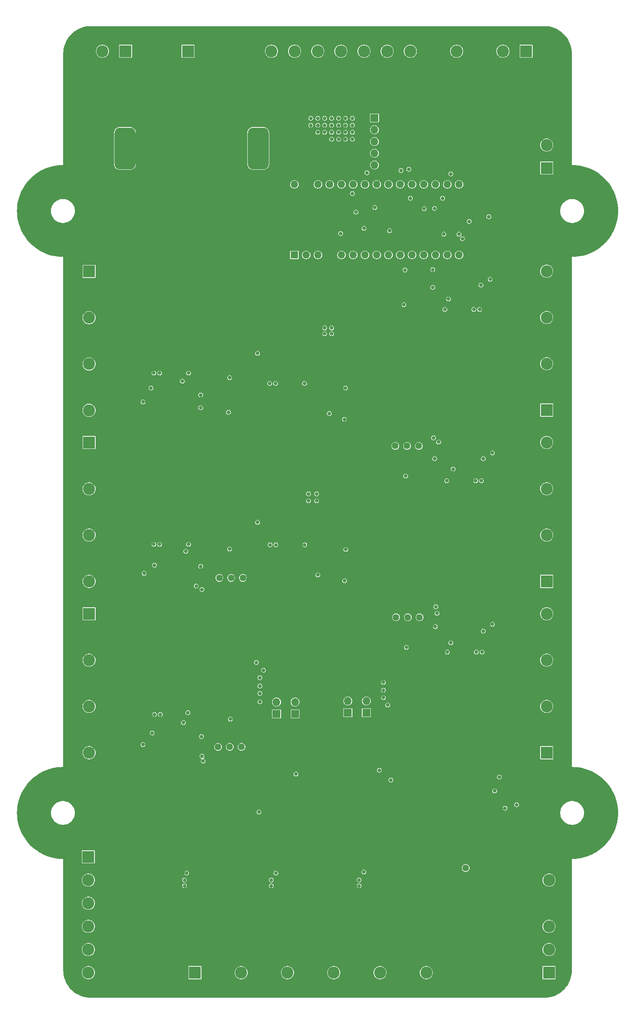
<source format=gbr>
%TF.GenerationSoftware,KiCad,Pcbnew,(7.0.0-0)*%
%TF.CreationDate,2023-04-05T17:09:17+01:00*%
%TF.ProjectId,pipcb,70697063-622e-46b6-9963-61645f706362,rev?*%
%TF.SameCoordinates,Original*%
%TF.FileFunction,Copper,L2,Inr*%
%TF.FilePolarity,Positive*%
%FSLAX46Y46*%
G04 Gerber Fmt 4.6, Leading zero omitted, Abs format (unit mm)*
G04 Created by KiCad (PCBNEW (7.0.0-0)) date 2023-04-05 17:09:17*
%MOMM*%
%LPD*%
G01*
G04 APERTURE LIST*
G04 Aperture macros list*
%AMRoundRect*
0 Rectangle with rounded corners*
0 $1 Rounding radius*
0 $2 $3 $4 $5 $6 $7 $8 $9 X,Y pos of 4 corners*
0 Add a 4 corners polygon primitive as box body*
4,1,4,$2,$3,$4,$5,$6,$7,$8,$9,$2,$3,0*
0 Add four circle primitives for the rounded corners*
1,1,$1+$1,$2,$3*
1,1,$1+$1,$4,$5*
1,1,$1+$1,$6,$7*
1,1,$1+$1,$8,$9*
0 Add four rect primitives between the rounded corners*
20,1,$1+$1,$2,$3,$4,$5,0*
20,1,$1+$1,$4,$5,$6,$7,0*
20,1,$1+$1,$6,$7,$8,$9,0*
20,1,$1+$1,$8,$9,$2,$3,0*%
G04 Aperture macros list end*
%TA.AperFunction,ComponentPad*%
%ADD10C,1.440000*%
%TD*%
%TA.AperFunction,ComponentPad*%
%ADD11C,2.600000*%
%TD*%
%TA.AperFunction,ComponentPad*%
%ADD12R,2.600000X2.600000*%
%TD*%
%TA.AperFunction,ComponentPad*%
%ADD13C,0.600000*%
%TD*%
%TA.AperFunction,ComponentPad*%
%ADD14O,1.700000X1.700000*%
%TD*%
%TA.AperFunction,ComponentPad*%
%ADD15R,1.700000X1.700000*%
%TD*%
%TA.AperFunction,ComponentPad*%
%ADD16RoundRect,1.125000X-1.125000X-3.375000X1.125000X-3.375000X1.125000X3.375000X-1.125000X3.375000X0*%
%TD*%
%TA.AperFunction,ComponentPad*%
%ADD17O,1.600000X1.600000*%
%TD*%
%TA.AperFunction,ComponentPad*%
%ADD18R,1.600000X1.600000*%
%TD*%
%TA.AperFunction,ViaPad*%
%ADD19C,0.800000*%
%TD*%
G04 APERTURE END LIST*
D10*
%TO.N,/power_rails/rail3/FB*%
%TO.C,RV6*%
X33790000Y-79250000D03*
%TO.N,Net-(R56-Pad1)*%
X36330000Y-79250000D03*
%TO.N,unconnected-(RV6-Pad1)*%
X38870000Y-79250000D03*
%TD*%
%TO.N,/power_rails/rail6/FB*%
%TO.C,RV9*%
X77040000Y-87750000D03*
%TO.N,Net-(R60-Pad1)*%
X74500000Y-87750000D03*
%TO.N,unconnected-(RV9-Pad1)*%
X71960000Y-87750000D03*
%TD*%
%TO.N,/power_rails/rail4/FB*%
%TO.C,RV7*%
X76870000Y-50750000D03*
%TO.N,Net-(R54-Pad1)*%
X74330000Y-50750000D03*
%TO.N,unconnected-(RV7-Pad1)*%
X71790000Y-50750000D03*
%TD*%
%TO.N,/power_rails/rail5/FB*%
%TO.C,RV8*%
X33500000Y-115750000D03*
%TO.N,Net-(R58-Pad1)*%
X36040000Y-115750000D03*
%TO.N,unconnected-(RV8-Pad1)*%
X38580000Y-115750000D03*
%TD*%
%TO.N,GND*%
%TO.C,RV1*%
X87000000Y-146980000D03*
X87000000Y-144440000D03*
%TO.N,Net-(R47-Pad2)*%
X87000000Y-141900000D03*
%TD*%
D11*
%TO.N,GND*%
%TO.C,J1*%
X22040000Y34500000D03*
D12*
%TO.N,+VDC*%
X27039999Y34499999D03*
%TD*%
D13*
%TO.N,GND*%
%TO.C,U17*%
X77740000Y-55650000D03*
X77740000Y-56950000D03*
X77740000Y-58250000D03*
X77740000Y-59550000D03*
X79040000Y-55650000D03*
X79040000Y-56950000D03*
X79040000Y-58250000D03*
X79040000Y-59550000D03*
%TD*%
D11*
%TO.N,RAIL4_EN*%
%TO.C,J5*%
X104500000Y-50000000D03*
%TO.N,GND*%
X104500000Y-55000000D03*
%TO.N,RAIL4+*%
X104500000Y-60000000D03*
%TO.N,GND*%
X104500000Y-65000000D03*
%TO.N,RAIL4+*%
X104500000Y-70000000D03*
%TO.N,GND*%
X104500000Y-75000000D03*
D12*
%TO.N,RAIL4+*%
X104499999Y-79999999D03*
%TD*%
D13*
%TO.N,GND*%
%TO.C,U19*%
X77880000Y-92650000D03*
X77880000Y-93950000D03*
X77880000Y-95250000D03*
X77880000Y-96550000D03*
X79180000Y-92650000D03*
X79180000Y-93950000D03*
X79180000Y-95250000D03*
X79180000Y-96550000D03*
%TD*%
D11*
%TO.N,RAIL6_EN*%
%TO.C,J7*%
X104500000Y-87000000D03*
%TO.N,GND*%
X104500000Y-92000000D03*
%TO.N,RAIL6+*%
X104500000Y-97000000D03*
%TO.N,GND*%
X104500000Y-102000000D03*
%TO.N,RAIL6+*%
X104500000Y-107000000D03*
%TO.N,GND*%
X104500000Y-112000000D03*
D12*
%TO.N,RAIL6+*%
X104499999Y-116999999D03*
%TD*%
D11*
%TO.N,GND*%
%TO.C,J10*%
X104500000Y19250000D03*
%TO.N,TEMP_SENSOR*%
X104500000Y14250000D03*
D12*
%TO.N,PS_1*%
X104499999Y9249999D03*
%TD*%
D11*
%TO.N,GND*%
%TO.C,J11*%
X83500000Y-164500000D03*
%TO.N,VALVE3_OUT*%
X78500000Y-164500000D03*
%TO.N,GND*%
X73500000Y-164500000D03*
%TO.N,VALVE3_IN*%
X68500000Y-164500000D03*
%TO.N,GND*%
X63500000Y-164500000D03*
%TO.N,VALVE2_OUT*%
X58500000Y-164500000D03*
%TO.N,GND*%
X53500000Y-164500000D03*
%TO.N,VALVE2_IN*%
X48500000Y-164500000D03*
%TO.N,GND*%
X43500000Y-164500000D03*
%TO.N,VALVE1_OUT*%
X38500000Y-164500000D03*
%TO.N,GND*%
X33500000Y-164500000D03*
D12*
%TO.N,VALVE1_IN*%
X28499999Y-164499999D03*
%TD*%
D13*
%TO.N,GND*%
%TO.C,U16*%
X32300000Y-74600000D03*
X32300000Y-73300000D03*
X32300000Y-72000000D03*
X32300000Y-70700000D03*
X31000000Y-74600000D03*
X31000000Y-73300000D03*
X31000000Y-72000000D03*
X31000000Y-70700000D03*
%TD*%
D11*
%TO.N,LED2_CONTROL*%
%TO.C,J9*%
X5500000Y-164500000D03*
%TO.N,LED2_OUT-*%
X5500000Y-159500000D03*
%TO.N,LED2_OUT+*%
X5500000Y-154500000D03*
%TO.N,LED1_CONTROL*%
X5500000Y-149500000D03*
%TO.N,LED1_OUT-*%
X5500000Y-144500000D03*
D12*
%TO.N,LED1_OUT+*%
X5499999Y-139499999D03*
%TD*%
D11*
%TO.N,RAIL2_EN*%
%TO.C,J3*%
X104500000Y-13000000D03*
%TO.N,GND*%
X104500000Y-18000000D03*
%TO.N,RAIL2+*%
X104500000Y-23000000D03*
%TO.N,GND*%
X104500000Y-28000000D03*
%TO.N,RAIL2+*%
X104500000Y-33000000D03*
%TO.N,GND*%
X104500000Y-38000000D03*
D12*
%TO.N,RAIL2+*%
X104499999Y-42999999D03*
%TD*%
D11*
%TO.N,PELTIER_OUT*%
%TO.C,J13*%
X8540000Y34500000D03*
D12*
%TO.N,+24V*%
X13539999Y34499999D03*
%TD*%
D14*
%TO.N,Net-(JP2-B)*%
%TO.C,JP2*%
X46139999Y-106059999D03*
D15*
%TO.N,LED1_OUT+*%
X46139999Y-108599999D03*
%TD*%
D13*
%TO.N,GND*%
%TO.C,U3*%
X67087500Y-143900000D03*
X67087500Y-145200000D03*
X67087500Y-146500000D03*
X67087500Y-147800000D03*
X67087500Y-149100000D03*
X68387500Y-143900000D03*
X68387500Y-145200000D03*
X68387500Y-146500000D03*
X68387500Y-147800000D03*
X68387500Y-149100000D03*
X69687500Y-143900000D03*
X69687500Y-145200000D03*
X69687500Y-146500000D03*
X69687500Y-147800000D03*
X69687500Y-149100000D03*
%TD*%
%TO.N,GND*%
%TO.C,U21*%
X57340000Y-39850000D03*
X57340000Y-38550000D03*
X57340000Y-37250000D03*
X57340000Y-35950000D03*
X56040000Y-39850000D03*
X56040000Y-38550000D03*
X56040000Y-37250000D03*
X56040000Y-35950000D03*
%TD*%
%TO.N,GND*%
%TO.C,U18*%
X32465000Y-111350000D03*
X32465000Y-110050000D03*
X32465000Y-108750000D03*
X32465000Y-107450000D03*
X31165000Y-111350000D03*
X31165000Y-110050000D03*
X31165000Y-108750000D03*
X31165000Y-107450000D03*
%TD*%
D11*
%TO.N,RAIL1_EN*%
%TO.C,J2*%
X5640000Y-43050000D03*
%TO.N,GND*%
X5640000Y-38050000D03*
%TO.N,RAIL1+*%
X5640000Y-33050000D03*
%TO.N,GND*%
X5640000Y-28050000D03*
%TO.N,RAIL1+*%
X5640000Y-23050000D03*
%TO.N,GND*%
X5640000Y-18050000D03*
D12*
%TO.N,RAIL1+*%
X5639999Y-13049999D03*
%TD*%
D13*
%TO.N,GND*%
%TO.C,U2*%
X48087500Y-143900000D03*
X48087500Y-145200000D03*
X48087500Y-146500000D03*
X48087500Y-147800000D03*
X48087500Y-149100000D03*
X49387500Y-143900000D03*
X49387500Y-145200000D03*
X49387500Y-146500000D03*
X49387500Y-147800000D03*
X49387500Y-149100000D03*
X50687500Y-143900000D03*
X50687500Y-145200000D03*
X50687500Y-146500000D03*
X50687500Y-147800000D03*
X50687500Y-149100000D03*
%TD*%
D11*
%TO.N,RAIL3_EN*%
%TO.C,J4*%
X5640000Y-79999999D03*
%TO.N,GND*%
X5640000Y-74999999D03*
%TO.N,RAIL3+*%
X5640000Y-69999999D03*
%TO.N,GND*%
X5640000Y-64999999D03*
%TO.N,RAIL3+*%
X5640000Y-59999999D03*
%TO.N,GND*%
X5640000Y-54999999D03*
D12*
%TO.N,RAIL3+*%
X5639999Y-49999998D03*
%TD*%
D14*
%TO.N,Net-(JP1-B)*%
%TO.C,JP1*%
X50139999Y-106059999D03*
D15*
%TO.N,LED1_OUT+*%
X50139999Y-108599999D03*
%TD*%
D13*
%TO.N,GND*%
%TO.C,U4*%
X32300000Y-37600000D03*
X32300000Y-36300000D03*
X32300000Y-35000000D03*
X32300000Y-33700000D03*
X31000000Y-37600000D03*
X31000000Y-36300000D03*
X31000000Y-35000000D03*
X31000000Y-33700000D03*
%TD*%
%TO.N,GND*%
%TO.C,U20*%
X57396250Y-74700000D03*
X57396250Y-73400000D03*
X57396250Y-72100000D03*
X57396250Y-70800000D03*
X56096250Y-74700000D03*
X56096250Y-73400000D03*
X56096250Y-72100000D03*
X56096250Y-70800000D03*
%TD*%
D14*
%TO.N,Net-(A1-A5)*%
%TO.C,J14*%
X67289999Y9919999D03*
%TO.N,Net-(A1-A4)*%
X67289999Y12459999D03*
%TO.N,Net-(A1-A3)*%
X67289999Y14999999D03*
%TO.N,Net-(A1-A2)*%
X67289999Y17539999D03*
D15*
%TO.N,Net-(A1-A1)*%
X67289999Y20079999D03*
%TD*%
D13*
%TO.N,GND*%
%TO.C,U15*%
X77340000Y-18650000D03*
X77340000Y-19950000D03*
X77340000Y-21250000D03*
X77340000Y-22550000D03*
X78640000Y-18650000D03*
X78640000Y-19950000D03*
X78640000Y-21250000D03*
X78640000Y-22550000D03*
%TD*%
%TO.N,GND*%
%TO.C,U1*%
X29087500Y-143900000D03*
X29087500Y-145200000D03*
X29087500Y-146500000D03*
X29087500Y-147800000D03*
X29087500Y-149100000D03*
X30387500Y-143900000D03*
X30387500Y-145200000D03*
X30387500Y-146500000D03*
X30387500Y-147800000D03*
X30387500Y-149100000D03*
X31687500Y-143900000D03*
X31687500Y-145200000D03*
X31687500Y-146500000D03*
X31687500Y-147800000D03*
X31687500Y-149100000D03*
%TD*%
D11*
%TO.N,RAIL5_EN*%
%TO.C,J6*%
X5640000Y-117000000D03*
%TO.N,GND*%
X5640000Y-112000000D03*
%TO.N,RAIL5+*%
X5640000Y-107000000D03*
%TO.N,GND*%
X5640000Y-102000000D03*
%TO.N,RAIL5+*%
X5640000Y-97000000D03*
%TO.N,GND*%
X5640000Y-92000000D03*
D12*
%TO.N,RAIL5+*%
X5639999Y-86999999D03*
%TD*%
D14*
%TO.N,Net-(JP4-B)*%
%TO.C,JP4*%
X61540000Y-105822499D03*
D15*
%TO.N,LED2_OUT+*%
X61540000Y-108362499D03*
%TD*%
D16*
%TO.N,Net-(SW1-B)*%
%TO.C,SW1*%
X42190000Y13500000D03*
%TO.N,+VDC*%
X13390000Y13500000D03*
%TD*%
D11*
%TO.N,GND*%
%TO.C,J12*%
X105000000Y-139500000D03*
%TO.N,PS_RAW_OUT*%
X105000000Y-144500000D03*
%TO.N,GND*%
X105000000Y-149500000D03*
%TO.N,PS_TRIGGER*%
X105000000Y-154500000D03*
%TO.N,PS_2*%
X105000000Y-159500000D03*
D12*
%TO.N,PS_1*%
X104999999Y-164499999D03*
%TD*%
D17*
%TO.N,unconnected-(A1-VIN-Pad30)*%
%TO.C,A1*%
X49999999Y5739999D03*
%TO.N,GND*%
X52539999Y5739999D03*
%TO.N,unconnected-(A1-~{RESET}-Pad28)*%
X55079999Y5739999D03*
%TO.N,PS_1*%
X57619999Y5739999D03*
%TO.N,GPIO4*%
X60159999Y5739999D03*
%TO.N,24_V_ADC*%
X62699999Y5739999D03*
%TO.N,Net-(A1-A5)*%
X65239999Y5739999D03*
%TO.N,Net-(A1-A4)*%
X67779999Y5739999D03*
%TO.N,Net-(A1-A3)*%
X70319999Y5739999D03*
%TO.N,Net-(A1-A2)*%
X72859999Y5739999D03*
%TO.N,Net-(A1-A1)*%
X75399999Y5739999D03*
%TO.N,CURRENT_ADC*%
X77939999Y5739999D03*
%TO.N,PS_1*%
X80479999Y5739999D03*
%TO.N,unconnected-(A1-3V3-Pad17)*%
X83019999Y5739999D03*
%TO.N,GPIO3*%
X85559999Y5739999D03*
%TO.N,GPIO2*%
X85559999Y-9499999D03*
%TO.N,GPIO1*%
X83019999Y-9499999D03*
%TO.N,OVERHEAT*%
X80479999Y-9499999D03*
%TO.N,LED_WARNING*%
X77939999Y-9499999D03*
%TO.N,LED_STATUS*%
X75399999Y-9499999D03*
%TO.N,GPIO6*%
X72859999Y-9499999D03*
%TO.N,GPIO5*%
X70319999Y-9499999D03*
%TO.N,FLIPPER_OUT*%
X67779999Y-9499999D03*
%TO.N,FLIPPER_ENABLE*%
X65239999Y-9499999D03*
%TO.N,PELTIER_CONTROL*%
X62699999Y-9499999D03*
%TO.N,TEMP_SENSOR*%
X60159999Y-9499999D03*
%TO.N,GND*%
X57619999Y-9499999D03*
%TO.N,unconnected-(A1-~{RESET}-Pad3)*%
X55079999Y-9499999D03*
%TO.N,unconnected-(A1-D0{slash}RX-Pad2)*%
X52539999Y-9499999D03*
D18*
%TO.N,unconnected-(A1-D1{slash}TX-Pad1)*%
X49999999Y-9499999D03*
%TD*%
D11*
%TO.N,GND*%
%TO.C,J8*%
X35040000Y34500000D03*
X40040000Y34500000D03*
%TO.N,Net-(J8-Pin_12)*%
X45040000Y34500000D03*
%TO.N,GPIO6*%
X50040000Y34500000D03*
%TO.N,GPIO5*%
X55040000Y34500000D03*
%TO.N,GPIO4*%
X60040000Y34500000D03*
%TO.N,GPIO3*%
X65040000Y34500000D03*
%TO.N,GPIO2*%
X70040000Y34500000D03*
%TO.N,GPIO1*%
X75040000Y34500000D03*
%TO.N,GND*%
X80040000Y34500000D03*
%TO.N,Net-(J8-Pin_4)*%
X85040000Y34500000D03*
%TO.N,GND*%
X90040000Y34500000D03*
%TO.N,Net-(J8-Pin_2)*%
X95040000Y34500000D03*
D12*
%TO.N,PS_1*%
X100039999Y34499999D03*
%TD*%
D14*
%TO.N,Net-(JP3-B)*%
%TO.C,JP3*%
X65539999Y-105822499D03*
D15*
%TO.N,LED2_OUT+*%
X65539999Y-108362499D03*
%TD*%
D19*
%TO.N,GPIO5*%
X70540000Y-4250000D03*
%TO.N,PS_1*%
X94250000Y-122250000D03*
X84290000Y-55750000D03*
X93250000Y-125250000D03*
X58040000Y-25250000D03*
X42040000Y-30750000D03*
X56540000Y-25250000D03*
X82000000Y2750000D03*
X41790000Y-97500000D03*
X26040000Y-110500000D03*
X83290000Y-19000000D03*
X42040000Y-67250000D03*
X60000000Y-4874500D03*
X83790000Y-93250000D03*
X58040000Y-26500000D03*
X56540000Y-26500000D03*
X26540000Y-73500000D03*
X57540000Y-43750000D03*
X25790000Y-36750000D03*
%TO.N,+24V*%
X62540000Y20000000D03*
X83040000Y-95250000D03*
X62540000Y18500000D03*
X88750000Y-21250000D03*
X69240000Y-105100000D03*
X20890000Y-35000000D03*
X20890000Y-72000000D03*
X56540000Y20000000D03*
X92000000Y-1250000D03*
X59540000Y18500000D03*
X27140000Y-35000000D03*
X90400000Y-58250000D03*
X52236250Y-72100000D03*
X26981303Y-108357321D03*
X61040000Y17000000D03*
X89150000Y-58250000D03*
X42540000Y-102600000D03*
X61040000Y18500000D03*
X58040000Y17000000D03*
X58040000Y15500000D03*
X62540000Y17000000D03*
X59540000Y15500000D03*
X69240000Y-101800000D03*
X19640000Y-35000000D03*
X55040000Y18500000D03*
X19805000Y-108750000D03*
X44736250Y-72100000D03*
X58040000Y18500000D03*
X90540000Y-95250000D03*
X89290000Y-95250000D03*
X19640000Y-72000000D03*
X82500000Y-21250000D03*
X59540000Y20000000D03*
X42540000Y-106000000D03*
X56540000Y18500000D03*
X53540000Y20000000D03*
X45930000Y-37250000D03*
X42540000Y-104200000D03*
X27140000Y-72000000D03*
X70140000Y-106700000D03*
X52180000Y-37250000D03*
X55040000Y17000000D03*
X45986250Y-72100000D03*
X59540000Y17000000D03*
X61040000Y20000000D03*
X61040000Y15500000D03*
X62540000Y15500000D03*
X21055000Y-108750000D03*
X82900000Y-58250000D03*
X44680000Y-37250000D03*
X42540000Y-100800000D03*
X69240000Y-103500000D03*
X58040000Y20000000D03*
X90000000Y-21250000D03*
X43340000Y-99200000D03*
X53540000Y18500000D03*
X56540000Y17000000D03*
X55040000Y20000000D03*
%TO.N,GPIO4*%
X65663502Y8250000D03*
%TO.N,GPIO3*%
X83790000Y8000000D03*
%TO.N,24_V_ADC*%
X78040000Y500000D03*
X80264333Y538931D03*
X87750000Y-2250000D03*
%TO.N,CURRENT_ADC*%
X62540000Y3750000D03*
X75040000Y2750000D03*
%TO.N,PELTIER_CONTROL*%
X74725500Y9000000D03*
X67379500Y750000D03*
X63290000Y-250000D03*
X73026999Y8750000D03*
%TO.N,GND*%
X49540000Y-116600000D03*
X39140000Y-37500000D03*
X80500000Y-148500000D03*
X27790000Y-250000D03*
X40290000Y-70500000D03*
X19890000Y-32500000D03*
X46790000Y8750000D03*
X65000000Y-138500000D03*
X64140000Y-117600000D03*
X44930000Y-34750000D03*
X90040000Y-14750000D03*
X19890000Y-29500000D03*
X90150000Y-62250000D03*
X61500000Y-146250000D03*
X39290000Y-69250000D03*
X36250000Y-140000000D03*
X32040000Y-86750000D03*
X19540000Y-114500000D03*
X69790000Y-96250000D03*
X36250000Y-141000000D03*
X70040000Y-59750000D03*
X82040000Y17833334D03*
X31890000Y-12500000D03*
X56986250Y-49850000D03*
X80500000Y-146250000D03*
X39290000Y-71750000D03*
X74250000Y-140000000D03*
X40540000Y-107250000D03*
X20055000Y-106250000D03*
X44986250Y-69600000D03*
X64290000Y-37250000D03*
X44986250Y-68100000D03*
X100000000Y-133500000D03*
X61500000Y-148500000D03*
X82040000Y14583334D03*
X42250000Y-144000000D03*
X42250000Y-148500000D03*
X83540000Y-117500000D03*
X51736250Y-49850000D03*
X39540000Y-108500000D03*
X71040000Y-58500000D03*
X46250000Y-139449500D03*
X48740000Y-117600000D03*
X89750000Y-25250000D03*
X19890000Y-69500000D03*
X31890000Y-49750000D03*
X19790000Y-77750000D03*
X101000000Y-123500000D03*
X69290000Y-20000000D03*
X90790000Y-52250000D03*
X71040000Y-61000000D03*
X74250000Y-141000000D03*
X64290000Y-74600000D03*
X56930000Y-15000000D03*
X58540000Y1250000D03*
X70290000Y-21250000D03*
X19890000Y-66500000D03*
X77250000Y2750000D03*
X20055000Y-103250000D03*
X55250000Y-140000000D03*
X61500000Y-144000000D03*
X64540000Y-114000000D03*
X89750000Y-26750000D03*
X78290000Y-117500000D03*
X64140000Y-115800000D03*
X89750000Y-23750000D03*
X64940000Y-116600000D03*
X90290000Y-99250000D03*
X83400000Y-80500000D03*
X92000000Y-2750000D03*
X70790000Y-97500000D03*
X51680000Y-15000000D03*
X46790000Y13250000D03*
X42250000Y-146250000D03*
X26540000Y-250000D03*
X27250000Y-139449500D03*
X64290000Y-34750000D03*
X90790000Y-89250000D03*
X97750000Y-133250000D03*
X26540000Y-12500000D03*
X26640000Y-49750000D03*
X70790000Y-95000000D03*
X44930000Y-31750000D03*
X19890000Y-68000000D03*
X48740000Y-115800000D03*
X55250000Y-141000000D03*
X44986250Y-66600000D03*
X29040000Y-250000D03*
X78290000Y-80500000D03*
X65290000Y-73350000D03*
X49140000Y-114200000D03*
X80472536Y-144027464D03*
X77750000Y-43500000D03*
X26805000Y-86500000D03*
X90150000Y-60750000D03*
X90290000Y-100750000D03*
X90290000Y-97750000D03*
X19540000Y-40250000D03*
X19890000Y-31000000D03*
X25290000Y-250000D03*
X44930000Y-33250000D03*
X39540000Y-106000000D03*
X90150000Y-63750000D03*
X39140000Y-35000000D03*
X65290000Y-36000000D03*
X20055000Y-104750000D03*
X40140000Y-36250000D03*
X70290000Y-18750000D03*
X82040000Y10833334D03*
X64290000Y-72100000D03*
X83000000Y-43500000D03*
%TO.N,VALVE_12V*%
X26750000Y-143000000D03*
X55040000Y-78600000D03*
X26250000Y-144500000D03*
X26250000Y-145750000D03*
X46000000Y-143000000D03*
X45000000Y-144500000D03*
X53040000Y-62600000D03*
X64000000Y-144500000D03*
X54790000Y-62600000D03*
X64000000Y-145750000D03*
X53040000Y-61100000D03*
X45000000Y-145750000D03*
X54790000Y-61100000D03*
X65000000Y-142750000D03*
%TO.N,Net-(D1-K)*%
X29750000Y-39750000D03*
X29750000Y-42500000D03*
%TO.N,PS_RAW_OUT*%
X95500000Y-129000000D03*
X98000000Y-128250000D03*
%TO.N,Net-(J8-Pin_2)*%
X65040000Y-3750000D03*
X86290000Y-6000000D03*
%TO.N,LED1_CONTROL*%
X50340000Y-121600000D03*
X42340000Y-129800000D03*
%TO.N,LED2_CONTROL*%
X68340000Y-120800000D03*
X70840000Y-122900000D03*
%TO.N,Net-(J8-Pin_4)*%
X85540000Y-5000000D03*
X82290000Y-5000000D03*
%TO.N,RAIL2_EN*%
X92290000Y-14750000D03*
X90290000Y-16000000D03*
%TO.N,RAIL3_EN*%
X17540000Y-78250000D03*
X19790000Y-76500000D03*
%TO.N,RAIL4_EN*%
X90790000Y-53500000D03*
X92790000Y-52250000D03*
%TO.N,RAIL5_EN*%
X17290000Y-115250000D03*
X19290000Y-112750000D03*
%TO.N,RAIL6_EN*%
X90790000Y-90750000D03*
X92790000Y-89250000D03*
%TO.N,Net-(D1-A)*%
X35750000Y-43500000D03*
X36000000Y-36000000D03*
%TO.N,Net-(D9-A)*%
X73640000Y-20250000D03*
X73890000Y-12750000D03*
%TO.N,Net-(D10-A)*%
X30040000Y-81750000D03*
X36000000Y-73000000D03*
%TO.N,Net-(D11-A)*%
X74040000Y-57250000D03*
X80040000Y-49000000D03*
%TO.N,Net-(D12-A)*%
X30290000Y-118787500D03*
X36165000Y-109750000D03*
%TO.N,Net-(D13-A)*%
X74180000Y-94250000D03*
X80540000Y-85500000D03*
%TO.N,Net-(D14-A)*%
X61096250Y-73100000D03*
X60846250Y-79850000D03*
%TO.N,Net-(D15-A)*%
X60790000Y-45000000D03*
X61040000Y-38250000D03*
%TO.N,Net-(D9-K)*%
X79890000Y-12650500D03*
X79890000Y-16500000D03*
%TO.N,Net-(D10-K)*%
X29750000Y-76750000D03*
X28790000Y-81000000D03*
%TO.N,Net-(D11-K)*%
X81135042Y-49900500D03*
X80290000Y-53500000D03*
%TO.N,Net-(D12-K)*%
X29915000Y-113500000D03*
X30040000Y-117750000D03*
%TO.N,Net-(D13-K)*%
X80430000Y-89750000D03*
X80813081Y-86900500D03*
%TO.N,RAIL1_EN*%
X19040000Y-38250000D03*
X17290000Y-41250000D03*
%TD*%
%TA.AperFunction,Conductor*%
%TO.N,GND*%
G36*
X104002469Y39924403D02*
G01*
X104459881Y39906431D01*
X104469744Y39905655D01*
X104921885Y39852141D01*
X104931656Y39850593D01*
X105378193Y39761771D01*
X105387814Y39759461D01*
X105826004Y39635878D01*
X105835413Y39632821D01*
X106262564Y39475237D01*
X106271704Y39471451D01*
X106685166Y39280842D01*
X106693981Y39276351D01*
X107091227Y39053883D01*
X107099663Y39048713D01*
X107478215Y38795772D01*
X107486219Y38789957D01*
X107843765Y38508091D01*
X107851288Y38501666D01*
X108185618Y38192614D01*
X108192614Y38185618D01*
X108501666Y37851288D01*
X108508091Y37843765D01*
X108789957Y37486219D01*
X108795772Y37478215D01*
X109048713Y37099663D01*
X109053883Y37091227D01*
X109276351Y36693981D01*
X109280842Y36685166D01*
X109471451Y36271704D01*
X109475237Y36262564D01*
X109632821Y35835413D01*
X109635878Y35826004D01*
X109759461Y35387814D01*
X109761771Y35378193D01*
X109850593Y34931656D01*
X109852141Y34921885D01*
X109905655Y34469744D01*
X109906431Y34459881D01*
X109924403Y34002469D01*
X109924500Y33997522D01*
X109924500Y10024528D01*
X109923194Y10007939D01*
X109920615Y10000000D01*
X109923679Y9990567D01*
X109923680Y9990566D01*
X109924500Y9988043D01*
X109924100Y9987913D01*
X109924307Y9986603D01*
X109924505Y9986675D01*
X109927862Y9977446D01*
X109929281Y9973322D01*
X109933193Y9961283D01*
X109933196Y9961277D01*
X109935776Y9953339D01*
X109936947Y9952487D01*
X109938452Y9948355D01*
X109947993Y9942845D01*
X109947997Y9942843D01*
X109953110Y9939891D01*
X109964151Y9932721D01*
X109967443Y9930329D01*
X109967450Y9930324D01*
X109975469Y9924500D01*
X109978882Y9924500D01*
X109979589Y9924140D01*
X109981047Y9923763D01*
X109986048Y9920876D01*
X109996902Y9922789D01*
X110002916Y9922789D01*
X110018613Y9923914D01*
X110619206Y9905040D01*
X110627106Y9904543D01*
X111239926Y9846614D01*
X111247779Y9845622D01*
X111855752Y9749329D01*
X111863527Y9747846D01*
X112464265Y9613566D01*
X112471932Y9611597D01*
X113063036Y9439864D01*
X113070564Y9437418D01*
X113649725Y9228908D01*
X113657085Y9225994D01*
X114222010Y8981529D01*
X114229172Y8978159D01*
X114777647Y8698697D01*
X114784583Y8694883D01*
X115314403Y8381548D01*
X115321086Y8377307D01*
X115830191Y8031320D01*
X115836595Y8026668D01*
X116322989Y7649382D01*
X116329088Y7644336D01*
X116790823Y7237262D01*
X116796593Y7231843D01*
X117231843Y6796593D01*
X117237262Y6790823D01*
X117644336Y6329088D01*
X117649382Y6322989D01*
X118026668Y5836595D01*
X118031320Y5830191D01*
X118377307Y5321086D01*
X118381548Y5314403D01*
X118694883Y4784583D01*
X118698697Y4777647D01*
X118978159Y4229172D01*
X118981529Y4222010D01*
X119225994Y3657085D01*
X119228908Y3649725D01*
X119437418Y3070564D01*
X119439864Y3063036D01*
X119611597Y2471932D01*
X119613566Y2464265D01*
X119747846Y1863527D01*
X119749329Y1855752D01*
X119845622Y1247779D01*
X119846614Y1239926D01*
X119904543Y627106D01*
X119905040Y619206D01*
X119924375Y3958D01*
X119924375Y-3958D01*
X119905040Y-619206D01*
X119904543Y-627106D01*
X119846614Y-1239926D01*
X119845622Y-1247779D01*
X119749329Y-1855752D01*
X119747846Y-1863527D01*
X119613566Y-2464265D01*
X119611597Y-2471932D01*
X119439864Y-3063036D01*
X119437418Y-3070564D01*
X119228908Y-3649725D01*
X119225994Y-3657085D01*
X118981529Y-4222010D01*
X118978159Y-4229172D01*
X118698697Y-4777647D01*
X118694883Y-4784583D01*
X118381548Y-5314403D01*
X118377307Y-5321086D01*
X118031320Y-5830191D01*
X118026668Y-5836595D01*
X117649382Y-6322989D01*
X117644336Y-6329088D01*
X117237262Y-6790823D01*
X117231843Y-6796593D01*
X116796593Y-7231843D01*
X116790823Y-7237262D01*
X116329088Y-7644336D01*
X116322989Y-7649382D01*
X115836595Y-8026668D01*
X115830191Y-8031320D01*
X115321086Y-8377307D01*
X115314403Y-8381548D01*
X114784583Y-8694883D01*
X114777647Y-8698697D01*
X114229172Y-8978159D01*
X114222010Y-8981529D01*
X113657085Y-9225994D01*
X113649725Y-9228908D01*
X113070564Y-9437418D01*
X113063036Y-9439864D01*
X112471932Y-9611597D01*
X112464265Y-9613566D01*
X111863527Y-9747846D01*
X111855752Y-9749329D01*
X111247779Y-9845622D01*
X111239926Y-9846614D01*
X110627106Y-9904543D01*
X110619206Y-9905040D01*
X110041108Y-9923207D01*
X110035832Y-9922363D01*
X110035832Y-9922791D01*
X110017267Y-9922790D01*
X110013952Y-9920876D01*
X110003096Y-9922790D01*
X110001920Y-9922790D01*
X109989091Y-9923912D01*
X109985378Y-9924500D01*
X109975469Y-9924500D01*
X109970341Y-9928224D01*
X109969025Y-9928797D01*
X109959828Y-9930419D01*
X109952743Y-9938861D01*
X109950715Y-9940563D01*
X109950411Y-9940896D01*
X109943794Y-9947512D01*
X109935776Y-9953339D01*
X109933190Y-9961292D01*
X109931582Y-9964078D01*
X109924500Y-9972520D01*
X109924500Y-9983539D01*
X109923352Y-9990049D01*
X109923193Y-9992062D01*
X109920615Y-10000000D01*
X109923194Y-10007939D01*
X109924500Y-10024528D01*
X109924500Y-119975472D01*
X109923194Y-119992060D01*
X109920615Y-120000000D01*
X109923680Y-120009433D01*
X109924500Y-120011957D01*
X109924100Y-120012086D01*
X109924306Y-120013389D01*
X109924502Y-120013318D01*
X109927853Y-120022528D01*
X109929278Y-120026666D01*
X109929326Y-120026813D01*
X109935776Y-120046661D01*
X109936947Y-120047512D01*
X109938452Y-120051645D01*
X109947995Y-120057155D01*
X109947997Y-120057156D01*
X109953106Y-120060106D01*
X109964162Y-120067285D01*
X109975469Y-120075500D01*
X109978888Y-120075500D01*
X109979589Y-120075857D01*
X109981039Y-120076232D01*
X109986048Y-120079124D01*
X109996903Y-120077210D01*
X110002923Y-120077210D01*
X110018607Y-120076084D01*
X110619224Y-120094960D01*
X110627089Y-120095454D01*
X111239931Y-120153385D01*
X111247775Y-120154376D01*
X111855754Y-120250670D01*
X111863525Y-120252152D01*
X112464284Y-120386437D01*
X112471913Y-120388397D01*
X112975929Y-120534828D01*
X113063036Y-120560135D01*
X113070561Y-120562580D01*
X113649730Y-120771093D01*
X113657081Y-120774003D01*
X114222010Y-121018470D01*
X114229172Y-121021840D01*
X114777647Y-121301302D01*
X114784583Y-121305116D01*
X115314410Y-121618455D01*
X115321078Y-121622687D01*
X115689952Y-121873373D01*
X115830191Y-121968679D01*
X115836595Y-121973331D01*
X116322989Y-122350617D01*
X116329088Y-122355663D01*
X116790823Y-122762737D01*
X116796593Y-122768156D01*
X117231843Y-123203406D01*
X117237262Y-123209176D01*
X117644336Y-123670911D01*
X117649382Y-123677010D01*
X118026668Y-124163404D01*
X118031320Y-124169808D01*
X118377307Y-124678913D01*
X118381548Y-124685596D01*
X118694883Y-125215416D01*
X118698697Y-125222352D01*
X118978159Y-125770827D01*
X118981529Y-125777989D01*
X119225994Y-126342914D01*
X119228908Y-126350274D01*
X119437418Y-126929435D01*
X119439864Y-126936963D01*
X119611597Y-127528067D01*
X119613566Y-127535734D01*
X119747846Y-128136472D01*
X119749329Y-128144247D01*
X119845622Y-128752220D01*
X119846614Y-128760073D01*
X119904543Y-129372893D01*
X119905040Y-129380793D01*
X119924375Y-129996042D01*
X119924375Y-130003958D01*
X119905040Y-130619206D01*
X119904543Y-130627106D01*
X119846614Y-131239926D01*
X119845622Y-131247779D01*
X119749329Y-131855752D01*
X119747846Y-131863527D01*
X119613566Y-132464265D01*
X119611597Y-132471932D01*
X119439864Y-133063036D01*
X119437418Y-133070564D01*
X119228908Y-133649725D01*
X119225994Y-133657085D01*
X118981529Y-134222010D01*
X118978159Y-134229172D01*
X118698697Y-134777647D01*
X118694883Y-134784583D01*
X118381548Y-135314403D01*
X118377307Y-135321086D01*
X118031320Y-135830191D01*
X118026668Y-135836595D01*
X117649382Y-136322989D01*
X117644336Y-136329088D01*
X117237262Y-136790823D01*
X117231843Y-136796593D01*
X116796593Y-137231843D01*
X116790823Y-137237262D01*
X116329088Y-137644336D01*
X116322989Y-137649382D01*
X115836595Y-138026668D01*
X115830191Y-138031320D01*
X115321086Y-138377307D01*
X115314403Y-138381548D01*
X114784583Y-138694883D01*
X114777647Y-138698697D01*
X114229172Y-138978159D01*
X114222010Y-138981529D01*
X113657085Y-139225994D01*
X113649725Y-139228908D01*
X113070564Y-139437418D01*
X113063036Y-139439864D01*
X112471932Y-139611597D01*
X112464265Y-139613566D01*
X111863527Y-139747846D01*
X111855752Y-139749329D01*
X111247779Y-139845622D01*
X111239926Y-139846614D01*
X110627106Y-139904543D01*
X110619206Y-139905040D01*
X110041108Y-139923207D01*
X110035832Y-139922363D01*
X110035832Y-139922791D01*
X110017267Y-139922790D01*
X110013952Y-139920876D01*
X110003096Y-139922790D01*
X110001920Y-139922790D01*
X109989091Y-139923912D01*
X109985378Y-139924500D01*
X109975469Y-139924500D01*
X109970341Y-139928224D01*
X109969025Y-139928797D01*
X109959828Y-139930419D01*
X109952743Y-139938861D01*
X109950715Y-139940563D01*
X109950411Y-139940896D01*
X109943794Y-139947512D01*
X109935776Y-139953339D01*
X109933190Y-139961292D01*
X109931582Y-139964078D01*
X109924500Y-139972520D01*
X109924500Y-139983539D01*
X109923352Y-139990049D01*
X109923193Y-139992062D01*
X109920615Y-140000000D01*
X109923194Y-140007939D01*
X109924500Y-140024528D01*
X109924500Y-163997522D01*
X109924403Y-164002469D01*
X109906431Y-164459881D01*
X109905655Y-164469744D01*
X109852141Y-164921885D01*
X109850593Y-164931656D01*
X109761771Y-165378193D01*
X109759461Y-165387814D01*
X109635878Y-165826004D01*
X109632821Y-165835413D01*
X109475237Y-166262564D01*
X109471451Y-166271704D01*
X109280842Y-166685166D01*
X109276351Y-166693981D01*
X109053883Y-167091227D01*
X109048713Y-167099663D01*
X108795772Y-167478215D01*
X108789957Y-167486219D01*
X108508091Y-167843765D01*
X108501666Y-167851288D01*
X108192614Y-168185618D01*
X108185618Y-168192614D01*
X107851288Y-168501666D01*
X107843765Y-168508091D01*
X107486219Y-168789957D01*
X107478215Y-168795772D01*
X107099663Y-169048713D01*
X107091227Y-169053883D01*
X106693981Y-169276351D01*
X106685166Y-169280842D01*
X106271704Y-169471451D01*
X106262564Y-169475237D01*
X105835413Y-169632821D01*
X105826004Y-169635878D01*
X105387814Y-169759461D01*
X105378193Y-169761771D01*
X104931656Y-169850593D01*
X104921885Y-169852141D01*
X104469744Y-169905655D01*
X104459881Y-169906431D01*
X104002469Y-169924403D01*
X103997522Y-169924500D01*
X6002478Y-169924500D01*
X5997531Y-169924403D01*
X5540118Y-169906431D01*
X5530255Y-169905655D01*
X5078114Y-169852141D01*
X5068343Y-169850593D01*
X4621806Y-169761771D01*
X4612185Y-169759461D01*
X4173995Y-169635878D01*
X4164586Y-169632821D01*
X3737435Y-169475237D01*
X3728295Y-169471451D01*
X3314833Y-169280842D01*
X3306018Y-169276351D01*
X2908772Y-169053883D01*
X2900336Y-169048713D01*
X2521784Y-168795772D01*
X2513780Y-168789957D01*
X2156234Y-168508091D01*
X2148711Y-168501666D01*
X1814381Y-168192614D01*
X1807385Y-168185618D01*
X1498333Y-167851288D01*
X1491908Y-167843765D01*
X1429190Y-167764208D01*
X1210042Y-167486219D01*
X1204227Y-167478215D01*
X951286Y-167099663D01*
X946116Y-167091227D01*
X723648Y-166693981D01*
X719157Y-166685166D01*
X654784Y-166545530D01*
X528541Y-166271689D01*
X524768Y-166262580D01*
X367174Y-165835401D01*
X364125Y-165826017D01*
X240535Y-165387803D01*
X238228Y-165378193D01*
X236000Y-165366992D01*
X149403Y-164931638D01*
X147860Y-164921903D01*
X97925Y-164500000D01*
X4094700Y-164500000D01*
X4095130Y-164505189D01*
X4112485Y-164714649D01*
X4113866Y-164731305D01*
X4115147Y-164736363D01*
X4163371Y-164926796D01*
X4170843Y-164956300D01*
X4264076Y-165168849D01*
X4391021Y-165363153D01*
X4548216Y-165533913D01*
X4731374Y-165676470D01*
X4935497Y-165786936D01*
X4940426Y-165788628D01*
X4940428Y-165788629D01*
X4984343Y-165803705D01*
X5155019Y-165862298D01*
X5383951Y-165900500D01*
X5610838Y-165900500D01*
X5616049Y-165900500D01*
X5844981Y-165862298D01*
X6015657Y-165803705D01*
X27099500Y-165803705D01*
X27099501Y-165803712D01*
X27099501Y-165809898D01*
X27100707Y-165815964D01*
X27100708Y-165815970D01*
X27102575Y-165825359D01*
X27105331Y-165839213D01*
X27127543Y-165872457D01*
X27160787Y-165894669D01*
X27190101Y-165900500D01*
X29809898Y-165900499D01*
X29839213Y-165894669D01*
X29872457Y-165872457D01*
X29894669Y-165839213D01*
X29900500Y-165809899D01*
X29900499Y-164500000D01*
X37094700Y-164500000D01*
X37095130Y-164505189D01*
X37112485Y-164714649D01*
X37113866Y-164731305D01*
X37115147Y-164736363D01*
X37163371Y-164926796D01*
X37170843Y-164956300D01*
X37264076Y-165168849D01*
X37391021Y-165363153D01*
X37548216Y-165533913D01*
X37731374Y-165676470D01*
X37935497Y-165786936D01*
X37940426Y-165788628D01*
X37940428Y-165788629D01*
X37984343Y-165803705D01*
X38155019Y-165862298D01*
X38383951Y-165900500D01*
X38610838Y-165900500D01*
X38616049Y-165900500D01*
X38844981Y-165862298D01*
X39064503Y-165786936D01*
X39268626Y-165676470D01*
X39451784Y-165533913D01*
X39608979Y-165363153D01*
X39735924Y-165168849D01*
X39829157Y-164956300D01*
X39886134Y-164731305D01*
X39905300Y-164500000D01*
X47094700Y-164500000D01*
X47095130Y-164505189D01*
X47112485Y-164714649D01*
X47113866Y-164731305D01*
X47115147Y-164736363D01*
X47163371Y-164926796D01*
X47170843Y-164956300D01*
X47264076Y-165168849D01*
X47391021Y-165363153D01*
X47548216Y-165533913D01*
X47731374Y-165676470D01*
X47935497Y-165786936D01*
X47940426Y-165788628D01*
X47940428Y-165788629D01*
X47984343Y-165803705D01*
X48155019Y-165862298D01*
X48383951Y-165900500D01*
X48610838Y-165900500D01*
X48616049Y-165900500D01*
X48844981Y-165862298D01*
X49064503Y-165786936D01*
X49268626Y-165676470D01*
X49451784Y-165533913D01*
X49608979Y-165363153D01*
X49735924Y-165168849D01*
X49829157Y-164956300D01*
X49886134Y-164731305D01*
X49905300Y-164500000D01*
X57094700Y-164500000D01*
X57095130Y-164505189D01*
X57112485Y-164714649D01*
X57113866Y-164731305D01*
X57115147Y-164736363D01*
X57163371Y-164926796D01*
X57170843Y-164956300D01*
X57264076Y-165168849D01*
X57391021Y-165363153D01*
X57548216Y-165533913D01*
X57731374Y-165676470D01*
X57935497Y-165786936D01*
X57940426Y-165788628D01*
X57940428Y-165788629D01*
X57984343Y-165803705D01*
X58155019Y-165862298D01*
X58383951Y-165900500D01*
X58610838Y-165900500D01*
X58616049Y-165900500D01*
X58844981Y-165862298D01*
X59064503Y-165786936D01*
X59268626Y-165676470D01*
X59451784Y-165533913D01*
X59608979Y-165363153D01*
X59735924Y-165168849D01*
X59829157Y-164956300D01*
X59886134Y-164731305D01*
X59905300Y-164500000D01*
X67094700Y-164500000D01*
X67095130Y-164505189D01*
X67112485Y-164714649D01*
X67113866Y-164731305D01*
X67115147Y-164736363D01*
X67163371Y-164926796D01*
X67170843Y-164956300D01*
X67264076Y-165168849D01*
X67391021Y-165363153D01*
X67548216Y-165533913D01*
X67731374Y-165676470D01*
X67935497Y-165786936D01*
X67940426Y-165788628D01*
X67940428Y-165788629D01*
X67984343Y-165803705D01*
X68155019Y-165862298D01*
X68383951Y-165900500D01*
X68610838Y-165900500D01*
X68616049Y-165900500D01*
X68844981Y-165862298D01*
X69064503Y-165786936D01*
X69268626Y-165676470D01*
X69451784Y-165533913D01*
X69608979Y-165363153D01*
X69735924Y-165168849D01*
X69829157Y-164956300D01*
X69886134Y-164731305D01*
X69905300Y-164500000D01*
X77094700Y-164500000D01*
X77095130Y-164505189D01*
X77112485Y-164714649D01*
X77113866Y-164731305D01*
X77115147Y-164736363D01*
X77163371Y-164926796D01*
X77170843Y-164956300D01*
X77264076Y-165168849D01*
X77391021Y-165363153D01*
X77548216Y-165533913D01*
X77731374Y-165676470D01*
X77935497Y-165786936D01*
X77940426Y-165788628D01*
X77940428Y-165788629D01*
X77984343Y-165803705D01*
X78155019Y-165862298D01*
X78383951Y-165900500D01*
X78610838Y-165900500D01*
X78616049Y-165900500D01*
X78844981Y-165862298D01*
X79015657Y-165803705D01*
X103599500Y-165803705D01*
X103599501Y-165803712D01*
X103599501Y-165809898D01*
X103600707Y-165815964D01*
X103600708Y-165815970D01*
X103602575Y-165825359D01*
X103605331Y-165839213D01*
X103627543Y-165872457D01*
X103660787Y-165894669D01*
X103690101Y-165900500D01*
X106309898Y-165900499D01*
X106339213Y-165894669D01*
X106372457Y-165872457D01*
X106394669Y-165839213D01*
X106400500Y-165809899D01*
X106400499Y-163190102D01*
X106394669Y-163160787D01*
X106372457Y-163127543D01*
X106339213Y-163105331D01*
X106327042Y-163102910D01*
X106315966Y-163100706D01*
X106315957Y-163100705D01*
X106309899Y-163099500D01*
X106303712Y-163099500D01*
X103696294Y-163099500D01*
X103696283Y-163099500D01*
X103690102Y-163099501D01*
X103684036Y-163100707D01*
X103684029Y-163100708D01*
X103672955Y-163102911D01*
X103660787Y-163105331D01*
X103650473Y-163112221D01*
X103650471Y-163112223D01*
X103637857Y-163120651D01*
X103637854Y-163120653D01*
X103627543Y-163127543D01*
X103620653Y-163137854D01*
X103620651Y-163137857D01*
X103612224Y-163150469D01*
X103612222Y-163150472D01*
X103605331Y-163160787D01*
X103602911Y-163172955D01*
X103602910Y-163172957D01*
X103600706Y-163184033D01*
X103600705Y-163184043D01*
X103599500Y-163190101D01*
X103599500Y-163196286D01*
X103599500Y-163196287D01*
X103599500Y-165803705D01*
X79015657Y-165803705D01*
X79064503Y-165786936D01*
X79268626Y-165676470D01*
X79451784Y-165533913D01*
X79608979Y-165363153D01*
X79735924Y-165168849D01*
X79829157Y-164956300D01*
X79886134Y-164731305D01*
X79905300Y-164500000D01*
X79886134Y-164268695D01*
X79829157Y-164043700D01*
X79735924Y-163831151D01*
X79608979Y-163636847D01*
X79451784Y-163466087D01*
X79268626Y-163323530D01*
X79183270Y-163277337D01*
X79069088Y-163215545D01*
X79069085Y-163215543D01*
X79064503Y-163213064D01*
X79059579Y-163211373D01*
X79059571Y-163211370D01*
X78849911Y-163139394D01*
X78849905Y-163139392D01*
X78844981Y-163137702D01*
X78839844Y-163136844D01*
X78839841Y-163136844D01*
X78621186Y-163100357D01*
X78621183Y-163100356D01*
X78616049Y-163099500D01*
X78383951Y-163099500D01*
X78378817Y-163100356D01*
X78378813Y-163100357D01*
X78160158Y-163136844D01*
X78160152Y-163136845D01*
X78155019Y-163137702D01*
X78150097Y-163139391D01*
X78150088Y-163139394D01*
X77940428Y-163211370D01*
X77940415Y-163211375D01*
X77935497Y-163213064D01*
X77930919Y-163215541D01*
X77930911Y-163215545D01*
X77735956Y-163321050D01*
X77735952Y-163321051D01*
X77731374Y-163323530D01*
X77727268Y-163326725D01*
X77727263Y-163326729D01*
X77552327Y-163462887D01*
X77548216Y-163466087D01*
X77544688Y-163469918D01*
X77544684Y-163469923D01*
X77394555Y-163633007D01*
X77394549Y-163633013D01*
X77391021Y-163636847D01*
X77388172Y-163641206D01*
X77388167Y-163641214D01*
X77266928Y-163826785D01*
X77264076Y-163831151D01*
X77261983Y-163835921D01*
X77261981Y-163835926D01*
X77172936Y-164038927D01*
X77172933Y-164038933D01*
X77170843Y-164043700D01*
X77113866Y-164268695D01*
X77113436Y-164273883D01*
X77113435Y-164273890D01*
X77098024Y-164459881D01*
X77094700Y-164500000D01*
X69905300Y-164500000D01*
X69886134Y-164268695D01*
X69829157Y-164043700D01*
X69735924Y-163831151D01*
X69608979Y-163636847D01*
X69451784Y-163466087D01*
X69268626Y-163323530D01*
X69183270Y-163277337D01*
X69069088Y-163215545D01*
X69069085Y-163215543D01*
X69064503Y-163213064D01*
X69059579Y-163211373D01*
X69059571Y-163211370D01*
X68849911Y-163139394D01*
X68849905Y-163139392D01*
X68844981Y-163137702D01*
X68839844Y-163136844D01*
X68839841Y-163136844D01*
X68621186Y-163100357D01*
X68621183Y-163100356D01*
X68616049Y-163099500D01*
X68383951Y-163099500D01*
X68378817Y-163100356D01*
X68378813Y-163100357D01*
X68160158Y-163136844D01*
X68160152Y-163136845D01*
X68155019Y-163137702D01*
X68150097Y-163139391D01*
X68150088Y-163139394D01*
X67940428Y-163211370D01*
X67940415Y-163211375D01*
X67935497Y-163213064D01*
X67930919Y-163215541D01*
X67930911Y-163215545D01*
X67735956Y-163321050D01*
X67735952Y-163321051D01*
X67731374Y-163323530D01*
X67727268Y-163326725D01*
X67727263Y-163326729D01*
X67552327Y-163462887D01*
X67548216Y-163466087D01*
X67544688Y-163469918D01*
X67544684Y-163469923D01*
X67394555Y-163633007D01*
X67394549Y-163633013D01*
X67391021Y-163636847D01*
X67388172Y-163641206D01*
X67388167Y-163641214D01*
X67266928Y-163826785D01*
X67264076Y-163831151D01*
X67261983Y-163835921D01*
X67261981Y-163835926D01*
X67172936Y-164038927D01*
X67172933Y-164038933D01*
X67170843Y-164043700D01*
X67113866Y-164268695D01*
X67113436Y-164273883D01*
X67113435Y-164273890D01*
X67098024Y-164459881D01*
X67094700Y-164500000D01*
X59905300Y-164500000D01*
X59886134Y-164268695D01*
X59829157Y-164043700D01*
X59735924Y-163831151D01*
X59608979Y-163636847D01*
X59451784Y-163466087D01*
X59268626Y-163323530D01*
X59183270Y-163277337D01*
X59069088Y-163215545D01*
X59069085Y-163215543D01*
X59064503Y-163213064D01*
X59059579Y-163211373D01*
X59059571Y-163211370D01*
X58849911Y-163139394D01*
X58849905Y-163139392D01*
X58844981Y-163137702D01*
X58839844Y-163136844D01*
X58839841Y-163136844D01*
X58621186Y-163100357D01*
X58621183Y-163100356D01*
X58616049Y-163099500D01*
X58383951Y-163099500D01*
X58378817Y-163100356D01*
X58378813Y-163100357D01*
X58160158Y-163136844D01*
X58160152Y-163136845D01*
X58155019Y-163137702D01*
X58150097Y-163139391D01*
X58150088Y-163139394D01*
X57940428Y-163211370D01*
X57940415Y-163211375D01*
X57935497Y-163213064D01*
X57930919Y-163215541D01*
X57930911Y-163215545D01*
X57735956Y-163321050D01*
X57735952Y-163321051D01*
X57731374Y-163323530D01*
X57727268Y-163326725D01*
X57727263Y-163326729D01*
X57552327Y-163462887D01*
X57548216Y-163466087D01*
X57544688Y-163469918D01*
X57544684Y-163469923D01*
X57394555Y-163633007D01*
X57394549Y-163633013D01*
X57391021Y-163636847D01*
X57388172Y-163641206D01*
X57388167Y-163641214D01*
X57266928Y-163826785D01*
X57264076Y-163831151D01*
X57261983Y-163835921D01*
X57261981Y-163835926D01*
X57172936Y-164038927D01*
X57172933Y-164038933D01*
X57170843Y-164043700D01*
X57113866Y-164268695D01*
X57113436Y-164273883D01*
X57113435Y-164273890D01*
X57098024Y-164459881D01*
X57094700Y-164500000D01*
X49905300Y-164500000D01*
X49886134Y-164268695D01*
X49829157Y-164043700D01*
X49735924Y-163831151D01*
X49608979Y-163636847D01*
X49451784Y-163466087D01*
X49268626Y-163323530D01*
X49183270Y-163277337D01*
X49069088Y-163215545D01*
X49069085Y-163215543D01*
X49064503Y-163213064D01*
X49059579Y-163211373D01*
X49059571Y-163211370D01*
X48849911Y-163139394D01*
X48849905Y-163139392D01*
X48844981Y-163137702D01*
X48839844Y-163136844D01*
X48839841Y-163136844D01*
X48621186Y-163100357D01*
X48621183Y-163100356D01*
X48616049Y-163099500D01*
X48383951Y-163099500D01*
X48378817Y-163100356D01*
X48378813Y-163100357D01*
X48160158Y-163136844D01*
X48160152Y-163136845D01*
X48155019Y-163137702D01*
X48150097Y-163139391D01*
X48150088Y-163139394D01*
X47940428Y-163211370D01*
X47940415Y-163211375D01*
X47935497Y-163213064D01*
X47930919Y-163215541D01*
X47930911Y-163215545D01*
X47735956Y-163321050D01*
X47735952Y-163321051D01*
X47731374Y-163323530D01*
X47727268Y-163326725D01*
X47727263Y-163326729D01*
X47552327Y-163462887D01*
X47548216Y-163466087D01*
X47544688Y-163469918D01*
X47544684Y-163469923D01*
X47394555Y-163633007D01*
X47394549Y-163633013D01*
X47391021Y-163636847D01*
X47388172Y-163641206D01*
X47388167Y-163641214D01*
X47266928Y-163826785D01*
X47264076Y-163831151D01*
X47261983Y-163835921D01*
X47261981Y-163835926D01*
X47172936Y-164038927D01*
X47172933Y-164038933D01*
X47170843Y-164043700D01*
X47113866Y-164268695D01*
X47113436Y-164273883D01*
X47113435Y-164273890D01*
X47098024Y-164459881D01*
X47094700Y-164500000D01*
X39905300Y-164500000D01*
X39886134Y-164268695D01*
X39829157Y-164043700D01*
X39735924Y-163831151D01*
X39608979Y-163636847D01*
X39451784Y-163466087D01*
X39268626Y-163323530D01*
X39183270Y-163277337D01*
X39069088Y-163215545D01*
X39069085Y-163215543D01*
X39064503Y-163213064D01*
X39059579Y-163211373D01*
X39059571Y-163211370D01*
X38849911Y-163139394D01*
X38849905Y-163139392D01*
X38844981Y-163137702D01*
X38839844Y-163136844D01*
X38839841Y-163136844D01*
X38621186Y-163100357D01*
X38621183Y-163100356D01*
X38616049Y-163099500D01*
X38383951Y-163099500D01*
X38378817Y-163100356D01*
X38378813Y-163100357D01*
X38160158Y-163136844D01*
X38160152Y-163136845D01*
X38155019Y-163137702D01*
X38150097Y-163139391D01*
X38150088Y-163139394D01*
X37940428Y-163211370D01*
X37940415Y-163211375D01*
X37935497Y-163213064D01*
X37930919Y-163215541D01*
X37930911Y-163215545D01*
X37735956Y-163321050D01*
X37735952Y-163321051D01*
X37731374Y-163323530D01*
X37727268Y-163326725D01*
X37727263Y-163326729D01*
X37552327Y-163462887D01*
X37548216Y-163466087D01*
X37544688Y-163469918D01*
X37544684Y-163469923D01*
X37394555Y-163633007D01*
X37394549Y-163633013D01*
X37391021Y-163636847D01*
X37388172Y-163641206D01*
X37388167Y-163641214D01*
X37266928Y-163826785D01*
X37264076Y-163831151D01*
X37261983Y-163835921D01*
X37261981Y-163835926D01*
X37172936Y-164038927D01*
X37172933Y-164038933D01*
X37170843Y-164043700D01*
X37113866Y-164268695D01*
X37113436Y-164273883D01*
X37113435Y-164273890D01*
X37098024Y-164459881D01*
X37094700Y-164500000D01*
X29900499Y-164500000D01*
X29900499Y-163190102D01*
X29894669Y-163160787D01*
X29872457Y-163127543D01*
X29839213Y-163105331D01*
X29827042Y-163102910D01*
X29815966Y-163100706D01*
X29815957Y-163100705D01*
X29809899Y-163099500D01*
X29803712Y-163099500D01*
X27196294Y-163099500D01*
X27196283Y-163099500D01*
X27190102Y-163099501D01*
X27184036Y-163100707D01*
X27184029Y-163100708D01*
X27172955Y-163102911D01*
X27160787Y-163105331D01*
X27150473Y-163112221D01*
X27150471Y-163112223D01*
X27137857Y-163120651D01*
X27137854Y-163120653D01*
X27127543Y-163127543D01*
X27120653Y-163137854D01*
X27120651Y-163137857D01*
X27112224Y-163150469D01*
X27112222Y-163150472D01*
X27105331Y-163160787D01*
X27102911Y-163172955D01*
X27102910Y-163172957D01*
X27100706Y-163184033D01*
X27100705Y-163184043D01*
X27099500Y-163190101D01*
X27099500Y-163196286D01*
X27099500Y-163196287D01*
X27099500Y-165803705D01*
X6015657Y-165803705D01*
X6064503Y-165786936D01*
X6268626Y-165676470D01*
X6451784Y-165533913D01*
X6608979Y-165363153D01*
X6735924Y-165168849D01*
X6829157Y-164956300D01*
X6886134Y-164731305D01*
X6905300Y-164500000D01*
X6886134Y-164268695D01*
X6829157Y-164043700D01*
X6735924Y-163831151D01*
X6608979Y-163636847D01*
X6451784Y-163466087D01*
X6268626Y-163323530D01*
X6183270Y-163277337D01*
X6069088Y-163215545D01*
X6069085Y-163215543D01*
X6064503Y-163213064D01*
X6059579Y-163211373D01*
X6059571Y-163211370D01*
X5849911Y-163139394D01*
X5849905Y-163139392D01*
X5844981Y-163137702D01*
X5839844Y-163136844D01*
X5839841Y-163136844D01*
X5621186Y-163100357D01*
X5621183Y-163100356D01*
X5616049Y-163099500D01*
X5383951Y-163099500D01*
X5378817Y-163100356D01*
X5378813Y-163100357D01*
X5160158Y-163136844D01*
X5160152Y-163136845D01*
X5155019Y-163137702D01*
X5150097Y-163139391D01*
X5150088Y-163139394D01*
X4940428Y-163211370D01*
X4940415Y-163211375D01*
X4935497Y-163213064D01*
X4930919Y-163215541D01*
X4930911Y-163215545D01*
X4735956Y-163321050D01*
X4735952Y-163321051D01*
X4731374Y-163323530D01*
X4727268Y-163326725D01*
X4727263Y-163326729D01*
X4552327Y-163462887D01*
X4548216Y-163466087D01*
X4544688Y-163469918D01*
X4544684Y-163469923D01*
X4394555Y-163633007D01*
X4394549Y-163633013D01*
X4391021Y-163636847D01*
X4388172Y-163641206D01*
X4388167Y-163641214D01*
X4266928Y-163826785D01*
X4264076Y-163831151D01*
X4261983Y-163835921D01*
X4261981Y-163835926D01*
X4172936Y-164038927D01*
X4172933Y-164038933D01*
X4170843Y-164043700D01*
X4113866Y-164268695D01*
X4113436Y-164273883D01*
X4113435Y-164273890D01*
X4098024Y-164459881D01*
X4094700Y-164500000D01*
X97925Y-164500000D01*
X94343Y-164469731D01*
X93569Y-164459894D01*
X75596Y-164002468D01*
X75500Y-163997522D01*
X75500Y-159500000D01*
X4094700Y-159500000D01*
X4113866Y-159731305D01*
X4170843Y-159956300D01*
X4264076Y-160168849D01*
X4391021Y-160363153D01*
X4548216Y-160533913D01*
X4731374Y-160676470D01*
X4935497Y-160786936D01*
X4940426Y-160788628D01*
X4940428Y-160788629D01*
X5045258Y-160824617D01*
X5155019Y-160862298D01*
X5383951Y-160900500D01*
X5610838Y-160900500D01*
X5616049Y-160900500D01*
X5844981Y-160862298D01*
X6064503Y-160786936D01*
X6268626Y-160676470D01*
X6451784Y-160533913D01*
X6608979Y-160363153D01*
X6735924Y-160168849D01*
X6829157Y-159956300D01*
X6886134Y-159731305D01*
X6905300Y-159500000D01*
X103594700Y-159500000D01*
X103613866Y-159731305D01*
X103670843Y-159956300D01*
X103764076Y-160168849D01*
X103891021Y-160363153D01*
X104048216Y-160533913D01*
X104231374Y-160676470D01*
X104435497Y-160786936D01*
X104440426Y-160788628D01*
X104440428Y-160788629D01*
X104545258Y-160824617D01*
X104655019Y-160862298D01*
X104883951Y-160900500D01*
X105110838Y-160900500D01*
X105116049Y-160900500D01*
X105344981Y-160862298D01*
X105564503Y-160786936D01*
X105768626Y-160676470D01*
X105951784Y-160533913D01*
X106108979Y-160363153D01*
X106235924Y-160168849D01*
X106329157Y-159956300D01*
X106386134Y-159731305D01*
X106405300Y-159500000D01*
X106386134Y-159268695D01*
X106329157Y-159043700D01*
X106235924Y-158831151D01*
X106108979Y-158636847D01*
X105951784Y-158466087D01*
X105768626Y-158323530D01*
X105683270Y-158277337D01*
X105569088Y-158215545D01*
X105569085Y-158215543D01*
X105564503Y-158213064D01*
X105559579Y-158211373D01*
X105559571Y-158211370D01*
X105349911Y-158139394D01*
X105349905Y-158139392D01*
X105344981Y-158137702D01*
X105339844Y-158136844D01*
X105339841Y-158136844D01*
X105121186Y-158100357D01*
X105121183Y-158100356D01*
X105116049Y-158099500D01*
X104883951Y-158099500D01*
X104878817Y-158100356D01*
X104878813Y-158100357D01*
X104660158Y-158136844D01*
X104660152Y-158136845D01*
X104655019Y-158137702D01*
X104650097Y-158139391D01*
X104650088Y-158139394D01*
X104440428Y-158211370D01*
X104440415Y-158211375D01*
X104435497Y-158213064D01*
X104430919Y-158215541D01*
X104430911Y-158215545D01*
X104235956Y-158321050D01*
X104235952Y-158321051D01*
X104231374Y-158323530D01*
X104227268Y-158326725D01*
X104227263Y-158326729D01*
X104052327Y-158462887D01*
X104048216Y-158466087D01*
X104044688Y-158469918D01*
X104044684Y-158469923D01*
X103894555Y-158633007D01*
X103894549Y-158633013D01*
X103891021Y-158636847D01*
X103888172Y-158641206D01*
X103888167Y-158641214D01*
X103766928Y-158826785D01*
X103764076Y-158831151D01*
X103761983Y-158835921D01*
X103761981Y-158835926D01*
X103672936Y-159038927D01*
X103672933Y-159038933D01*
X103670843Y-159043700D01*
X103613866Y-159268695D01*
X103613436Y-159273883D01*
X103613435Y-159273890D01*
X103596330Y-159480327D01*
X103594700Y-159500000D01*
X6905300Y-159500000D01*
X6886134Y-159268695D01*
X6829157Y-159043700D01*
X6735924Y-158831151D01*
X6608979Y-158636847D01*
X6451784Y-158466087D01*
X6268626Y-158323530D01*
X6183270Y-158277337D01*
X6069088Y-158215545D01*
X6069085Y-158215543D01*
X6064503Y-158213064D01*
X6059579Y-158211373D01*
X6059571Y-158211370D01*
X5849911Y-158139394D01*
X5849905Y-158139392D01*
X5844981Y-158137702D01*
X5839844Y-158136844D01*
X5839841Y-158136844D01*
X5621186Y-158100357D01*
X5621183Y-158100356D01*
X5616049Y-158099500D01*
X5383951Y-158099500D01*
X5378817Y-158100356D01*
X5378813Y-158100357D01*
X5160158Y-158136844D01*
X5160152Y-158136845D01*
X5155019Y-158137702D01*
X5150097Y-158139391D01*
X5150088Y-158139394D01*
X4940428Y-158211370D01*
X4940415Y-158211375D01*
X4935497Y-158213064D01*
X4930919Y-158215541D01*
X4930911Y-158215545D01*
X4735956Y-158321050D01*
X4735952Y-158321051D01*
X4731374Y-158323530D01*
X4727268Y-158326725D01*
X4727263Y-158326729D01*
X4552327Y-158462887D01*
X4548216Y-158466087D01*
X4544688Y-158469918D01*
X4544684Y-158469923D01*
X4394555Y-158633007D01*
X4394549Y-158633013D01*
X4391021Y-158636847D01*
X4388172Y-158641206D01*
X4388167Y-158641214D01*
X4266928Y-158826785D01*
X4264076Y-158831151D01*
X4261983Y-158835921D01*
X4261981Y-158835926D01*
X4172936Y-159038927D01*
X4172933Y-159038933D01*
X4170843Y-159043700D01*
X4113866Y-159268695D01*
X4113436Y-159273883D01*
X4113435Y-159273890D01*
X4096330Y-159480327D01*
X4094700Y-159500000D01*
X75500Y-159500000D01*
X75500Y-154500000D01*
X4094700Y-154500000D01*
X4113866Y-154731305D01*
X4170843Y-154956300D01*
X4264076Y-155168849D01*
X4391021Y-155363153D01*
X4548216Y-155533913D01*
X4731374Y-155676470D01*
X4935497Y-155786936D01*
X4940426Y-155788628D01*
X4940428Y-155788629D01*
X5045258Y-155824617D01*
X5155019Y-155862298D01*
X5383951Y-155900500D01*
X5610838Y-155900500D01*
X5616049Y-155900500D01*
X5844981Y-155862298D01*
X6064503Y-155786936D01*
X6268626Y-155676470D01*
X6451784Y-155533913D01*
X6608979Y-155363153D01*
X6735924Y-155168849D01*
X6829157Y-154956300D01*
X6886134Y-154731305D01*
X6905300Y-154500000D01*
X103594700Y-154500000D01*
X103613866Y-154731305D01*
X103670843Y-154956300D01*
X103764076Y-155168849D01*
X103891021Y-155363153D01*
X104048216Y-155533913D01*
X104231374Y-155676470D01*
X104435497Y-155786936D01*
X104440426Y-155788628D01*
X104440428Y-155788629D01*
X104545258Y-155824617D01*
X104655019Y-155862298D01*
X104883951Y-155900500D01*
X105110838Y-155900500D01*
X105116049Y-155900500D01*
X105344981Y-155862298D01*
X105564503Y-155786936D01*
X105768626Y-155676470D01*
X105951784Y-155533913D01*
X106108979Y-155363153D01*
X106235924Y-155168849D01*
X106329157Y-154956300D01*
X106386134Y-154731305D01*
X106405300Y-154500000D01*
X106386134Y-154268695D01*
X106329157Y-154043700D01*
X106235924Y-153831151D01*
X106108979Y-153636847D01*
X105951784Y-153466087D01*
X105768626Y-153323530D01*
X105683270Y-153277337D01*
X105569088Y-153215545D01*
X105569085Y-153215543D01*
X105564503Y-153213064D01*
X105559579Y-153211373D01*
X105559571Y-153211370D01*
X105349911Y-153139394D01*
X105349905Y-153139392D01*
X105344981Y-153137702D01*
X105339844Y-153136844D01*
X105339841Y-153136844D01*
X105121186Y-153100357D01*
X105121183Y-153100356D01*
X105116049Y-153099500D01*
X104883951Y-153099500D01*
X104878817Y-153100356D01*
X104878813Y-153100357D01*
X104660158Y-153136844D01*
X104660152Y-153136845D01*
X104655019Y-153137702D01*
X104650097Y-153139391D01*
X104650088Y-153139394D01*
X104440428Y-153211370D01*
X104440415Y-153211375D01*
X104435497Y-153213064D01*
X104430919Y-153215541D01*
X104430911Y-153215545D01*
X104235956Y-153321050D01*
X104235952Y-153321051D01*
X104231374Y-153323530D01*
X104227268Y-153326725D01*
X104227263Y-153326729D01*
X104052327Y-153462887D01*
X104048216Y-153466087D01*
X104044688Y-153469918D01*
X104044684Y-153469923D01*
X103894555Y-153633007D01*
X103894549Y-153633013D01*
X103891021Y-153636847D01*
X103888172Y-153641206D01*
X103888167Y-153641214D01*
X103766928Y-153826785D01*
X103764076Y-153831151D01*
X103761983Y-153835921D01*
X103761981Y-153835926D01*
X103672936Y-154038927D01*
X103672933Y-154038933D01*
X103670843Y-154043700D01*
X103613866Y-154268695D01*
X103613436Y-154273883D01*
X103613435Y-154273890D01*
X103596330Y-154480327D01*
X103594700Y-154500000D01*
X6905300Y-154500000D01*
X6886134Y-154268695D01*
X6829157Y-154043700D01*
X6735924Y-153831151D01*
X6608979Y-153636847D01*
X6451784Y-153466087D01*
X6268626Y-153323530D01*
X6183270Y-153277337D01*
X6069088Y-153215545D01*
X6069085Y-153215543D01*
X6064503Y-153213064D01*
X6059579Y-153211373D01*
X6059571Y-153211370D01*
X5849911Y-153139394D01*
X5849905Y-153139392D01*
X5844981Y-153137702D01*
X5839844Y-153136844D01*
X5839841Y-153136844D01*
X5621186Y-153100357D01*
X5621183Y-153100356D01*
X5616049Y-153099500D01*
X5383951Y-153099500D01*
X5378817Y-153100356D01*
X5378813Y-153100357D01*
X5160158Y-153136844D01*
X5160152Y-153136845D01*
X5155019Y-153137702D01*
X5150097Y-153139391D01*
X5150088Y-153139394D01*
X4940428Y-153211370D01*
X4940415Y-153211375D01*
X4935497Y-153213064D01*
X4930919Y-153215541D01*
X4930911Y-153215545D01*
X4735956Y-153321050D01*
X4735952Y-153321051D01*
X4731374Y-153323530D01*
X4727268Y-153326725D01*
X4727263Y-153326729D01*
X4552327Y-153462887D01*
X4548216Y-153466087D01*
X4544688Y-153469918D01*
X4544684Y-153469923D01*
X4394555Y-153633007D01*
X4394549Y-153633013D01*
X4391021Y-153636847D01*
X4388172Y-153641206D01*
X4388167Y-153641214D01*
X4266928Y-153826785D01*
X4264076Y-153831151D01*
X4261983Y-153835921D01*
X4261981Y-153835926D01*
X4172936Y-154038927D01*
X4172933Y-154038933D01*
X4170843Y-154043700D01*
X4113866Y-154268695D01*
X4113436Y-154273883D01*
X4113435Y-154273890D01*
X4096330Y-154480327D01*
X4094700Y-154500000D01*
X75500Y-154500000D01*
X75500Y-149500000D01*
X4094700Y-149500000D01*
X4113866Y-149731305D01*
X4170843Y-149956300D01*
X4264076Y-150168849D01*
X4391021Y-150363153D01*
X4548216Y-150533913D01*
X4731374Y-150676470D01*
X4935497Y-150786936D01*
X4940426Y-150788628D01*
X4940428Y-150788629D01*
X5045257Y-150824616D01*
X5155019Y-150862298D01*
X5383951Y-150900500D01*
X5610838Y-150900500D01*
X5616049Y-150900500D01*
X5844981Y-150862298D01*
X6064503Y-150786936D01*
X6268626Y-150676470D01*
X6451784Y-150533913D01*
X6608979Y-150363153D01*
X6735924Y-150168849D01*
X6829157Y-149956300D01*
X6886134Y-149731305D01*
X6905300Y-149500000D01*
X6886134Y-149268695D01*
X6829157Y-149043700D01*
X6735924Y-148831151D01*
X6608979Y-148636847D01*
X6451784Y-148466087D01*
X6268626Y-148323530D01*
X6183270Y-148277337D01*
X6069088Y-148215545D01*
X6069085Y-148215543D01*
X6064503Y-148213064D01*
X6059579Y-148211373D01*
X6059571Y-148211370D01*
X5849911Y-148139394D01*
X5849905Y-148139392D01*
X5844981Y-148137702D01*
X5839844Y-148136844D01*
X5839841Y-148136844D01*
X5621186Y-148100357D01*
X5621183Y-148100356D01*
X5616049Y-148099500D01*
X5383951Y-148099500D01*
X5378817Y-148100356D01*
X5378813Y-148100357D01*
X5160158Y-148136844D01*
X5160152Y-148136845D01*
X5155019Y-148137702D01*
X5150097Y-148139391D01*
X5150088Y-148139394D01*
X4940428Y-148211370D01*
X4940415Y-148211375D01*
X4935497Y-148213064D01*
X4930919Y-148215541D01*
X4930911Y-148215545D01*
X4735956Y-148321050D01*
X4735952Y-148321051D01*
X4731374Y-148323530D01*
X4727268Y-148326725D01*
X4727263Y-148326729D01*
X4552327Y-148462887D01*
X4548216Y-148466087D01*
X4544688Y-148469918D01*
X4544684Y-148469923D01*
X4394555Y-148633007D01*
X4394549Y-148633013D01*
X4391021Y-148636847D01*
X4388172Y-148641206D01*
X4388167Y-148641214D01*
X4266928Y-148826785D01*
X4264076Y-148831151D01*
X4261983Y-148835921D01*
X4261981Y-148835926D01*
X4172936Y-149038927D01*
X4172933Y-149038933D01*
X4170843Y-149043700D01*
X4113866Y-149268695D01*
X4113436Y-149273883D01*
X4113435Y-149273890D01*
X4096330Y-149480327D01*
X4094700Y-149500000D01*
X75500Y-149500000D01*
X75500Y-144500000D01*
X4094700Y-144500000D01*
X4113866Y-144731305D01*
X4170843Y-144956300D01*
X4172935Y-144961069D01*
X4172936Y-144961072D01*
X4261981Y-145164073D01*
X4264076Y-145168849D01*
X4266928Y-145173214D01*
X4343258Y-145290047D01*
X4391021Y-145363153D01*
X4548216Y-145533913D01*
X4731374Y-145676470D01*
X4935497Y-145786936D01*
X4940426Y-145788628D01*
X4940428Y-145788629D01*
X5045257Y-145824616D01*
X5155019Y-145862298D01*
X5383951Y-145900500D01*
X5610838Y-145900500D01*
X5616049Y-145900500D01*
X5844981Y-145862298D01*
X6064503Y-145786936D01*
X6132755Y-145750000D01*
X25744353Y-145750000D01*
X25745635Y-145758917D01*
X25763552Y-145883540D01*
X25763553Y-145883546D01*
X25764835Y-145892457D01*
X25824623Y-146023373D01*
X25918872Y-146132143D01*
X26039947Y-146209953D01*
X26178039Y-146250500D01*
X26312952Y-146250500D01*
X26321961Y-146250500D01*
X26460053Y-146209953D01*
X26581128Y-146132143D01*
X26675377Y-146023373D01*
X26735165Y-145892457D01*
X26755647Y-145750000D01*
X44494353Y-145750000D01*
X44495635Y-145758917D01*
X44513552Y-145883540D01*
X44513553Y-145883546D01*
X44514835Y-145892457D01*
X44574623Y-146023373D01*
X44668872Y-146132143D01*
X44789947Y-146209953D01*
X44928039Y-146250500D01*
X45062952Y-146250500D01*
X45071961Y-146250500D01*
X45210053Y-146209953D01*
X45331128Y-146132143D01*
X45425377Y-146023373D01*
X45485165Y-145892457D01*
X45505647Y-145750000D01*
X63494353Y-145750000D01*
X63495635Y-145758917D01*
X63513552Y-145883540D01*
X63513553Y-145883546D01*
X63514835Y-145892457D01*
X63574623Y-146023373D01*
X63668872Y-146132143D01*
X63789947Y-146209953D01*
X63928039Y-146250500D01*
X64062952Y-146250500D01*
X64071961Y-146250500D01*
X64210053Y-146209953D01*
X64331128Y-146132143D01*
X64425377Y-146023373D01*
X64485165Y-145892457D01*
X64505647Y-145750000D01*
X64485165Y-145607543D01*
X64425377Y-145476627D01*
X64331128Y-145367857D01*
X64210053Y-145290047D01*
X64071961Y-145249500D01*
X64063986Y-145249500D01*
X63999999Y-145220278D01*
X63936014Y-145249500D01*
X63928039Y-145249500D01*
X63919397Y-145252037D01*
X63919393Y-145252038D01*
X63798593Y-145287508D01*
X63798590Y-145287508D01*
X63789947Y-145290047D01*
X63782368Y-145294917D01*
X63782367Y-145294918D01*
X63676452Y-145362985D01*
X63676449Y-145362987D01*
X63668872Y-145367857D01*
X63662974Y-145374663D01*
X63662970Y-145374667D01*
X63580526Y-145469814D01*
X63574623Y-145476627D01*
X63570879Y-145484824D01*
X63570877Y-145484828D01*
X63547000Y-145537112D01*
X63514835Y-145607543D01*
X63513554Y-145616451D01*
X63513552Y-145616459D01*
X63504568Y-145678949D01*
X63494353Y-145750000D01*
X45505647Y-145750000D01*
X45485165Y-145607543D01*
X45425377Y-145476627D01*
X45331128Y-145367857D01*
X45210053Y-145290047D01*
X45071961Y-145249500D01*
X45063986Y-145249500D01*
X44999999Y-145220278D01*
X44936014Y-145249500D01*
X44928039Y-145249500D01*
X44919397Y-145252037D01*
X44919393Y-145252038D01*
X44798593Y-145287508D01*
X44798590Y-145287508D01*
X44789947Y-145290047D01*
X44782368Y-145294917D01*
X44782367Y-145294918D01*
X44676452Y-145362985D01*
X44676449Y-145362987D01*
X44668872Y-145367857D01*
X44662974Y-145374663D01*
X44662970Y-145374667D01*
X44580526Y-145469814D01*
X44574623Y-145476627D01*
X44570879Y-145484824D01*
X44570877Y-145484828D01*
X44547000Y-145537112D01*
X44514835Y-145607543D01*
X44513554Y-145616451D01*
X44513552Y-145616459D01*
X44504568Y-145678949D01*
X44494353Y-145750000D01*
X26755647Y-145750000D01*
X26735165Y-145607543D01*
X26675377Y-145476627D01*
X26581128Y-145367857D01*
X26460053Y-145290047D01*
X26321961Y-145249500D01*
X26313986Y-145249500D01*
X26249999Y-145220278D01*
X26186014Y-145249500D01*
X26178039Y-145249500D01*
X26169397Y-145252037D01*
X26169393Y-145252038D01*
X26048593Y-145287508D01*
X26048590Y-145287508D01*
X26039947Y-145290047D01*
X26032368Y-145294917D01*
X26032367Y-145294918D01*
X25926452Y-145362985D01*
X25926449Y-145362987D01*
X25918872Y-145367857D01*
X25912974Y-145374663D01*
X25912970Y-145374667D01*
X25830526Y-145469814D01*
X25824623Y-145476627D01*
X25820879Y-145484824D01*
X25820877Y-145484828D01*
X25797000Y-145537112D01*
X25764835Y-145607543D01*
X25763554Y-145616451D01*
X25763552Y-145616459D01*
X25754568Y-145678949D01*
X25744353Y-145750000D01*
X6132755Y-145750000D01*
X6268626Y-145676470D01*
X6451784Y-145533913D01*
X6608979Y-145363153D01*
X6735924Y-145168849D01*
X6829157Y-144956300D01*
X6886134Y-144731305D01*
X6905300Y-144500000D01*
X25744353Y-144500000D01*
X25745635Y-144508917D01*
X25763552Y-144633540D01*
X25763553Y-144633546D01*
X25764835Y-144642457D01*
X25824623Y-144773373D01*
X25918872Y-144882143D01*
X26039947Y-144959953D01*
X26178039Y-145000500D01*
X26186014Y-145000500D01*
X26249999Y-145029721D01*
X26313986Y-145000500D01*
X26321961Y-145000500D01*
X26460053Y-144959953D01*
X26581128Y-144882143D01*
X26675377Y-144773373D01*
X26735165Y-144642457D01*
X26755647Y-144500000D01*
X44494353Y-144500000D01*
X44495635Y-144508917D01*
X44513552Y-144633540D01*
X44513553Y-144633546D01*
X44514835Y-144642457D01*
X44574623Y-144773373D01*
X44668872Y-144882143D01*
X44789947Y-144959953D01*
X44928039Y-145000500D01*
X44936014Y-145000500D01*
X44999999Y-145029721D01*
X45063986Y-145000500D01*
X45071961Y-145000500D01*
X45210053Y-144959953D01*
X45331128Y-144882143D01*
X45425377Y-144773373D01*
X45485165Y-144642457D01*
X45505647Y-144500000D01*
X63494353Y-144500000D01*
X63495635Y-144508917D01*
X63513552Y-144633540D01*
X63513553Y-144633546D01*
X63514835Y-144642457D01*
X63574623Y-144773373D01*
X63668872Y-144882143D01*
X63789947Y-144959953D01*
X63928039Y-145000500D01*
X63936014Y-145000500D01*
X63999999Y-145029721D01*
X64063986Y-145000500D01*
X64071961Y-145000500D01*
X64210053Y-144959953D01*
X64331128Y-144882143D01*
X64425377Y-144773373D01*
X64485165Y-144642457D01*
X64505647Y-144500000D01*
X103594700Y-144500000D01*
X103613866Y-144731305D01*
X103670843Y-144956300D01*
X103672935Y-144961069D01*
X103672936Y-144961072D01*
X103761981Y-145164073D01*
X103764076Y-145168849D01*
X103766928Y-145173214D01*
X103843258Y-145290047D01*
X103891021Y-145363153D01*
X104048216Y-145533913D01*
X104231374Y-145676470D01*
X104435497Y-145786936D01*
X104440426Y-145788628D01*
X104440428Y-145788629D01*
X104545257Y-145824616D01*
X104655019Y-145862298D01*
X104883951Y-145900500D01*
X105110838Y-145900500D01*
X105116049Y-145900500D01*
X105344981Y-145862298D01*
X105564503Y-145786936D01*
X105768626Y-145676470D01*
X105951784Y-145533913D01*
X106108979Y-145363153D01*
X106235924Y-145168849D01*
X106329157Y-144956300D01*
X106386134Y-144731305D01*
X106405300Y-144500000D01*
X106386134Y-144268695D01*
X106329157Y-144043700D01*
X106235924Y-143831151D01*
X106108979Y-143636847D01*
X105951784Y-143466087D01*
X105768626Y-143323530D01*
X105628987Y-143247961D01*
X105569088Y-143215545D01*
X105569085Y-143215543D01*
X105564503Y-143213064D01*
X105559579Y-143211373D01*
X105559571Y-143211370D01*
X105349911Y-143139394D01*
X105349905Y-143139392D01*
X105344981Y-143137702D01*
X105339844Y-143136844D01*
X105339841Y-143136844D01*
X105121186Y-143100357D01*
X105121183Y-143100356D01*
X105116049Y-143099500D01*
X104883951Y-143099500D01*
X104878817Y-143100356D01*
X104878813Y-143100357D01*
X104660158Y-143136844D01*
X104660152Y-143136845D01*
X104655019Y-143137702D01*
X104650097Y-143139391D01*
X104650088Y-143139394D01*
X104440428Y-143211370D01*
X104440415Y-143211375D01*
X104435497Y-143213064D01*
X104430919Y-143215541D01*
X104430911Y-143215545D01*
X104235956Y-143321050D01*
X104235952Y-143321051D01*
X104231374Y-143323530D01*
X104227268Y-143326725D01*
X104227263Y-143326729D01*
X104056097Y-143459953D01*
X104048216Y-143466087D01*
X104044688Y-143469918D01*
X104044684Y-143469923D01*
X103894555Y-143633007D01*
X103894549Y-143633013D01*
X103891021Y-143636847D01*
X103888172Y-143641206D01*
X103888167Y-143641214D01*
X103766928Y-143826785D01*
X103764076Y-143831151D01*
X103761983Y-143835921D01*
X103761981Y-143835926D01*
X103672936Y-144038927D01*
X103672933Y-144038933D01*
X103670843Y-144043700D01*
X103669564Y-144048748D01*
X103669563Y-144048753D01*
X103650339Y-144124667D01*
X103613866Y-144268695D01*
X103613436Y-144273883D01*
X103613435Y-144273890D01*
X103607183Y-144349346D01*
X103594700Y-144500000D01*
X64505647Y-144500000D01*
X64485165Y-144357543D01*
X64425377Y-144226627D01*
X64331128Y-144117857D01*
X64210053Y-144040047D01*
X64071961Y-143999500D01*
X63928039Y-143999500D01*
X63919396Y-144002037D01*
X63919394Y-144002038D01*
X63798593Y-144037508D01*
X63798590Y-144037508D01*
X63789947Y-144040047D01*
X63782368Y-144044917D01*
X63782367Y-144044918D01*
X63676452Y-144112985D01*
X63676449Y-144112987D01*
X63668872Y-144117857D01*
X63662974Y-144124663D01*
X63662970Y-144124667D01*
X63580526Y-144219814D01*
X63574623Y-144226627D01*
X63570879Y-144234824D01*
X63570877Y-144234828D01*
X63553038Y-144273890D01*
X63514835Y-144357543D01*
X63513554Y-144366451D01*
X63513552Y-144366459D01*
X63495635Y-144491083D01*
X63494353Y-144500000D01*
X45505647Y-144500000D01*
X45485165Y-144357543D01*
X45425377Y-144226627D01*
X45331128Y-144117857D01*
X45210053Y-144040047D01*
X45071961Y-143999500D01*
X44928039Y-143999500D01*
X44919396Y-144002037D01*
X44919394Y-144002038D01*
X44798593Y-144037508D01*
X44798590Y-144037508D01*
X44789947Y-144040047D01*
X44782368Y-144044917D01*
X44782367Y-144044918D01*
X44676452Y-144112985D01*
X44676449Y-144112987D01*
X44668872Y-144117857D01*
X44662974Y-144124663D01*
X44662970Y-144124667D01*
X44580526Y-144219814D01*
X44574623Y-144226627D01*
X44570879Y-144234824D01*
X44570877Y-144234828D01*
X44553038Y-144273890D01*
X44514835Y-144357543D01*
X44513554Y-144366451D01*
X44513552Y-144366459D01*
X44495635Y-144491083D01*
X44494353Y-144500000D01*
X26755647Y-144500000D01*
X26735165Y-144357543D01*
X26675377Y-144226627D01*
X26581128Y-144117857D01*
X26460053Y-144040047D01*
X26321961Y-143999500D01*
X26178039Y-143999500D01*
X26169396Y-144002037D01*
X26169394Y-144002038D01*
X26048593Y-144037508D01*
X26048590Y-144037508D01*
X26039947Y-144040047D01*
X26032368Y-144044917D01*
X26032367Y-144044918D01*
X25926452Y-144112985D01*
X25926449Y-144112987D01*
X25918872Y-144117857D01*
X25912974Y-144124663D01*
X25912970Y-144124667D01*
X25830526Y-144219814D01*
X25824623Y-144226627D01*
X25820879Y-144234824D01*
X25820877Y-144234828D01*
X25803038Y-144273890D01*
X25764835Y-144357543D01*
X25763554Y-144366451D01*
X25763552Y-144366459D01*
X25745635Y-144491083D01*
X25744353Y-144500000D01*
X6905300Y-144500000D01*
X6886134Y-144268695D01*
X6829157Y-144043700D01*
X6735924Y-143831151D01*
X6608979Y-143636847D01*
X6451784Y-143466087D01*
X6268626Y-143323530D01*
X6128987Y-143247961D01*
X6069088Y-143215545D01*
X6069085Y-143215543D01*
X6064503Y-143213064D01*
X6059579Y-143211373D01*
X6059571Y-143211370D01*
X5849911Y-143139394D01*
X5849905Y-143139392D01*
X5844981Y-143137702D01*
X5839844Y-143136844D01*
X5839841Y-143136844D01*
X5621186Y-143100357D01*
X5621183Y-143100356D01*
X5616049Y-143099500D01*
X5383951Y-143099500D01*
X5378817Y-143100356D01*
X5378813Y-143100357D01*
X5160158Y-143136844D01*
X5160152Y-143136845D01*
X5155019Y-143137702D01*
X5150097Y-143139391D01*
X5150088Y-143139394D01*
X4940428Y-143211370D01*
X4940415Y-143211375D01*
X4935497Y-143213064D01*
X4930919Y-143215541D01*
X4930911Y-143215545D01*
X4735956Y-143321050D01*
X4735952Y-143321051D01*
X4731374Y-143323530D01*
X4727268Y-143326725D01*
X4727263Y-143326729D01*
X4556097Y-143459953D01*
X4548216Y-143466087D01*
X4544688Y-143469918D01*
X4544684Y-143469923D01*
X4394555Y-143633007D01*
X4394549Y-143633013D01*
X4391021Y-143636847D01*
X4388172Y-143641206D01*
X4388167Y-143641214D01*
X4266928Y-143826785D01*
X4264076Y-143831151D01*
X4261983Y-143835921D01*
X4261981Y-143835926D01*
X4172936Y-144038927D01*
X4172933Y-144038933D01*
X4170843Y-144043700D01*
X4169564Y-144048748D01*
X4169563Y-144048753D01*
X4150339Y-144124667D01*
X4113866Y-144268695D01*
X4113436Y-144273883D01*
X4113435Y-144273890D01*
X4107183Y-144349346D01*
X4094700Y-144500000D01*
X75500Y-144500000D01*
X75500Y-143000000D01*
X26244353Y-143000000D01*
X26245635Y-143008917D01*
X26263552Y-143133540D01*
X26263553Y-143133546D01*
X26264835Y-143142457D01*
X26268577Y-143150652D01*
X26268578Y-143150653D01*
X26313017Y-143247961D01*
X26324623Y-143273373D01*
X26418872Y-143382143D01*
X26539947Y-143459953D01*
X26678039Y-143500500D01*
X26812952Y-143500500D01*
X26821961Y-143500500D01*
X26960053Y-143459953D01*
X27081128Y-143382143D01*
X27175377Y-143273373D01*
X27235165Y-143142457D01*
X27255647Y-143000000D01*
X45494353Y-143000000D01*
X45495635Y-143008917D01*
X45513552Y-143133540D01*
X45513553Y-143133546D01*
X45514835Y-143142457D01*
X45518577Y-143150652D01*
X45518578Y-143150653D01*
X45563017Y-143247961D01*
X45574623Y-143273373D01*
X45668872Y-143382143D01*
X45789947Y-143459953D01*
X45928039Y-143500500D01*
X46062952Y-143500500D01*
X46071961Y-143500500D01*
X46210053Y-143459953D01*
X46331128Y-143382143D01*
X46425377Y-143273373D01*
X46485165Y-143142457D01*
X46505647Y-143000000D01*
X46485165Y-142857543D01*
X46436051Y-142750000D01*
X64494353Y-142750000D01*
X64495635Y-142758917D01*
X64513552Y-142883540D01*
X64513553Y-142883546D01*
X64514835Y-142892457D01*
X64574623Y-143023373D01*
X64668872Y-143132143D01*
X64789947Y-143209953D01*
X64928039Y-143250500D01*
X65062952Y-143250500D01*
X65071961Y-143250500D01*
X65210053Y-143209953D01*
X65331128Y-143132143D01*
X65425377Y-143023373D01*
X65485165Y-142892457D01*
X65505647Y-142750000D01*
X65499176Y-142704990D01*
X65486447Y-142616459D01*
X65486446Y-142616458D01*
X65485165Y-142607543D01*
X65425377Y-142476627D01*
X65331128Y-142367857D01*
X65210053Y-142290047D01*
X65201406Y-142287508D01*
X65080605Y-142252038D01*
X65080604Y-142252037D01*
X65071961Y-142249500D01*
X64928039Y-142249500D01*
X64919396Y-142252037D01*
X64919394Y-142252038D01*
X64798593Y-142287508D01*
X64798590Y-142287508D01*
X64789947Y-142290047D01*
X64782368Y-142294917D01*
X64782367Y-142294918D01*
X64676452Y-142362985D01*
X64676449Y-142362987D01*
X64668872Y-142367857D01*
X64662974Y-142374663D01*
X64662970Y-142374667D01*
X64580526Y-142469814D01*
X64574623Y-142476627D01*
X64570879Y-142484824D01*
X64570877Y-142484828D01*
X64541425Y-142549319D01*
X64514835Y-142607543D01*
X64513554Y-142616451D01*
X64513552Y-142616459D01*
X64498693Y-142719814D01*
X64494353Y-142750000D01*
X46436051Y-142750000D01*
X46425377Y-142726627D01*
X46331128Y-142617857D01*
X46210053Y-142540047D01*
X46071961Y-142499500D01*
X45928039Y-142499500D01*
X45919396Y-142502037D01*
X45919394Y-142502038D01*
X45798593Y-142537508D01*
X45798590Y-142537508D01*
X45789947Y-142540047D01*
X45782368Y-142544917D01*
X45782367Y-142544918D01*
X45676452Y-142612985D01*
X45676449Y-142612987D01*
X45668872Y-142617857D01*
X45662974Y-142624663D01*
X45662970Y-142624667D01*
X45580526Y-142719814D01*
X45574623Y-142726627D01*
X45570879Y-142734824D01*
X45570877Y-142734828D01*
X45559876Y-142758917D01*
X45514835Y-142857543D01*
X45513554Y-142866451D01*
X45513552Y-142866459D01*
X45495635Y-142991083D01*
X45494353Y-143000000D01*
X27255647Y-143000000D01*
X27235165Y-142857543D01*
X27175377Y-142726627D01*
X27081128Y-142617857D01*
X26960053Y-142540047D01*
X26821961Y-142499500D01*
X26678039Y-142499500D01*
X26669396Y-142502037D01*
X26669394Y-142502038D01*
X26548593Y-142537508D01*
X26548590Y-142537508D01*
X26539947Y-142540047D01*
X26532368Y-142544917D01*
X26532367Y-142544918D01*
X26426452Y-142612985D01*
X26426449Y-142612987D01*
X26418872Y-142617857D01*
X26412974Y-142624663D01*
X26412970Y-142624667D01*
X26330526Y-142719814D01*
X26324623Y-142726627D01*
X26320879Y-142734824D01*
X26320877Y-142734828D01*
X26309876Y-142758917D01*
X26264835Y-142857543D01*
X26263554Y-142866451D01*
X26263552Y-142866459D01*
X26245635Y-142991083D01*
X26244353Y-143000000D01*
X75500Y-143000000D01*
X75500Y-141900000D01*
X86174308Y-141900000D01*
X86195010Y-142083734D01*
X86197346Y-142090412D01*
X86197347Y-142090413D01*
X86253739Y-142251574D01*
X86253741Y-142251578D01*
X86256077Y-142258254D01*
X86259839Y-142264242D01*
X86259841Y-142264245D01*
X86329223Y-142374667D01*
X86354448Y-142414811D01*
X86485189Y-142545552D01*
X86641746Y-142643923D01*
X86816266Y-142704990D01*
X87000000Y-142725692D01*
X87183734Y-142704990D01*
X87358254Y-142643923D01*
X87514811Y-142545552D01*
X87645552Y-142414811D01*
X87743923Y-142258254D01*
X87804990Y-142083734D01*
X87825692Y-141900000D01*
X87804990Y-141716266D01*
X87743923Y-141541746D01*
X87645552Y-141385189D01*
X87514811Y-141254448D01*
X87508817Y-141250682D01*
X87508815Y-141250680D01*
X87364245Y-141159841D01*
X87364242Y-141159839D01*
X87358254Y-141156077D01*
X87351578Y-141153741D01*
X87351574Y-141153739D01*
X87190413Y-141097347D01*
X87190412Y-141097346D01*
X87183734Y-141095010D01*
X87000000Y-141074308D01*
X86992971Y-141075100D01*
X86823294Y-141094218D01*
X86823292Y-141094218D01*
X86816266Y-141095010D01*
X86809589Y-141097346D01*
X86809586Y-141097347D01*
X86648425Y-141153739D01*
X86648417Y-141153742D01*
X86641746Y-141156077D01*
X86635760Y-141159837D01*
X86635754Y-141159841D01*
X86491184Y-141250680D01*
X86491177Y-141250685D01*
X86485189Y-141254448D01*
X86480184Y-141259452D01*
X86480180Y-141259456D01*
X86359456Y-141380180D01*
X86359452Y-141380184D01*
X86354448Y-141385189D01*
X86350685Y-141391177D01*
X86350680Y-141391184D01*
X86259841Y-141535754D01*
X86259837Y-141535760D01*
X86256077Y-141541746D01*
X86253742Y-141548417D01*
X86253739Y-141548425D01*
X86197347Y-141709586D01*
X86195010Y-141716266D01*
X86174308Y-141900000D01*
X75500Y-141900000D01*
X75500Y-140803705D01*
X4099500Y-140803705D01*
X4099501Y-140803712D01*
X4099501Y-140809898D01*
X4100707Y-140815964D01*
X4100708Y-140815970D01*
X4102575Y-140825359D01*
X4105331Y-140839213D01*
X4127543Y-140872457D01*
X4160787Y-140894669D01*
X4190101Y-140900500D01*
X6809898Y-140900499D01*
X6839213Y-140894669D01*
X6872457Y-140872457D01*
X6894669Y-140839213D01*
X6900500Y-140809899D01*
X6900499Y-138190102D01*
X6894669Y-138160787D01*
X6872457Y-138127543D01*
X6839213Y-138105331D01*
X6827042Y-138102910D01*
X6815966Y-138100706D01*
X6815957Y-138100705D01*
X6809899Y-138099500D01*
X6803712Y-138099500D01*
X4196294Y-138099500D01*
X4196283Y-138099500D01*
X4190102Y-138099501D01*
X4184036Y-138100707D01*
X4184029Y-138100708D01*
X4172955Y-138102911D01*
X4160787Y-138105331D01*
X4150473Y-138112221D01*
X4150471Y-138112223D01*
X4137857Y-138120651D01*
X4137854Y-138120653D01*
X4127543Y-138127543D01*
X4120653Y-138137854D01*
X4120651Y-138137857D01*
X4112224Y-138150469D01*
X4112222Y-138150472D01*
X4105331Y-138160787D01*
X4102911Y-138172955D01*
X4102910Y-138172957D01*
X4100706Y-138184033D01*
X4100705Y-138184043D01*
X4099500Y-138190101D01*
X4099500Y-138196286D01*
X4099500Y-138196287D01*
X4099500Y-140803705D01*
X75500Y-140803705D01*
X75500Y-140024528D01*
X76805Y-140007939D01*
X79385Y-140000000D01*
X75500Y-139988043D01*
X75899Y-139987913D01*
X75695Y-139986625D01*
X75503Y-139986696D01*
X75056Y-139985468D01*
X72136Y-139977447D01*
X70724Y-139973344D01*
X64224Y-139953339D01*
X63052Y-139952487D01*
X61548Y-139948355D01*
X52001Y-139942843D01*
X52000Y-139942842D01*
X46891Y-139939892D01*
X35834Y-139932712D01*
X32551Y-139930327D01*
X32552Y-139930327D01*
X24531Y-139924500D01*
X21115Y-139924500D01*
X20412Y-139924142D01*
X18957Y-139923765D01*
X13952Y-139920876D01*
X3097Y-139922789D01*
X-2916Y-139922789D01*
X-18613Y-139923914D01*
X-619206Y-139905040D01*
X-627106Y-139904543D01*
X-1239926Y-139846614D01*
X-1247779Y-139845622D01*
X-1855752Y-139749329D01*
X-1863527Y-139747846D01*
X-2464265Y-139613566D01*
X-2471932Y-139611597D01*
X-3063036Y-139439864D01*
X-3070564Y-139437418D01*
X-3649725Y-139228908D01*
X-3657085Y-139225994D01*
X-4222010Y-138981529D01*
X-4229172Y-138978159D01*
X-4777647Y-138698697D01*
X-4784583Y-138694883D01*
X-5314403Y-138381548D01*
X-5321086Y-138377307D01*
X-5830191Y-138031320D01*
X-5836595Y-138026668D01*
X-6322989Y-137649382D01*
X-6329088Y-137644336D01*
X-6790823Y-137237262D01*
X-6796593Y-137231843D01*
X-7231843Y-136796593D01*
X-7237262Y-136790823D01*
X-7644336Y-136329088D01*
X-7649382Y-136322989D01*
X-8026668Y-135836595D01*
X-8031320Y-135830191D01*
X-8377307Y-135321086D01*
X-8381548Y-135314403D01*
X-8694883Y-134784583D01*
X-8698697Y-134777647D01*
X-8978159Y-134229172D01*
X-8981529Y-134222010D01*
X-9225994Y-133657085D01*
X-9228908Y-133649725D01*
X-9437418Y-133070564D01*
X-9439864Y-133063036D01*
X-9611597Y-132471932D01*
X-9613566Y-132464265D01*
X-9747846Y-131863527D01*
X-9749329Y-131855752D01*
X-9845622Y-131247779D01*
X-9846614Y-131239926D01*
X-9904543Y-130627106D01*
X-9905040Y-130619206D01*
X-9924375Y-130003958D01*
X-9924375Y-130000000D01*
X-2580592Y-130000000D01*
X-2560243Y-130323434D01*
X-2499518Y-130641767D01*
X-2399374Y-130949979D01*
X-2261390Y-131243210D01*
X-2087743Y-131516834D01*
X-1881171Y-131766537D01*
X-1644931Y-131988380D01*
X-1382750Y-132178866D01*
X-1098763Y-132334989D01*
X-797447Y-132454289D01*
X-483555Y-132534883D01*
X-162037Y-132575500D01*
X158078Y-132575500D01*
X162037Y-132575500D01*
X483555Y-132534883D01*
X797447Y-132454289D01*
X1098763Y-132334989D01*
X1382750Y-132178866D01*
X1644931Y-131988380D01*
X1881171Y-131766537D01*
X2087743Y-131516834D01*
X2261390Y-131243210D01*
X2399374Y-130949979D01*
X2499518Y-130641767D01*
X2560243Y-130323434D01*
X2580592Y-130000000D01*
X2568009Y-129800000D01*
X41834353Y-129800000D01*
X41835635Y-129808917D01*
X41853552Y-129933540D01*
X41853553Y-129933546D01*
X41854835Y-129942457D01*
X41914623Y-130073373D01*
X42008872Y-130182143D01*
X42129947Y-130259953D01*
X42268039Y-130300500D01*
X42402952Y-130300500D01*
X42411961Y-130300500D01*
X42550053Y-130259953D01*
X42671128Y-130182143D01*
X42765377Y-130073373D01*
X42798886Y-130000000D01*
X107419408Y-130000000D01*
X107419657Y-130003958D01*
X107439507Y-130319470D01*
X107439508Y-130319479D01*
X107439757Y-130323434D01*
X107440498Y-130327321D01*
X107440500Y-130327333D01*
X107499737Y-130637866D01*
X107499740Y-130637878D01*
X107500482Y-130641767D01*
X107600626Y-130949979D01*
X107602313Y-130953564D01*
X107602315Y-130953569D01*
X107736511Y-131238749D01*
X107738610Y-131243210D01*
X107740733Y-131246556D01*
X107740734Y-131246557D01*
X107910134Y-131513490D01*
X107910140Y-131513499D01*
X107912257Y-131516834D01*
X107914776Y-131519879D01*
X107914779Y-131519883D01*
X108116304Y-131763485D01*
X108118829Y-131766537D01*
X108355069Y-131988380D01*
X108617250Y-132178866D01*
X108901237Y-132334989D01*
X109202553Y-132454289D01*
X109516445Y-132534883D01*
X109837963Y-132575500D01*
X110158078Y-132575500D01*
X110162037Y-132575500D01*
X110483555Y-132534883D01*
X110797447Y-132454289D01*
X111098763Y-132334989D01*
X111382750Y-132178866D01*
X111644931Y-131988380D01*
X111881171Y-131766537D01*
X112087743Y-131516834D01*
X112261390Y-131243210D01*
X112399374Y-130949979D01*
X112499518Y-130641767D01*
X112560243Y-130323434D01*
X112580592Y-130000000D01*
X112560243Y-129676566D01*
X112499518Y-129358233D01*
X112399374Y-129050021D01*
X112261390Y-128756790D01*
X112177542Y-128624667D01*
X112089865Y-128486509D01*
X112089861Y-128486503D01*
X112087743Y-128483166D01*
X112019482Y-128400653D01*
X111883695Y-128236514D01*
X111881171Y-128233463D01*
X111644931Y-128011620D01*
X111382750Y-127821134D01*
X111098763Y-127665011D01*
X111095093Y-127663558D01*
X111095089Y-127663556D01*
X110801130Y-127547169D01*
X110801127Y-127547168D01*
X110797447Y-127545711D01*
X110793608Y-127544725D01*
X110793604Y-127544724D01*
X110487394Y-127466102D01*
X110487383Y-127466100D01*
X110483555Y-127465117D01*
X110479624Y-127464620D01*
X110479622Y-127464620D01*
X110165968Y-127424996D01*
X110165958Y-127424995D01*
X110162037Y-127424500D01*
X109837963Y-127424500D01*
X109834042Y-127424995D01*
X109834031Y-127424996D01*
X109520377Y-127464620D01*
X109520372Y-127464620D01*
X109516445Y-127465117D01*
X109512619Y-127466099D01*
X109512605Y-127466102D01*
X109206395Y-127544724D01*
X109206387Y-127544726D01*
X109202553Y-127545711D01*
X109198877Y-127547166D01*
X109198869Y-127547169D01*
X108904910Y-127663556D01*
X108904899Y-127663560D01*
X108901237Y-127665011D01*
X108897778Y-127666912D01*
X108897775Y-127666914D01*
X108664937Y-127794918D01*
X108617250Y-127821134D01*
X108614046Y-127823461D01*
X108614041Y-127823465D01*
X108391945Y-127984828D01*
X108355069Y-128011620D01*
X108352191Y-128014322D01*
X108352182Y-128014330D01*
X108121715Y-128230752D01*
X108121708Y-128230759D01*
X108118829Y-128233463D01*
X108116312Y-128236505D01*
X108116304Y-128236514D01*
X107914779Y-128480116D01*
X107914770Y-128480127D01*
X107912257Y-128483166D01*
X107910145Y-128486493D01*
X107910134Y-128486509D01*
X107740734Y-128753442D01*
X107740729Y-128753450D01*
X107738610Y-128756790D01*
X107736925Y-128760368D01*
X107736922Y-128760376D01*
X107602315Y-129046430D01*
X107602310Y-129046440D01*
X107600626Y-129050021D01*
X107599402Y-129053787D01*
X107599400Y-129053793D01*
X107525841Y-129280185D01*
X107500482Y-129358233D01*
X107499741Y-129362117D01*
X107499737Y-129362133D01*
X107440500Y-129672666D01*
X107440498Y-129672680D01*
X107439757Y-129676566D01*
X107439508Y-129680518D01*
X107439507Y-129680529D01*
X107432552Y-129791083D01*
X107419408Y-130000000D01*
X42798886Y-130000000D01*
X42825165Y-129942457D01*
X42845647Y-129800000D01*
X42825165Y-129657543D01*
X42765377Y-129526627D01*
X42671128Y-129417857D01*
X42550053Y-129340047D01*
X42411961Y-129299500D01*
X42268039Y-129299500D01*
X42259396Y-129302037D01*
X42259394Y-129302038D01*
X42138593Y-129337508D01*
X42138590Y-129337508D01*
X42129947Y-129340047D01*
X42122368Y-129344917D01*
X42122367Y-129344918D01*
X42016452Y-129412985D01*
X42016449Y-129412987D01*
X42008872Y-129417857D01*
X42002974Y-129424663D01*
X42002970Y-129424667D01*
X41920526Y-129519814D01*
X41914623Y-129526627D01*
X41910879Y-129534824D01*
X41910877Y-129534828D01*
X41858578Y-129649346D01*
X41854835Y-129657543D01*
X41853554Y-129666451D01*
X41853552Y-129666459D01*
X41835635Y-129791083D01*
X41834353Y-129800000D01*
X2568009Y-129800000D01*
X2560243Y-129676566D01*
X2499518Y-129358233D01*
X2399374Y-129050021D01*
X2375836Y-129000000D01*
X94994353Y-129000000D01*
X94995635Y-129008917D01*
X95013552Y-129133540D01*
X95013553Y-129133546D01*
X95014835Y-129142457D01*
X95074623Y-129273373D01*
X95168872Y-129382143D01*
X95289947Y-129459953D01*
X95428039Y-129500500D01*
X95562952Y-129500500D01*
X95571961Y-129500500D01*
X95710053Y-129459953D01*
X95831128Y-129382143D01*
X95925377Y-129273373D01*
X95985165Y-129142457D01*
X96005647Y-129000000D01*
X95985165Y-128857543D01*
X95925377Y-128726627D01*
X95831128Y-128617857D01*
X95710053Y-128540047D01*
X95571961Y-128499500D01*
X95428039Y-128499500D01*
X95419396Y-128502037D01*
X95419394Y-128502038D01*
X95298593Y-128537508D01*
X95298590Y-128537508D01*
X95289947Y-128540047D01*
X95282368Y-128544917D01*
X95282367Y-128544918D01*
X95176452Y-128612985D01*
X95176449Y-128612987D01*
X95168872Y-128617857D01*
X95162974Y-128624663D01*
X95162970Y-128624667D01*
X95080526Y-128719814D01*
X95074623Y-128726627D01*
X95070879Y-128734824D01*
X95070877Y-128734828D01*
X95018578Y-128849346D01*
X95014835Y-128857543D01*
X95013554Y-128866451D01*
X95013552Y-128866459D01*
X94995635Y-128991083D01*
X94994353Y-129000000D01*
X2375836Y-129000000D01*
X2261390Y-128756790D01*
X2177542Y-128624667D01*
X2089865Y-128486509D01*
X2089861Y-128486503D01*
X2087743Y-128483166D01*
X2019482Y-128400653D01*
X1894852Y-128250000D01*
X97494353Y-128250000D01*
X97495635Y-128258917D01*
X97513552Y-128383540D01*
X97513553Y-128383546D01*
X97514835Y-128392457D01*
X97518577Y-128400652D01*
X97518578Y-128400653D01*
X97564879Y-128502038D01*
X97574623Y-128523373D01*
X97580526Y-128530185D01*
X97652271Y-128612985D01*
X97668872Y-128632143D01*
X97789947Y-128709953D01*
X97928039Y-128750500D01*
X98062952Y-128750500D01*
X98071961Y-128750500D01*
X98210053Y-128709953D01*
X98331128Y-128632143D01*
X98425377Y-128523373D01*
X98485165Y-128392457D01*
X98505647Y-128250000D01*
X98485165Y-128107543D01*
X98425377Y-127976627D01*
X98331128Y-127867857D01*
X98210053Y-127790047D01*
X98071961Y-127749500D01*
X97928039Y-127749500D01*
X97919396Y-127752037D01*
X97919394Y-127752038D01*
X97798593Y-127787508D01*
X97798590Y-127787508D01*
X97789947Y-127790047D01*
X97782368Y-127794917D01*
X97782367Y-127794918D01*
X97676452Y-127862985D01*
X97676449Y-127862987D01*
X97668872Y-127867857D01*
X97662974Y-127874663D01*
X97662970Y-127874667D01*
X97580526Y-127969814D01*
X97574623Y-127976627D01*
X97570879Y-127984824D01*
X97570877Y-127984828D01*
X97557404Y-128014330D01*
X97514835Y-128107543D01*
X97513554Y-128116451D01*
X97513552Y-128116459D01*
X97497120Y-128230752D01*
X97494353Y-128250000D01*
X1894852Y-128250000D01*
X1883695Y-128236514D01*
X1881171Y-128233463D01*
X1644931Y-128011620D01*
X1382750Y-127821134D01*
X1098763Y-127665011D01*
X1095093Y-127663558D01*
X1095089Y-127663556D01*
X801130Y-127547169D01*
X801127Y-127547168D01*
X797447Y-127545711D01*
X793608Y-127544725D01*
X793604Y-127544724D01*
X487394Y-127466102D01*
X487383Y-127466100D01*
X483555Y-127465117D01*
X479624Y-127464620D01*
X479622Y-127464620D01*
X165968Y-127424996D01*
X165958Y-127424995D01*
X162037Y-127424500D01*
X-162037Y-127424500D01*
X-165958Y-127424995D01*
X-165968Y-127424996D01*
X-479622Y-127464620D01*
X-479624Y-127464620D01*
X-483555Y-127465117D01*
X-487383Y-127466100D01*
X-487394Y-127466102D01*
X-793604Y-127544724D01*
X-793608Y-127544725D01*
X-797447Y-127545711D01*
X-801127Y-127547168D01*
X-801130Y-127547169D01*
X-1095089Y-127663556D01*
X-1095093Y-127663558D01*
X-1098763Y-127665011D01*
X-1382750Y-127821134D01*
X-1644931Y-128011620D01*
X-1881171Y-128233463D01*
X-1883695Y-128236514D01*
X-2019482Y-128400653D01*
X-2087743Y-128483166D01*
X-2089861Y-128486503D01*
X-2089865Y-128486509D01*
X-2177542Y-128624667D01*
X-2261390Y-128756790D01*
X-2399374Y-129050021D01*
X-2499518Y-129358233D01*
X-2560243Y-129676566D01*
X-2580592Y-130000000D01*
X-9924375Y-130000000D01*
X-9924375Y-129996042D01*
X-9905040Y-129380793D01*
X-9904543Y-129372893D01*
X-9846614Y-128760073D01*
X-9845622Y-128752220D01*
X-9749329Y-128144247D01*
X-9747846Y-128136472D01*
X-9613566Y-127535734D01*
X-9611597Y-127528067D01*
X-9439864Y-126936963D01*
X-9437418Y-126929435D01*
X-9228908Y-126350274D01*
X-9225994Y-126342914D01*
X-8981529Y-125777989D01*
X-8978159Y-125770827D01*
X-8712784Y-125250000D01*
X92744353Y-125250000D01*
X92745635Y-125258917D01*
X92763552Y-125383540D01*
X92763553Y-125383546D01*
X92764835Y-125392457D01*
X92824623Y-125523373D01*
X92918872Y-125632143D01*
X93039947Y-125709953D01*
X93178039Y-125750500D01*
X93312952Y-125750500D01*
X93321961Y-125750500D01*
X93460053Y-125709953D01*
X93581128Y-125632143D01*
X93675377Y-125523373D01*
X93735165Y-125392457D01*
X93755647Y-125250000D01*
X93735165Y-125107543D01*
X93675377Y-124976627D01*
X93581128Y-124867857D01*
X93460053Y-124790047D01*
X93321961Y-124749500D01*
X93178039Y-124749500D01*
X93169396Y-124752037D01*
X93169394Y-124752038D01*
X93048593Y-124787508D01*
X93048590Y-124787508D01*
X93039947Y-124790047D01*
X93032368Y-124794917D01*
X93032367Y-124794918D01*
X92926452Y-124862985D01*
X92926449Y-124862987D01*
X92918872Y-124867857D01*
X92912974Y-124874663D01*
X92912970Y-124874667D01*
X92830526Y-124969814D01*
X92824623Y-124976627D01*
X92820879Y-124984824D01*
X92820877Y-124984828D01*
X92768578Y-125099346D01*
X92764835Y-125107543D01*
X92763554Y-125116451D01*
X92763552Y-125116459D01*
X92748328Y-125222352D01*
X92744353Y-125250000D01*
X-8712784Y-125250000D01*
X-8698697Y-125222352D01*
X-8694883Y-125215416D01*
X-8381548Y-124685596D01*
X-8377307Y-124678913D01*
X-8031320Y-124169808D01*
X-8026668Y-124163404D01*
X-7649382Y-123677010D01*
X-7644336Y-123670911D01*
X-7237262Y-123209176D01*
X-7231843Y-123203406D01*
X-6928437Y-122900000D01*
X70334353Y-122900000D01*
X70335635Y-122908917D01*
X70353552Y-123033540D01*
X70353553Y-123033546D01*
X70354835Y-123042457D01*
X70414623Y-123173373D01*
X70508872Y-123282143D01*
X70629947Y-123359953D01*
X70768039Y-123400500D01*
X70902952Y-123400500D01*
X70911961Y-123400500D01*
X71050053Y-123359953D01*
X71171128Y-123282143D01*
X71265377Y-123173373D01*
X71325165Y-123042457D01*
X71345647Y-122900000D01*
X71325165Y-122757543D01*
X71265377Y-122626627D01*
X71171128Y-122517857D01*
X71050053Y-122440047D01*
X70911961Y-122399500D01*
X70768039Y-122399500D01*
X70759396Y-122402037D01*
X70759394Y-122402038D01*
X70638593Y-122437508D01*
X70638590Y-122437508D01*
X70629947Y-122440047D01*
X70622368Y-122444917D01*
X70622367Y-122444918D01*
X70516452Y-122512985D01*
X70516449Y-122512987D01*
X70508872Y-122517857D01*
X70502974Y-122524663D01*
X70502970Y-122524667D01*
X70420526Y-122619814D01*
X70414623Y-122626627D01*
X70410879Y-122634824D01*
X70410877Y-122634828D01*
X70359211Y-122747961D01*
X70354835Y-122757543D01*
X70353554Y-122766451D01*
X70353552Y-122766459D01*
X70335635Y-122891083D01*
X70334353Y-122900000D01*
X-6928437Y-122900000D01*
X-6796593Y-122768156D01*
X-6790823Y-122762737D01*
X-6329088Y-122355663D01*
X-6322989Y-122350617D01*
X-6193274Y-122250000D01*
X93744353Y-122250000D01*
X93745635Y-122258917D01*
X93763552Y-122383540D01*
X93763553Y-122383546D01*
X93764835Y-122392457D01*
X93824623Y-122523373D01*
X93918872Y-122632143D01*
X94039947Y-122709953D01*
X94178039Y-122750500D01*
X94312952Y-122750500D01*
X94321961Y-122750500D01*
X94460053Y-122709953D01*
X94581128Y-122632143D01*
X94675377Y-122523373D01*
X94735165Y-122392457D01*
X94755647Y-122250000D01*
X94735165Y-122107543D01*
X94675377Y-121976627D01*
X94581128Y-121867857D01*
X94460053Y-121790047D01*
X94321961Y-121749500D01*
X94178039Y-121749500D01*
X94169396Y-121752037D01*
X94169394Y-121752038D01*
X94048593Y-121787508D01*
X94048590Y-121787508D01*
X94039947Y-121790047D01*
X94032368Y-121794917D01*
X94032367Y-121794918D01*
X93926452Y-121862985D01*
X93926449Y-121862987D01*
X93918872Y-121867857D01*
X93912974Y-121874663D01*
X93912970Y-121874667D01*
X93830526Y-121969814D01*
X93824623Y-121976627D01*
X93820879Y-121984824D01*
X93820877Y-121984828D01*
X93769211Y-122097961D01*
X93764835Y-122107543D01*
X93763554Y-122116451D01*
X93763552Y-122116459D01*
X93745635Y-122241083D01*
X93744353Y-122250000D01*
X-6193274Y-122250000D01*
X-5836595Y-121973331D01*
X-5830191Y-121968679D01*
X-5689952Y-121873373D01*
X-5321078Y-121622687D01*
X-5314410Y-121618455D01*
X-5283204Y-121600000D01*
X49834353Y-121600000D01*
X49835635Y-121608917D01*
X49853552Y-121733540D01*
X49853553Y-121733546D01*
X49854835Y-121742457D01*
X49914623Y-121873373D01*
X50008872Y-121982143D01*
X50129947Y-122059953D01*
X50268039Y-122100500D01*
X50402952Y-122100500D01*
X50411961Y-122100500D01*
X50550053Y-122059953D01*
X50671128Y-121982143D01*
X50765377Y-121873373D01*
X50825165Y-121742457D01*
X50845647Y-121600000D01*
X50825165Y-121457543D01*
X50765377Y-121326627D01*
X50671128Y-121217857D01*
X50550053Y-121140047D01*
X50411961Y-121099500D01*
X50268039Y-121099500D01*
X50259396Y-121102037D01*
X50259394Y-121102038D01*
X50138593Y-121137508D01*
X50138590Y-121137508D01*
X50129947Y-121140047D01*
X50122368Y-121144917D01*
X50122367Y-121144918D01*
X50016452Y-121212985D01*
X50016449Y-121212987D01*
X50008872Y-121217857D01*
X50002974Y-121224663D01*
X50002970Y-121224667D01*
X49935014Y-121303094D01*
X49914623Y-121326627D01*
X49910879Y-121334824D01*
X49910877Y-121334828D01*
X49858578Y-121449346D01*
X49854835Y-121457543D01*
X49853554Y-121466451D01*
X49853552Y-121466459D01*
X49835635Y-121591083D01*
X49834353Y-121600000D01*
X-5283204Y-121600000D01*
X-4784583Y-121305116D01*
X-4777647Y-121301302D01*
X-4229172Y-121021840D01*
X-4222010Y-121018470D01*
X-3717156Y-120800000D01*
X67834353Y-120800000D01*
X67835635Y-120808917D01*
X67853552Y-120933540D01*
X67853553Y-120933546D01*
X67854835Y-120942457D01*
X67914623Y-121073373D01*
X68008872Y-121182143D01*
X68129947Y-121259953D01*
X68268039Y-121300500D01*
X68402952Y-121300500D01*
X68411961Y-121300500D01*
X68550053Y-121259953D01*
X68671128Y-121182143D01*
X68765377Y-121073373D01*
X68825165Y-120942457D01*
X68845647Y-120800000D01*
X68825165Y-120657543D01*
X68765377Y-120526627D01*
X68671128Y-120417857D01*
X68550053Y-120340047D01*
X68411961Y-120299500D01*
X68268039Y-120299500D01*
X68259396Y-120302037D01*
X68259394Y-120302038D01*
X68138593Y-120337508D01*
X68138590Y-120337508D01*
X68129947Y-120340047D01*
X68122368Y-120344917D01*
X68122367Y-120344918D01*
X68016452Y-120412985D01*
X68016449Y-120412987D01*
X68008872Y-120417857D01*
X68002974Y-120424663D01*
X68002970Y-120424667D01*
X67920526Y-120519814D01*
X67914623Y-120526627D01*
X67910879Y-120534824D01*
X67910877Y-120534828D01*
X67898203Y-120562581D01*
X67854835Y-120657543D01*
X67853554Y-120666451D01*
X67853552Y-120666459D01*
X67846284Y-120717014D01*
X67834353Y-120800000D01*
X-3717156Y-120800000D01*
X-3657081Y-120774003D01*
X-3649730Y-120771093D01*
X-3070561Y-120562580D01*
X-3063036Y-120560135D01*
X-2975929Y-120534828D01*
X-2471913Y-120388397D01*
X-2464284Y-120386437D01*
X-1863525Y-120252152D01*
X-1855754Y-120250670D01*
X-1247775Y-120154376D01*
X-1239931Y-120153385D01*
X-627089Y-120095454D01*
X-619224Y-120094960D01*
X-41114Y-120076791D01*
X-35838Y-120077637D01*
X-35838Y-120077208D01*
X-17268Y-120077208D01*
X-13952Y-120079124D01*
X-3090Y-120077208D01*
X-1917Y-120077209D01*
X10902Y-120076088D01*
X14613Y-120075500D01*
X24531Y-120075500D01*
X29660Y-120071772D01*
X30971Y-120071202D01*
X40172Y-120069581D01*
X47261Y-120061131D01*
X49279Y-120059439D01*
X49597Y-120059093D01*
X56196Y-120052492D01*
X64224Y-120046661D01*
X66810Y-120038698D01*
X68410Y-120035927D01*
X75500Y-120027480D01*
X75500Y-120016453D01*
X76646Y-120009954D01*
X76804Y-120007941D01*
X79385Y-120000000D01*
X76805Y-119992060D01*
X75500Y-119975472D01*
X75500Y-117000000D01*
X4234700Y-117000000D01*
X4253866Y-117231305D01*
X4255147Y-117236363D01*
X4290170Y-117374667D01*
X4310843Y-117456300D01*
X4312935Y-117461069D01*
X4312936Y-117461072D01*
X4401981Y-117664073D01*
X4404076Y-117668849D01*
X4531021Y-117863153D01*
X4688216Y-118033913D01*
X4871374Y-118176470D01*
X5075497Y-118286936D01*
X5080426Y-118288628D01*
X5080428Y-118288629D01*
X5124343Y-118303705D01*
X5295019Y-118362298D01*
X5523951Y-118400500D01*
X5750838Y-118400500D01*
X5756049Y-118400500D01*
X5984981Y-118362298D01*
X6204503Y-118286936D01*
X6408626Y-118176470D01*
X6591784Y-118033913D01*
X6748979Y-117863153D01*
X6822905Y-117750000D01*
X29534353Y-117750000D01*
X29535635Y-117758917D01*
X29553552Y-117883540D01*
X29553553Y-117883546D01*
X29554835Y-117892457D01*
X29614623Y-118023373D01*
X29708872Y-118132143D01*
X29829947Y-118209953D01*
X29879582Y-118224527D01*
X29933177Y-118256325D01*
X29964979Y-118309922D01*
X29967204Y-118372204D01*
X29939308Y-118427933D01*
X29870528Y-118507310D01*
X29870522Y-118507318D01*
X29864623Y-118514127D01*
X29860879Y-118522324D01*
X29860877Y-118522328D01*
X29808578Y-118636846D01*
X29804835Y-118645043D01*
X29803554Y-118653951D01*
X29803552Y-118653959D01*
X29785635Y-118778583D01*
X29784353Y-118787500D01*
X29785635Y-118796417D01*
X29803552Y-118921040D01*
X29803553Y-118921046D01*
X29804835Y-118929957D01*
X29864623Y-119060873D01*
X29958872Y-119169643D01*
X30079947Y-119247453D01*
X30218039Y-119288000D01*
X30352952Y-119288000D01*
X30361961Y-119288000D01*
X30500053Y-119247453D01*
X30621128Y-119169643D01*
X30715377Y-119060873D01*
X30775165Y-118929957D01*
X30795647Y-118787500D01*
X30775165Y-118645043D01*
X30715377Y-118514127D01*
X30621128Y-118405357D01*
X30500053Y-118327547D01*
X30450418Y-118312973D01*
X30434797Y-118303705D01*
X103099500Y-118303705D01*
X103099501Y-118303712D01*
X103099501Y-118309898D01*
X103100707Y-118315964D01*
X103100708Y-118315970D01*
X103102506Y-118325008D01*
X103105331Y-118339213D01*
X103127543Y-118372457D01*
X103160787Y-118394669D01*
X103190101Y-118400500D01*
X105809898Y-118400499D01*
X105839213Y-118394669D01*
X105872457Y-118372457D01*
X105894669Y-118339213D01*
X105900500Y-118309899D01*
X105900499Y-115690102D01*
X105894669Y-115660787D01*
X105872457Y-115627543D01*
X105839213Y-115605331D01*
X105827042Y-115602910D01*
X105815966Y-115600706D01*
X105815957Y-115600705D01*
X105809899Y-115599500D01*
X105803712Y-115599500D01*
X103196294Y-115599500D01*
X103196283Y-115599500D01*
X103190102Y-115599501D01*
X103184036Y-115600707D01*
X103184029Y-115600708D01*
X103172955Y-115602911D01*
X103160787Y-115605331D01*
X103150473Y-115612221D01*
X103150471Y-115612223D01*
X103137857Y-115620651D01*
X103137854Y-115620653D01*
X103127543Y-115627543D01*
X103120653Y-115637854D01*
X103120651Y-115637857D01*
X103112224Y-115650469D01*
X103112222Y-115650472D01*
X103105331Y-115660787D01*
X103102911Y-115672955D01*
X103102910Y-115672957D01*
X103100706Y-115684033D01*
X103100705Y-115684043D01*
X103099500Y-115690101D01*
X103099500Y-115696286D01*
X103099500Y-115696287D01*
X103099500Y-118303705D01*
X30434797Y-118303705D01*
X30396821Y-118281173D01*
X30365020Y-118227575D01*
X30362796Y-118165294D01*
X30390691Y-118109565D01*
X30465377Y-118023373D01*
X30525165Y-117892457D01*
X30545647Y-117750000D01*
X30525165Y-117607543D01*
X30465377Y-117476627D01*
X30371128Y-117367857D01*
X30250053Y-117290047D01*
X30111961Y-117249500D01*
X29968039Y-117249500D01*
X29959396Y-117252037D01*
X29959394Y-117252038D01*
X29838593Y-117287508D01*
X29838590Y-117287508D01*
X29829947Y-117290047D01*
X29822368Y-117294917D01*
X29822367Y-117294918D01*
X29716452Y-117362985D01*
X29716449Y-117362987D01*
X29708872Y-117367857D01*
X29702974Y-117374663D01*
X29702970Y-117374667D01*
X29632236Y-117456300D01*
X29614623Y-117476627D01*
X29610879Y-117484824D01*
X29610877Y-117484828D01*
X29558578Y-117599346D01*
X29554835Y-117607543D01*
X29553554Y-117616451D01*
X29553552Y-117616459D01*
X29535635Y-117741083D01*
X29534353Y-117750000D01*
X6822905Y-117750000D01*
X6875924Y-117668849D01*
X6969157Y-117456300D01*
X7026134Y-117231305D01*
X7045300Y-117000000D01*
X7026134Y-116768695D01*
X6969157Y-116543700D01*
X6875924Y-116331151D01*
X6748979Y-116136847D01*
X6591784Y-115966087D01*
X6408626Y-115823530D01*
X6268987Y-115747961D01*
X6209088Y-115715545D01*
X6209085Y-115715543D01*
X6204503Y-115713064D01*
X6199579Y-115711373D01*
X6199571Y-115711370D01*
X5989911Y-115639394D01*
X5989905Y-115639392D01*
X5984981Y-115637702D01*
X5979844Y-115636844D01*
X5979841Y-115636844D01*
X5761186Y-115600357D01*
X5761183Y-115600356D01*
X5756049Y-115599500D01*
X5523951Y-115599500D01*
X5518817Y-115600356D01*
X5518813Y-115600357D01*
X5300158Y-115636844D01*
X5300152Y-115636845D01*
X5295019Y-115637702D01*
X5290097Y-115639391D01*
X5290088Y-115639394D01*
X5080428Y-115711370D01*
X5080415Y-115711375D01*
X5075497Y-115713064D01*
X5070919Y-115715541D01*
X5070911Y-115715545D01*
X4875956Y-115821050D01*
X4875952Y-115821051D01*
X4871374Y-115823530D01*
X4867268Y-115826725D01*
X4867263Y-115826729D01*
X4738814Y-115926705D01*
X4688216Y-115966087D01*
X4684688Y-115969918D01*
X4684684Y-115969923D01*
X4534555Y-116133007D01*
X4534549Y-116133013D01*
X4531021Y-116136847D01*
X4528172Y-116141206D01*
X4528167Y-116141214D01*
X4444146Y-116269819D01*
X4404076Y-116331151D01*
X4401983Y-116335921D01*
X4401981Y-116335926D01*
X4312936Y-116538927D01*
X4312933Y-116538933D01*
X4310843Y-116543700D01*
X4309564Y-116548748D01*
X4309563Y-116548753D01*
X4302942Y-116574900D01*
X4253866Y-116768695D01*
X4253436Y-116773883D01*
X4253435Y-116773890D01*
X4236330Y-116980327D01*
X4234700Y-117000000D01*
X75500Y-117000000D01*
X75500Y-115250000D01*
X16784353Y-115250000D01*
X16785635Y-115258917D01*
X16803552Y-115383540D01*
X16803553Y-115383546D01*
X16804835Y-115392457D01*
X16864623Y-115523373D01*
X16919652Y-115586881D01*
X16933542Y-115602911D01*
X16958872Y-115632143D01*
X17079947Y-115709953D01*
X17218039Y-115750500D01*
X17352952Y-115750500D01*
X17361961Y-115750500D01*
X17363664Y-115750000D01*
X32674308Y-115750000D01*
X32695010Y-115933734D01*
X32697346Y-115940412D01*
X32697347Y-115940413D01*
X32753739Y-116101574D01*
X32753741Y-116101578D01*
X32756077Y-116108254D01*
X32854448Y-116264811D01*
X32985189Y-116395552D01*
X33141746Y-116493923D01*
X33316266Y-116554990D01*
X33500000Y-116575692D01*
X33683734Y-116554990D01*
X33858254Y-116493923D01*
X34014811Y-116395552D01*
X34145552Y-116264811D01*
X34243923Y-116108254D01*
X34304990Y-115933734D01*
X34325692Y-115750000D01*
X35214308Y-115750000D01*
X35235010Y-115933734D01*
X35237346Y-115940412D01*
X35237347Y-115940413D01*
X35293739Y-116101574D01*
X35293741Y-116101578D01*
X35296077Y-116108254D01*
X35394448Y-116264811D01*
X35525189Y-116395552D01*
X35681746Y-116493923D01*
X35856266Y-116554990D01*
X36040000Y-116575692D01*
X36223734Y-116554990D01*
X36398254Y-116493923D01*
X36554811Y-116395552D01*
X36685552Y-116264811D01*
X36783923Y-116108254D01*
X36844990Y-115933734D01*
X36865692Y-115750000D01*
X37754308Y-115750000D01*
X37775010Y-115933734D01*
X37777346Y-115940412D01*
X37777347Y-115940413D01*
X37833739Y-116101574D01*
X37833741Y-116101578D01*
X37836077Y-116108254D01*
X37934448Y-116264811D01*
X38065189Y-116395552D01*
X38221746Y-116493923D01*
X38396266Y-116554990D01*
X38580000Y-116575692D01*
X38763734Y-116554990D01*
X38938254Y-116493923D01*
X39094811Y-116395552D01*
X39225552Y-116264811D01*
X39323923Y-116108254D01*
X39384990Y-115933734D01*
X39405692Y-115750000D01*
X39384990Y-115566266D01*
X39323923Y-115391746D01*
X39225552Y-115235189D01*
X39094811Y-115104448D01*
X39088817Y-115100682D01*
X39088815Y-115100680D01*
X38944245Y-115009841D01*
X38944242Y-115009839D01*
X38938254Y-115006077D01*
X38931578Y-115003741D01*
X38931574Y-115003739D01*
X38770413Y-114947347D01*
X38770412Y-114947346D01*
X38763734Y-114945010D01*
X38580000Y-114924308D01*
X38572971Y-114925100D01*
X38403294Y-114944218D01*
X38403292Y-114944218D01*
X38396266Y-114945010D01*
X38389589Y-114947346D01*
X38389586Y-114947347D01*
X38228425Y-115003739D01*
X38228417Y-115003742D01*
X38221746Y-115006077D01*
X38215760Y-115009837D01*
X38215754Y-115009841D01*
X38071184Y-115100680D01*
X38071177Y-115100685D01*
X38065189Y-115104448D01*
X38060184Y-115109452D01*
X38060180Y-115109456D01*
X37939456Y-115230180D01*
X37939452Y-115230184D01*
X37934448Y-115235189D01*
X37930685Y-115241177D01*
X37930680Y-115241184D01*
X37839841Y-115385754D01*
X37839837Y-115385760D01*
X37836077Y-115391746D01*
X37833742Y-115398417D01*
X37833739Y-115398425D01*
X37787635Y-115530185D01*
X37775010Y-115566266D01*
X37774218Y-115573292D01*
X37774218Y-115573294D01*
X37765522Y-115650471D01*
X37754308Y-115750000D01*
X36865692Y-115750000D01*
X36844990Y-115566266D01*
X36783923Y-115391746D01*
X36685552Y-115235189D01*
X36554811Y-115104448D01*
X36548817Y-115100682D01*
X36548815Y-115100680D01*
X36404245Y-115009841D01*
X36404242Y-115009839D01*
X36398254Y-115006077D01*
X36391578Y-115003741D01*
X36391574Y-115003739D01*
X36230413Y-114947347D01*
X36230412Y-114947346D01*
X36223734Y-114945010D01*
X36040000Y-114924308D01*
X36032971Y-114925100D01*
X35863294Y-114944218D01*
X35863292Y-114944218D01*
X35856266Y-114945010D01*
X35849589Y-114947346D01*
X35849586Y-114947347D01*
X35688425Y-115003739D01*
X35688417Y-115003742D01*
X35681746Y-115006077D01*
X35675760Y-115009837D01*
X35675754Y-115009841D01*
X35531184Y-115100680D01*
X35531177Y-115100685D01*
X35525189Y-115104448D01*
X35520184Y-115109452D01*
X35520180Y-115109456D01*
X35399456Y-115230180D01*
X35399452Y-115230184D01*
X35394448Y-115235189D01*
X35390685Y-115241177D01*
X35390680Y-115241184D01*
X35299841Y-115385754D01*
X35299837Y-115385760D01*
X35296077Y-115391746D01*
X35293742Y-115398417D01*
X35293739Y-115398425D01*
X35247635Y-115530185D01*
X35235010Y-115566266D01*
X35234218Y-115573292D01*
X35234218Y-115573294D01*
X35225522Y-115650471D01*
X35214308Y-115750000D01*
X34325692Y-115750000D01*
X34304990Y-115566266D01*
X34243923Y-115391746D01*
X34145552Y-115235189D01*
X34014811Y-115104448D01*
X34008817Y-115100682D01*
X34008815Y-115100680D01*
X33864245Y-115009841D01*
X33864242Y-115009839D01*
X33858254Y-115006077D01*
X33851578Y-115003741D01*
X33851574Y-115003739D01*
X33690413Y-114947347D01*
X33690412Y-114947346D01*
X33683734Y-114945010D01*
X33500000Y-114924308D01*
X33492971Y-114925100D01*
X33323294Y-114944218D01*
X33323292Y-114944218D01*
X33316266Y-114945010D01*
X33309589Y-114947346D01*
X33309586Y-114947347D01*
X33148425Y-115003739D01*
X33148417Y-115003742D01*
X33141746Y-115006077D01*
X33135760Y-115009837D01*
X33135754Y-115009841D01*
X32991184Y-115100680D01*
X32991177Y-115100685D01*
X32985189Y-115104448D01*
X32980184Y-115109452D01*
X32980180Y-115109456D01*
X32859456Y-115230180D01*
X32859452Y-115230184D01*
X32854448Y-115235189D01*
X32850685Y-115241177D01*
X32850680Y-115241184D01*
X32759841Y-115385754D01*
X32759837Y-115385760D01*
X32756077Y-115391746D01*
X32753742Y-115398417D01*
X32753739Y-115398425D01*
X32707635Y-115530185D01*
X32695010Y-115566266D01*
X32694218Y-115573292D01*
X32694218Y-115573294D01*
X32685522Y-115650471D01*
X32674308Y-115750000D01*
X17363664Y-115750000D01*
X17500053Y-115709953D01*
X17621128Y-115632143D01*
X17715377Y-115523373D01*
X17775165Y-115392457D01*
X17795647Y-115250000D01*
X17775165Y-115107543D01*
X17715377Y-114976627D01*
X17621128Y-114867857D01*
X17500053Y-114790047D01*
X17361961Y-114749500D01*
X17218039Y-114749500D01*
X17209396Y-114752037D01*
X17209394Y-114752038D01*
X17088593Y-114787508D01*
X17088590Y-114787508D01*
X17079947Y-114790047D01*
X17072368Y-114794917D01*
X17072367Y-114794918D01*
X16966452Y-114862985D01*
X16966449Y-114862987D01*
X16958872Y-114867857D01*
X16952974Y-114874663D01*
X16952970Y-114874667D01*
X16870526Y-114969814D01*
X16864623Y-114976627D01*
X16860879Y-114984824D01*
X16860877Y-114984828D01*
X16808578Y-115099346D01*
X16804835Y-115107543D01*
X16803554Y-115116451D01*
X16803552Y-115116459D01*
X16787203Y-115230180D01*
X16784353Y-115250000D01*
X75500Y-115250000D01*
X75500Y-113500000D01*
X29409353Y-113500000D01*
X29410635Y-113508917D01*
X29428552Y-113633540D01*
X29428553Y-113633546D01*
X29429835Y-113642457D01*
X29489623Y-113773373D01*
X29583872Y-113882143D01*
X29704947Y-113959953D01*
X29843039Y-114000500D01*
X29977952Y-114000500D01*
X29986961Y-114000500D01*
X30125053Y-113959953D01*
X30246128Y-113882143D01*
X30340377Y-113773373D01*
X30400165Y-113642457D01*
X30420647Y-113500000D01*
X30400165Y-113357543D01*
X30340377Y-113226627D01*
X30246128Y-113117857D01*
X30125053Y-113040047D01*
X29986961Y-112999500D01*
X29843039Y-112999500D01*
X29834396Y-113002037D01*
X29834394Y-113002038D01*
X29713593Y-113037508D01*
X29713590Y-113037508D01*
X29704947Y-113040047D01*
X29697368Y-113044917D01*
X29697367Y-113044918D01*
X29591452Y-113112985D01*
X29591449Y-113112987D01*
X29583872Y-113117857D01*
X29577974Y-113124663D01*
X29577970Y-113124667D01*
X29495526Y-113219814D01*
X29489623Y-113226627D01*
X29485879Y-113234824D01*
X29485877Y-113234828D01*
X29478720Y-113250500D01*
X29429835Y-113357543D01*
X29428554Y-113366451D01*
X29428552Y-113366459D01*
X29410635Y-113491083D01*
X29409353Y-113500000D01*
X75500Y-113500000D01*
X75500Y-112750000D01*
X18784353Y-112750000D01*
X18785635Y-112758917D01*
X18803552Y-112883540D01*
X18803553Y-112883546D01*
X18804835Y-112892457D01*
X18808577Y-112900652D01*
X18808578Y-112900653D01*
X18854879Y-113002038D01*
X18864623Y-113023373D01*
X18870526Y-113030185D01*
X18942271Y-113112985D01*
X18958872Y-113132143D01*
X19079947Y-113209953D01*
X19218039Y-113250500D01*
X19352952Y-113250500D01*
X19361961Y-113250500D01*
X19500053Y-113209953D01*
X19621128Y-113132143D01*
X19715377Y-113023373D01*
X19775165Y-112892457D01*
X19795647Y-112750000D01*
X19775165Y-112607543D01*
X19715377Y-112476627D01*
X19621128Y-112367857D01*
X19500053Y-112290047D01*
X19361961Y-112249500D01*
X19218039Y-112249500D01*
X19209396Y-112252037D01*
X19209394Y-112252038D01*
X19088593Y-112287508D01*
X19088590Y-112287508D01*
X19079947Y-112290047D01*
X19072368Y-112294917D01*
X19072367Y-112294918D01*
X18966452Y-112362985D01*
X18966449Y-112362987D01*
X18958872Y-112367857D01*
X18952974Y-112374663D01*
X18952970Y-112374667D01*
X18870526Y-112469814D01*
X18864623Y-112476627D01*
X18860879Y-112484824D01*
X18860877Y-112484828D01*
X18808578Y-112599346D01*
X18804835Y-112607543D01*
X18803554Y-112616451D01*
X18803552Y-112616459D01*
X18785635Y-112741083D01*
X18784353Y-112750000D01*
X75500Y-112750000D01*
X75500Y-110500000D01*
X25534353Y-110500000D01*
X25535635Y-110508917D01*
X25553552Y-110633540D01*
X25553553Y-110633546D01*
X25554835Y-110642457D01*
X25614623Y-110773373D01*
X25708872Y-110882143D01*
X25829947Y-110959953D01*
X25968039Y-111000500D01*
X26102952Y-111000500D01*
X26111961Y-111000500D01*
X26250053Y-110959953D01*
X26371128Y-110882143D01*
X26465377Y-110773373D01*
X26525165Y-110642457D01*
X26545647Y-110500000D01*
X26525165Y-110357543D01*
X26465377Y-110226627D01*
X26371128Y-110117857D01*
X26250053Y-110040047D01*
X26111961Y-109999500D01*
X25968039Y-109999500D01*
X25959396Y-110002037D01*
X25959394Y-110002038D01*
X25838593Y-110037508D01*
X25838590Y-110037508D01*
X25829947Y-110040047D01*
X25822368Y-110044917D01*
X25822367Y-110044918D01*
X25716452Y-110112985D01*
X25716449Y-110112987D01*
X25708872Y-110117857D01*
X25702974Y-110124663D01*
X25702970Y-110124667D01*
X25620526Y-110219814D01*
X25614623Y-110226627D01*
X25610879Y-110234824D01*
X25610877Y-110234828D01*
X25603720Y-110250500D01*
X25554835Y-110357543D01*
X25553554Y-110366451D01*
X25553552Y-110366459D01*
X25535635Y-110491083D01*
X25534353Y-110500000D01*
X75500Y-110500000D01*
X75500Y-109750000D01*
X35659353Y-109750000D01*
X35660635Y-109758917D01*
X35678552Y-109883540D01*
X35678553Y-109883546D01*
X35679835Y-109892457D01*
X35683577Y-109900652D01*
X35683578Y-109900653D01*
X35729879Y-110002038D01*
X35739623Y-110023373D01*
X35745526Y-110030185D01*
X35817271Y-110112985D01*
X35833872Y-110132143D01*
X35954947Y-110209953D01*
X36093039Y-110250500D01*
X36227952Y-110250500D01*
X36236961Y-110250500D01*
X36375053Y-110209953D01*
X36496128Y-110132143D01*
X36590377Y-110023373D01*
X36650165Y-109892457D01*
X36670647Y-109750000D01*
X36650165Y-109607543D01*
X36590377Y-109476627D01*
X36570515Y-109453705D01*
X45189500Y-109453705D01*
X45189501Y-109453712D01*
X45189501Y-109459898D01*
X45190707Y-109465964D01*
X45190708Y-109465970D01*
X45191473Y-109469814D01*
X45195331Y-109489213D01*
X45217543Y-109522457D01*
X45250787Y-109544669D01*
X45280101Y-109550500D01*
X46999898Y-109550499D01*
X47029213Y-109544669D01*
X47062457Y-109522457D01*
X47084669Y-109489213D01*
X47090500Y-109459899D01*
X47090500Y-109453705D01*
X49189500Y-109453705D01*
X49189501Y-109453712D01*
X49189501Y-109459898D01*
X49190707Y-109465964D01*
X49190708Y-109465970D01*
X49191473Y-109469814D01*
X49195331Y-109489213D01*
X49217543Y-109522457D01*
X49250787Y-109544669D01*
X49280101Y-109550500D01*
X50999898Y-109550499D01*
X51029213Y-109544669D01*
X51062457Y-109522457D01*
X51084669Y-109489213D01*
X51090500Y-109459899D01*
X51090500Y-109216205D01*
X60589501Y-109216205D01*
X60589502Y-109216212D01*
X60589502Y-109222398D01*
X60590708Y-109228464D01*
X60590709Y-109228470D01*
X60592576Y-109237859D01*
X60595332Y-109251713D01*
X60617544Y-109284957D01*
X60650788Y-109307169D01*
X60680102Y-109313000D01*
X62399899Y-109312999D01*
X62429214Y-109307169D01*
X62462458Y-109284957D01*
X62484670Y-109251713D01*
X62490501Y-109222399D01*
X62490501Y-109216205D01*
X64589500Y-109216205D01*
X64589501Y-109216212D01*
X64589501Y-109222398D01*
X64590707Y-109228464D01*
X64590708Y-109228470D01*
X64592575Y-109237859D01*
X64595331Y-109251713D01*
X64617543Y-109284957D01*
X64650787Y-109307169D01*
X64680101Y-109313000D01*
X66399898Y-109312999D01*
X66429213Y-109307169D01*
X66462457Y-109284957D01*
X66484669Y-109251713D01*
X66490500Y-109222399D01*
X66490499Y-107502602D01*
X66484669Y-107473287D01*
X66462457Y-107440043D01*
X66429213Y-107417831D01*
X66417042Y-107415410D01*
X66405966Y-107413206D01*
X66405957Y-107413205D01*
X66399899Y-107412000D01*
X66393712Y-107412000D01*
X64686294Y-107412000D01*
X64686283Y-107412000D01*
X64680102Y-107412001D01*
X64674036Y-107413207D01*
X64674029Y-107413208D01*
X64662955Y-107415411D01*
X64650787Y-107417831D01*
X64640473Y-107424721D01*
X64640471Y-107424723D01*
X64627857Y-107433151D01*
X64627854Y-107433153D01*
X64617543Y-107440043D01*
X64610653Y-107450354D01*
X64610651Y-107450357D01*
X64602224Y-107462969D01*
X64602222Y-107462972D01*
X64595331Y-107473287D01*
X64592911Y-107485455D01*
X64592910Y-107485457D01*
X64590706Y-107496533D01*
X64590705Y-107496543D01*
X64589500Y-107502601D01*
X64589500Y-107508786D01*
X64589500Y-107508787D01*
X64589500Y-109216205D01*
X62490501Y-109216205D01*
X62490500Y-107502602D01*
X62484670Y-107473287D01*
X62462458Y-107440043D01*
X62429214Y-107417831D01*
X62417043Y-107415410D01*
X62405967Y-107413206D01*
X62405958Y-107413205D01*
X62399900Y-107412000D01*
X62393713Y-107412000D01*
X60686295Y-107412000D01*
X60686284Y-107412000D01*
X60680103Y-107412001D01*
X60674037Y-107413207D01*
X60674030Y-107413208D01*
X60662956Y-107415411D01*
X60650788Y-107417831D01*
X60640474Y-107424721D01*
X60640472Y-107424723D01*
X60627858Y-107433151D01*
X60627855Y-107433153D01*
X60617544Y-107440043D01*
X60610654Y-107450354D01*
X60610652Y-107450357D01*
X60602225Y-107462969D01*
X60602223Y-107462972D01*
X60595332Y-107473287D01*
X60592912Y-107485455D01*
X60592911Y-107485457D01*
X60590707Y-107496533D01*
X60590706Y-107496543D01*
X60589501Y-107502601D01*
X60589501Y-107508786D01*
X60589501Y-107508787D01*
X60589501Y-109216205D01*
X51090500Y-109216205D01*
X51090499Y-107740102D01*
X51084669Y-107710787D01*
X51062457Y-107677543D01*
X51029213Y-107655331D01*
X51017042Y-107652910D01*
X51005966Y-107650706D01*
X51005957Y-107650705D01*
X50999899Y-107649500D01*
X50993712Y-107649500D01*
X49286294Y-107649500D01*
X49286283Y-107649500D01*
X49280102Y-107649501D01*
X49274036Y-107650707D01*
X49274029Y-107650708D01*
X49262955Y-107652911D01*
X49250787Y-107655331D01*
X49240473Y-107662221D01*
X49240471Y-107662223D01*
X49227857Y-107670651D01*
X49227854Y-107670653D01*
X49217543Y-107677543D01*
X49210653Y-107687854D01*
X49210651Y-107687857D01*
X49202224Y-107700469D01*
X49202222Y-107700472D01*
X49195331Y-107710787D01*
X49192911Y-107722955D01*
X49192910Y-107722957D01*
X49190706Y-107734033D01*
X49190705Y-107734043D01*
X49189500Y-107740101D01*
X49189500Y-107746286D01*
X49189500Y-107746287D01*
X49189500Y-109453705D01*
X47090500Y-109453705D01*
X47090499Y-107740102D01*
X47084669Y-107710787D01*
X47062457Y-107677543D01*
X47029213Y-107655331D01*
X47017042Y-107652910D01*
X47005966Y-107650706D01*
X47005957Y-107650705D01*
X46999899Y-107649500D01*
X46993712Y-107649500D01*
X45286294Y-107649500D01*
X45286283Y-107649500D01*
X45280102Y-107649501D01*
X45274036Y-107650707D01*
X45274029Y-107650708D01*
X45262955Y-107652911D01*
X45250787Y-107655331D01*
X45240473Y-107662221D01*
X45240471Y-107662223D01*
X45227857Y-107670651D01*
X45227854Y-107670653D01*
X45217543Y-107677543D01*
X45210653Y-107687854D01*
X45210651Y-107687857D01*
X45202224Y-107700469D01*
X45202222Y-107700472D01*
X45195331Y-107710787D01*
X45192911Y-107722955D01*
X45192910Y-107722957D01*
X45190706Y-107734033D01*
X45190705Y-107734043D01*
X45189500Y-107740101D01*
X45189500Y-107746286D01*
X45189500Y-107746287D01*
X45189500Y-109453705D01*
X36570515Y-109453705D01*
X36496128Y-109367857D01*
X36375053Y-109290047D01*
X36236961Y-109249500D01*
X36093039Y-109249500D01*
X36084396Y-109252037D01*
X36084394Y-109252038D01*
X35963593Y-109287508D01*
X35963590Y-109287508D01*
X35954947Y-109290047D01*
X35947368Y-109294917D01*
X35947367Y-109294918D01*
X35841452Y-109362985D01*
X35841449Y-109362987D01*
X35833872Y-109367857D01*
X35827974Y-109374663D01*
X35827970Y-109374667D01*
X35748857Y-109465970D01*
X35739623Y-109476627D01*
X35735879Y-109484824D01*
X35735877Y-109484828D01*
X35683578Y-109599346D01*
X35679835Y-109607543D01*
X35678554Y-109616451D01*
X35678552Y-109616459D01*
X35660635Y-109741083D01*
X35659353Y-109750000D01*
X75500Y-109750000D01*
X75500Y-108750000D01*
X19299353Y-108750000D01*
X19300635Y-108758917D01*
X19318552Y-108883540D01*
X19318553Y-108883546D01*
X19319835Y-108892457D01*
X19379623Y-109023373D01*
X19473872Y-109132143D01*
X19594947Y-109209953D01*
X19733039Y-109250500D01*
X19867952Y-109250500D01*
X19876961Y-109250500D01*
X20015053Y-109209953D01*
X20136128Y-109132143D01*
X20230377Y-109023373D01*
X20290165Y-108892457D01*
X20305282Y-108787313D01*
X20320220Y-108749999D01*
X20539779Y-108749999D01*
X20554718Y-108787314D01*
X20568552Y-108883540D01*
X20568553Y-108883546D01*
X20569835Y-108892457D01*
X20629623Y-109023373D01*
X20723872Y-109132143D01*
X20844947Y-109209953D01*
X20983039Y-109250500D01*
X21117952Y-109250500D01*
X21126961Y-109250500D01*
X21265053Y-109209953D01*
X21386128Y-109132143D01*
X21480377Y-109023373D01*
X21540165Y-108892457D01*
X21560647Y-108750000D01*
X21540165Y-108607543D01*
X21480377Y-108476627D01*
X21386128Y-108367857D01*
X21369734Y-108357321D01*
X26475656Y-108357321D01*
X26476938Y-108366238D01*
X26494855Y-108490861D01*
X26494856Y-108490867D01*
X26496138Y-108499778D01*
X26499880Y-108507973D01*
X26499881Y-108507974D01*
X26549424Y-108616458D01*
X26555926Y-108630694D01*
X26650175Y-108739464D01*
X26771250Y-108817274D01*
X26909342Y-108857821D01*
X27044255Y-108857821D01*
X27053264Y-108857821D01*
X27191356Y-108817274D01*
X27312431Y-108739464D01*
X27406680Y-108630694D01*
X27466468Y-108499778D01*
X27486950Y-108357321D01*
X27466468Y-108214864D01*
X27406680Y-108083948D01*
X27312431Y-107975178D01*
X27191356Y-107897368D01*
X27053264Y-107856821D01*
X26909342Y-107856821D01*
X26900699Y-107859358D01*
X26900697Y-107859359D01*
X26779896Y-107894829D01*
X26779893Y-107894829D01*
X26771250Y-107897368D01*
X26763671Y-107902238D01*
X26763670Y-107902239D01*
X26657755Y-107970306D01*
X26657752Y-107970308D01*
X26650175Y-107975178D01*
X26644277Y-107981984D01*
X26644273Y-107981988D01*
X26596509Y-108037112D01*
X26555926Y-108083948D01*
X26552182Y-108092145D01*
X26552180Y-108092149D01*
X26499881Y-108206667D01*
X26496138Y-108214864D01*
X26494857Y-108223772D01*
X26494855Y-108223780D01*
X26485693Y-108287508D01*
X26475656Y-108357321D01*
X21369734Y-108357321D01*
X21265053Y-108290047D01*
X21126961Y-108249500D01*
X20983039Y-108249500D01*
X20974396Y-108252037D01*
X20974394Y-108252038D01*
X20853593Y-108287508D01*
X20853590Y-108287508D01*
X20844947Y-108290047D01*
X20837368Y-108294917D01*
X20837367Y-108294918D01*
X20731452Y-108362985D01*
X20731449Y-108362987D01*
X20723872Y-108367857D01*
X20717974Y-108374663D01*
X20717970Y-108374667D01*
X20635526Y-108469814D01*
X20629623Y-108476627D01*
X20625879Y-108484824D01*
X20625877Y-108484828D01*
X20573578Y-108599346D01*
X20569835Y-108607543D01*
X20568553Y-108616456D01*
X20568553Y-108616458D01*
X20554718Y-108712686D01*
X20539779Y-108749999D01*
X20320220Y-108749999D01*
X20305282Y-108712686D01*
X20290165Y-108607543D01*
X20230377Y-108476627D01*
X20136128Y-108367857D01*
X20015053Y-108290047D01*
X19876961Y-108249500D01*
X19733039Y-108249500D01*
X19724396Y-108252037D01*
X19724394Y-108252038D01*
X19603593Y-108287508D01*
X19603590Y-108287508D01*
X19594947Y-108290047D01*
X19587368Y-108294917D01*
X19587367Y-108294918D01*
X19481452Y-108362985D01*
X19481449Y-108362987D01*
X19473872Y-108367857D01*
X19467974Y-108374663D01*
X19467970Y-108374667D01*
X19385526Y-108469814D01*
X19379623Y-108476627D01*
X19375879Y-108484824D01*
X19375877Y-108484828D01*
X19323578Y-108599346D01*
X19319835Y-108607543D01*
X19318554Y-108616451D01*
X19318552Y-108616459D01*
X19304718Y-108712686D01*
X19299353Y-108750000D01*
X75500Y-108750000D01*
X75500Y-107000000D01*
X4234700Y-107000000D01*
X4235130Y-107005189D01*
X4247953Y-107159953D01*
X4253866Y-107231305D01*
X4255147Y-107236363D01*
X4302846Y-107424723D01*
X4310843Y-107456300D01*
X4312935Y-107461069D01*
X4312936Y-107461072D01*
X4331153Y-107502602D01*
X4404076Y-107668849D01*
X4531021Y-107863153D01*
X4688216Y-108033913D01*
X4871374Y-108176470D01*
X5075497Y-108286936D01*
X5080426Y-108288628D01*
X5080428Y-108288629D01*
X5185258Y-108324617D01*
X5295019Y-108362298D01*
X5523951Y-108400500D01*
X5750838Y-108400500D01*
X5756049Y-108400500D01*
X5984981Y-108362298D01*
X6204503Y-108286936D01*
X6408626Y-108176470D01*
X6591784Y-108033913D01*
X6748979Y-107863153D01*
X6875924Y-107668849D01*
X6969157Y-107456300D01*
X7026134Y-107231305D01*
X7045300Y-107000000D01*
X7026134Y-106768695D01*
X6969157Y-106543700D01*
X6875924Y-106331151D01*
X6748979Y-106136847D01*
X6623003Y-106000000D01*
X42034353Y-106000000D01*
X42035635Y-106008917D01*
X42053552Y-106133540D01*
X42053553Y-106133546D01*
X42054835Y-106142457D01*
X42114623Y-106273373D01*
X42208872Y-106382143D01*
X42329947Y-106459953D01*
X42468039Y-106500500D01*
X42602952Y-106500500D01*
X42611961Y-106500500D01*
X42750053Y-106459953D01*
X42871128Y-106382143D01*
X42965377Y-106273373D01*
X43025165Y-106142457D01*
X43037020Y-106060000D01*
X45184901Y-106060000D01*
X45185508Y-106066163D01*
X45202645Y-106240165D01*
X45202646Y-106240171D01*
X45203253Y-106246331D01*
X45205049Y-106252254D01*
X45205051Y-106252260D01*
X45255806Y-106419576D01*
X45255808Y-106419581D01*
X45257604Y-106425501D01*
X45260519Y-106430956D01*
X45260521Y-106430959D01*
X45298375Y-106501779D01*
X45345864Y-106590625D01*
X45464643Y-106735357D01*
X45609375Y-106854136D01*
X45774499Y-106942396D01*
X45953669Y-106996747D01*
X46140000Y-107015099D01*
X46326331Y-106996747D01*
X46505501Y-106942396D01*
X46670625Y-106854136D01*
X46815357Y-106735357D01*
X46934136Y-106590625D01*
X47022396Y-106425501D01*
X47076747Y-106246331D01*
X47095099Y-106060000D01*
X49184901Y-106060000D01*
X49185508Y-106066163D01*
X49202645Y-106240165D01*
X49202646Y-106240171D01*
X49203253Y-106246331D01*
X49205049Y-106252254D01*
X49205051Y-106252260D01*
X49255806Y-106419576D01*
X49255808Y-106419581D01*
X49257604Y-106425501D01*
X49260519Y-106430956D01*
X49260521Y-106430959D01*
X49298375Y-106501779D01*
X49345864Y-106590625D01*
X49464643Y-106735357D01*
X49609375Y-106854136D01*
X49774499Y-106942396D01*
X49953669Y-106996747D01*
X50140000Y-107015099D01*
X50326331Y-106996747D01*
X50505501Y-106942396D01*
X50670625Y-106854136D01*
X50815357Y-106735357D01*
X50934136Y-106590625D01*
X51022396Y-106425501D01*
X51076747Y-106246331D01*
X51095099Y-106060000D01*
X51076747Y-105873669D01*
X51061225Y-105822500D01*
X60584902Y-105822500D01*
X60585509Y-105828663D01*
X60602646Y-106002665D01*
X60602647Y-106002671D01*
X60603254Y-106008831D01*
X60605050Y-106014754D01*
X60605052Y-106014760D01*
X60655807Y-106182076D01*
X60655809Y-106182081D01*
X60657605Y-106188001D01*
X60660520Y-106193456D01*
X60660522Y-106193459D01*
X60688783Y-106246331D01*
X60745865Y-106353125D01*
X60749790Y-106357908D01*
X60749791Y-106357909D01*
X60773677Y-106387014D01*
X60864644Y-106497857D01*
X61009376Y-106616636D01*
X61174500Y-106704896D01*
X61353670Y-106759247D01*
X61540001Y-106777599D01*
X61726332Y-106759247D01*
X61905502Y-106704896D01*
X62070626Y-106616636D01*
X62215358Y-106497857D01*
X62334137Y-106353125D01*
X62422397Y-106188001D01*
X62476748Y-106008831D01*
X62495100Y-105822500D01*
X64584901Y-105822500D01*
X64585508Y-105828663D01*
X64602645Y-106002665D01*
X64602646Y-106002671D01*
X64603253Y-106008831D01*
X64605049Y-106014754D01*
X64605051Y-106014760D01*
X64655806Y-106182076D01*
X64655808Y-106182081D01*
X64657604Y-106188001D01*
X64660519Y-106193456D01*
X64660521Y-106193459D01*
X64688782Y-106246331D01*
X64745864Y-106353125D01*
X64749789Y-106357908D01*
X64749790Y-106357909D01*
X64773676Y-106387014D01*
X64864643Y-106497857D01*
X65009375Y-106616636D01*
X65174499Y-106704896D01*
X65353669Y-106759247D01*
X65540000Y-106777599D01*
X65726331Y-106759247D01*
X65905501Y-106704896D01*
X65914661Y-106700000D01*
X69634353Y-106700000D01*
X69635635Y-106708917D01*
X69653552Y-106833540D01*
X69653553Y-106833546D01*
X69654835Y-106842457D01*
X69714623Y-106973373D01*
X69808872Y-107082143D01*
X69929947Y-107159953D01*
X70068039Y-107200500D01*
X70202952Y-107200500D01*
X70211961Y-107200500D01*
X70350053Y-107159953D01*
X70471128Y-107082143D01*
X70542305Y-107000000D01*
X103094700Y-107000000D01*
X103095130Y-107005189D01*
X103107953Y-107159953D01*
X103113866Y-107231305D01*
X103115147Y-107236363D01*
X103162846Y-107424723D01*
X103170843Y-107456300D01*
X103172935Y-107461069D01*
X103172936Y-107461072D01*
X103191153Y-107502602D01*
X103264076Y-107668849D01*
X103391021Y-107863153D01*
X103548216Y-108033913D01*
X103731374Y-108176470D01*
X103935497Y-108286936D01*
X103940426Y-108288628D01*
X103940428Y-108288629D01*
X104045258Y-108324617D01*
X104155019Y-108362298D01*
X104383951Y-108400500D01*
X104610838Y-108400500D01*
X104616049Y-108400500D01*
X104844981Y-108362298D01*
X105064503Y-108286936D01*
X105268626Y-108176470D01*
X105451784Y-108033913D01*
X105608979Y-107863153D01*
X105735924Y-107668849D01*
X105829157Y-107456300D01*
X105886134Y-107231305D01*
X105905300Y-107000000D01*
X105886134Y-106768695D01*
X105829157Y-106543700D01*
X105735924Y-106331151D01*
X105608979Y-106136847D01*
X105451784Y-105966087D01*
X105268626Y-105823530D01*
X105183270Y-105777337D01*
X105069088Y-105715545D01*
X105069085Y-105715543D01*
X105064503Y-105713064D01*
X105059579Y-105711373D01*
X105059571Y-105711370D01*
X104849911Y-105639394D01*
X104849905Y-105639392D01*
X104844981Y-105637702D01*
X104839844Y-105636844D01*
X104839841Y-105636844D01*
X104621186Y-105600357D01*
X104621183Y-105600356D01*
X104616049Y-105599500D01*
X104383951Y-105599500D01*
X104378817Y-105600356D01*
X104378813Y-105600357D01*
X104160158Y-105636844D01*
X104160152Y-105636845D01*
X104155019Y-105637702D01*
X104150097Y-105639391D01*
X104150088Y-105639394D01*
X103940428Y-105711370D01*
X103940415Y-105711375D01*
X103935497Y-105713064D01*
X103930919Y-105715541D01*
X103930911Y-105715545D01*
X103735956Y-105821050D01*
X103735952Y-105821051D01*
X103731374Y-105823530D01*
X103727268Y-105826725D01*
X103727263Y-105826729D01*
X103659034Y-105879834D01*
X103548216Y-105966087D01*
X103544688Y-105969918D01*
X103544684Y-105969923D01*
X103394555Y-106133007D01*
X103394549Y-106133013D01*
X103391021Y-106136847D01*
X103388172Y-106141206D01*
X103388167Y-106141214D01*
X103275944Y-106312985D01*
X103264076Y-106331151D01*
X103261983Y-106335921D01*
X103261981Y-106335926D01*
X103172936Y-106538927D01*
X103172933Y-106538933D01*
X103170843Y-106543700D01*
X103169564Y-106548748D01*
X103169563Y-106548753D01*
X103116105Y-106759854D01*
X103113866Y-106768695D01*
X103113436Y-106773883D01*
X103113435Y-106773890D01*
X103099715Y-106939478D01*
X103094700Y-107000000D01*
X70542305Y-107000000D01*
X70565377Y-106973373D01*
X70625165Y-106842457D01*
X70640000Y-106739279D01*
X70644365Y-106708917D01*
X70645647Y-106700000D01*
X70630609Y-106595409D01*
X70626447Y-106566459D01*
X70626446Y-106566458D01*
X70625165Y-106557543D01*
X70565377Y-106426627D01*
X70471128Y-106317857D01*
X70350053Y-106240047D01*
X70211961Y-106199500D01*
X70068039Y-106199500D01*
X70059396Y-106202037D01*
X70059394Y-106202038D01*
X69938593Y-106237508D01*
X69938590Y-106237508D01*
X69929947Y-106240047D01*
X69922368Y-106244917D01*
X69922367Y-106244918D01*
X69816452Y-106312985D01*
X69816449Y-106312987D01*
X69808872Y-106317857D01*
X69802974Y-106324663D01*
X69802970Y-106324667D01*
X69720526Y-106419814D01*
X69714623Y-106426627D01*
X69710879Y-106434824D01*
X69710877Y-106434828D01*
X69658849Y-106548753D01*
X69654835Y-106557543D01*
X69653554Y-106566451D01*
X69653552Y-106566459D01*
X69645919Y-106619553D01*
X69634353Y-106700000D01*
X65914661Y-106700000D01*
X66070625Y-106616636D01*
X66215357Y-106497857D01*
X66334136Y-106353125D01*
X66422396Y-106188001D01*
X66476747Y-106008831D01*
X66495099Y-105822500D01*
X66476747Y-105636169D01*
X66422396Y-105456999D01*
X66334136Y-105291875D01*
X66215357Y-105147143D01*
X66163885Y-105104901D01*
X66157913Y-105100000D01*
X68734353Y-105100000D01*
X68735635Y-105108917D01*
X68753552Y-105233540D01*
X68753553Y-105233546D01*
X68754835Y-105242457D01*
X68814623Y-105373373D01*
X68869652Y-105436881D01*
X68882354Y-105451540D01*
X68908872Y-105482143D01*
X69029947Y-105559953D01*
X69168039Y-105600500D01*
X69302952Y-105600500D01*
X69311961Y-105600500D01*
X69450053Y-105559953D01*
X69571128Y-105482143D01*
X69665377Y-105373373D01*
X69725165Y-105242457D01*
X69745647Y-105100000D01*
X69725165Y-104957543D01*
X69665377Y-104826627D01*
X69571128Y-104717857D01*
X69450053Y-104640047D01*
X69311961Y-104599500D01*
X69168039Y-104599500D01*
X69159396Y-104602037D01*
X69159394Y-104602038D01*
X69038593Y-104637508D01*
X69038590Y-104637508D01*
X69029947Y-104640047D01*
X69022368Y-104644917D01*
X69022367Y-104644918D01*
X68916452Y-104712985D01*
X68916449Y-104712987D01*
X68908872Y-104717857D01*
X68902974Y-104724663D01*
X68902970Y-104724667D01*
X68820526Y-104819814D01*
X68814623Y-104826627D01*
X68810879Y-104834824D01*
X68810877Y-104834828D01*
X68763620Y-104938306D01*
X68754835Y-104957543D01*
X68753554Y-104966451D01*
X68753552Y-104966459D01*
X68744088Y-105032290D01*
X68734353Y-105100000D01*
X66157913Y-105100000D01*
X66075409Y-105032290D01*
X66075408Y-105032289D01*
X66070625Y-105028364D01*
X66065166Y-105025446D01*
X65910959Y-104943021D01*
X65910956Y-104943019D01*
X65905501Y-104940104D01*
X65899581Y-104938308D01*
X65899576Y-104938306D01*
X65732260Y-104887551D01*
X65732254Y-104887549D01*
X65726331Y-104885753D01*
X65720171Y-104885146D01*
X65720165Y-104885145D01*
X65546163Y-104868008D01*
X65540000Y-104867401D01*
X65533837Y-104868008D01*
X65359834Y-104885145D01*
X65359826Y-104885146D01*
X65353669Y-104885753D01*
X65347747Y-104887549D01*
X65347739Y-104887551D01*
X65180423Y-104938306D01*
X65180414Y-104938309D01*
X65174499Y-104940104D01*
X65169047Y-104943017D01*
X65169040Y-104943021D01*
X65014833Y-105025446D01*
X65014828Y-105025449D01*
X65009375Y-105028364D01*
X65004596Y-105032285D01*
X65004590Y-105032290D01*
X64869422Y-105143220D01*
X64869416Y-105143225D01*
X64864643Y-105147143D01*
X64860725Y-105151916D01*
X64860720Y-105151922D01*
X64749790Y-105287090D01*
X64749785Y-105287096D01*
X64745864Y-105291875D01*
X64742949Y-105297328D01*
X64742946Y-105297333D01*
X64660521Y-105451540D01*
X64660517Y-105451547D01*
X64657604Y-105456999D01*
X64655809Y-105462914D01*
X64655806Y-105462923D01*
X64605051Y-105630239D01*
X64605049Y-105630247D01*
X64603253Y-105636169D01*
X64602646Y-105642326D01*
X64602645Y-105642334D01*
X64593536Y-105734828D01*
X64584901Y-105822500D01*
X62495100Y-105822500D01*
X62476748Y-105636169D01*
X62422397Y-105456999D01*
X62334137Y-105291875D01*
X62215358Y-105147143D01*
X62163886Y-105104901D01*
X62075410Y-105032290D01*
X62075409Y-105032289D01*
X62070626Y-105028364D01*
X62065167Y-105025446D01*
X61910960Y-104943021D01*
X61910957Y-104943019D01*
X61905502Y-104940104D01*
X61899582Y-104938308D01*
X61899577Y-104938306D01*
X61732261Y-104887551D01*
X61732255Y-104887549D01*
X61726332Y-104885753D01*
X61720172Y-104885146D01*
X61720166Y-104885145D01*
X61546164Y-104868008D01*
X61540001Y-104867401D01*
X61533838Y-104868008D01*
X61359835Y-104885145D01*
X61359827Y-104885146D01*
X61353670Y-104885753D01*
X61347748Y-104887549D01*
X61347740Y-104887551D01*
X61180424Y-104938306D01*
X61180415Y-104938309D01*
X61174500Y-104940104D01*
X61169048Y-104943017D01*
X61169041Y-104943021D01*
X61014834Y-105025446D01*
X61014829Y-105025449D01*
X61009376Y-105028364D01*
X61004597Y-105032285D01*
X61004591Y-105032290D01*
X60869423Y-105143220D01*
X60869417Y-105143225D01*
X60864644Y-105147143D01*
X60860726Y-105151916D01*
X60860721Y-105151922D01*
X60749791Y-105287090D01*
X60749786Y-105287096D01*
X60745865Y-105291875D01*
X60742950Y-105297328D01*
X60742947Y-105297333D01*
X60660522Y-105451540D01*
X60660518Y-105451547D01*
X60657605Y-105456999D01*
X60655810Y-105462914D01*
X60655807Y-105462923D01*
X60605052Y-105630239D01*
X60605050Y-105630247D01*
X60603254Y-105636169D01*
X60602647Y-105642326D01*
X60602646Y-105642334D01*
X60593537Y-105734828D01*
X60584902Y-105822500D01*
X51061225Y-105822500D01*
X51022396Y-105694499D01*
X50934136Y-105529375D01*
X50815357Y-105384643D01*
X50801625Y-105373373D01*
X50675409Y-105269790D01*
X50675408Y-105269789D01*
X50670625Y-105265864D01*
X50642167Y-105250653D01*
X50510959Y-105180521D01*
X50510956Y-105180519D01*
X50505501Y-105177604D01*
X50499581Y-105175808D01*
X50499576Y-105175806D01*
X50332260Y-105125051D01*
X50332254Y-105125049D01*
X50326331Y-105123253D01*
X50320171Y-105122646D01*
X50320165Y-105122645D01*
X50146163Y-105105508D01*
X50140000Y-105104901D01*
X50133837Y-105105508D01*
X49959834Y-105122645D01*
X49959826Y-105122646D01*
X49953669Y-105123253D01*
X49947747Y-105125049D01*
X49947739Y-105125051D01*
X49780423Y-105175806D01*
X49780414Y-105175809D01*
X49774499Y-105177604D01*
X49769047Y-105180517D01*
X49769040Y-105180521D01*
X49614833Y-105262946D01*
X49614828Y-105262949D01*
X49609375Y-105265864D01*
X49604596Y-105269785D01*
X49604590Y-105269790D01*
X49469422Y-105380720D01*
X49469416Y-105380725D01*
X49464643Y-105384643D01*
X49460725Y-105389416D01*
X49460720Y-105389422D01*
X49349790Y-105524590D01*
X49349785Y-105524596D01*
X49345864Y-105529375D01*
X49342949Y-105534828D01*
X49342946Y-105534833D01*
X49260521Y-105689040D01*
X49260517Y-105689047D01*
X49257604Y-105694499D01*
X49255809Y-105700414D01*
X49255806Y-105700423D01*
X49205051Y-105867739D01*
X49205049Y-105867747D01*
X49203253Y-105873669D01*
X49202646Y-105879826D01*
X49202645Y-105879834D01*
X49189932Y-106008917D01*
X49184901Y-106060000D01*
X47095099Y-106060000D01*
X47076747Y-105873669D01*
X47022396Y-105694499D01*
X46934136Y-105529375D01*
X46815357Y-105384643D01*
X46801625Y-105373373D01*
X46675409Y-105269790D01*
X46675408Y-105269789D01*
X46670625Y-105265864D01*
X46642167Y-105250653D01*
X46510959Y-105180521D01*
X46510956Y-105180519D01*
X46505501Y-105177604D01*
X46499581Y-105175808D01*
X46499576Y-105175806D01*
X46332260Y-105125051D01*
X46332254Y-105125049D01*
X46326331Y-105123253D01*
X46320171Y-105122646D01*
X46320165Y-105122645D01*
X46146163Y-105105508D01*
X46140000Y-105104901D01*
X46133837Y-105105508D01*
X45959834Y-105122645D01*
X45959826Y-105122646D01*
X45953669Y-105123253D01*
X45947747Y-105125049D01*
X45947739Y-105125051D01*
X45780423Y-105175806D01*
X45780414Y-105175809D01*
X45774499Y-105177604D01*
X45769047Y-105180517D01*
X45769040Y-105180521D01*
X45614833Y-105262946D01*
X45614828Y-105262949D01*
X45609375Y-105265864D01*
X45604596Y-105269785D01*
X45604590Y-105269790D01*
X45469422Y-105380720D01*
X45469416Y-105380725D01*
X45464643Y-105384643D01*
X45460725Y-105389416D01*
X45460720Y-105389422D01*
X45349790Y-105524590D01*
X45349785Y-105524596D01*
X45345864Y-105529375D01*
X45342949Y-105534828D01*
X45342946Y-105534833D01*
X45260521Y-105689040D01*
X45260517Y-105689047D01*
X45257604Y-105694499D01*
X45255809Y-105700414D01*
X45255806Y-105700423D01*
X45205051Y-105867739D01*
X45205049Y-105867747D01*
X45203253Y-105873669D01*
X45202646Y-105879826D01*
X45202645Y-105879834D01*
X45189932Y-106008917D01*
X45184901Y-106060000D01*
X43037020Y-106060000D01*
X43044365Y-106008917D01*
X43045647Y-106000000D01*
X43025165Y-105857543D01*
X42965377Y-105726627D01*
X42871128Y-105617857D01*
X42750053Y-105540047D01*
X42611961Y-105499500D01*
X42468039Y-105499500D01*
X42459396Y-105502037D01*
X42459394Y-105502038D01*
X42338593Y-105537508D01*
X42338590Y-105537508D01*
X42329947Y-105540047D01*
X42322368Y-105544917D01*
X42322367Y-105544918D01*
X42216452Y-105612985D01*
X42216449Y-105612987D01*
X42208872Y-105617857D01*
X42202974Y-105624663D01*
X42202970Y-105624667D01*
X42120526Y-105719814D01*
X42114623Y-105726627D01*
X42110879Y-105734824D01*
X42110877Y-105734828D01*
X42070368Y-105823530D01*
X42054835Y-105857543D01*
X42053554Y-105866451D01*
X42053552Y-105866459D01*
X42039689Y-105962887D01*
X42034353Y-106000000D01*
X6623003Y-106000000D01*
X6591784Y-105966087D01*
X6408626Y-105823530D01*
X6323270Y-105777337D01*
X6209088Y-105715545D01*
X6209085Y-105715543D01*
X6204503Y-105713064D01*
X6199579Y-105711373D01*
X6199571Y-105711370D01*
X5989911Y-105639394D01*
X5989905Y-105639392D01*
X5984981Y-105637702D01*
X5979844Y-105636844D01*
X5979841Y-105636844D01*
X5761186Y-105600357D01*
X5761183Y-105600356D01*
X5756049Y-105599500D01*
X5523951Y-105599500D01*
X5518817Y-105600356D01*
X5518813Y-105600357D01*
X5300158Y-105636844D01*
X5300152Y-105636845D01*
X5295019Y-105637702D01*
X5290097Y-105639391D01*
X5290088Y-105639394D01*
X5080428Y-105711370D01*
X5080415Y-105711375D01*
X5075497Y-105713064D01*
X5070919Y-105715541D01*
X5070911Y-105715545D01*
X4875956Y-105821050D01*
X4875952Y-105821051D01*
X4871374Y-105823530D01*
X4867268Y-105826725D01*
X4867263Y-105826729D01*
X4799034Y-105879834D01*
X4688216Y-105966087D01*
X4684688Y-105969918D01*
X4684684Y-105969923D01*
X4534555Y-106133007D01*
X4534549Y-106133013D01*
X4531021Y-106136847D01*
X4528172Y-106141206D01*
X4528167Y-106141214D01*
X4415944Y-106312985D01*
X4404076Y-106331151D01*
X4401983Y-106335921D01*
X4401981Y-106335926D01*
X4312936Y-106538927D01*
X4312933Y-106538933D01*
X4310843Y-106543700D01*
X4309564Y-106548748D01*
X4309563Y-106548753D01*
X4256105Y-106759854D01*
X4253866Y-106768695D01*
X4253436Y-106773883D01*
X4253435Y-106773890D01*
X4239715Y-106939478D01*
X4234700Y-107000000D01*
X75500Y-107000000D01*
X75500Y-104200000D01*
X42034353Y-104200000D01*
X42035635Y-104208917D01*
X42053552Y-104333540D01*
X42053553Y-104333546D01*
X42054835Y-104342457D01*
X42114623Y-104473373D01*
X42208872Y-104582143D01*
X42329947Y-104659953D01*
X42468039Y-104700500D01*
X42602952Y-104700500D01*
X42611961Y-104700500D01*
X42750053Y-104659953D01*
X42871128Y-104582143D01*
X42965377Y-104473373D01*
X43025165Y-104342457D01*
X43045647Y-104200000D01*
X43025165Y-104057543D01*
X42965377Y-103926627D01*
X42871128Y-103817857D01*
X42750053Y-103740047D01*
X42611961Y-103699500D01*
X42468039Y-103699500D01*
X42459396Y-103702037D01*
X42459394Y-103702038D01*
X42338593Y-103737508D01*
X42338590Y-103737508D01*
X42329947Y-103740047D01*
X42322368Y-103744917D01*
X42322367Y-103744918D01*
X42216452Y-103812985D01*
X42216449Y-103812987D01*
X42208872Y-103817857D01*
X42202974Y-103824663D01*
X42202970Y-103824667D01*
X42120526Y-103919814D01*
X42114623Y-103926627D01*
X42110879Y-103934824D01*
X42110877Y-103934828D01*
X42058578Y-104049346D01*
X42054835Y-104057543D01*
X42053554Y-104066451D01*
X42053552Y-104066459D01*
X42035635Y-104191083D01*
X42034353Y-104200000D01*
X75500Y-104200000D01*
X75500Y-103500000D01*
X68734353Y-103500000D01*
X68735635Y-103508917D01*
X68753552Y-103633540D01*
X68753553Y-103633546D01*
X68754835Y-103642457D01*
X68814623Y-103773373D01*
X68908872Y-103882143D01*
X69029947Y-103959953D01*
X69168039Y-104000500D01*
X69302952Y-104000500D01*
X69311961Y-104000500D01*
X69450053Y-103959953D01*
X69571128Y-103882143D01*
X69665377Y-103773373D01*
X69725165Y-103642457D01*
X69745647Y-103500000D01*
X69725165Y-103357543D01*
X69665377Y-103226627D01*
X69571128Y-103117857D01*
X69450053Y-103040047D01*
X69311961Y-102999500D01*
X69168039Y-102999500D01*
X69159396Y-103002037D01*
X69159394Y-103002038D01*
X69038593Y-103037508D01*
X69038590Y-103037508D01*
X69029947Y-103040047D01*
X69022368Y-103044917D01*
X69022367Y-103044918D01*
X68916452Y-103112985D01*
X68916449Y-103112987D01*
X68908872Y-103117857D01*
X68902974Y-103124663D01*
X68902970Y-103124667D01*
X68820526Y-103219814D01*
X68814623Y-103226627D01*
X68810879Y-103234824D01*
X68810877Y-103234828D01*
X68758578Y-103349346D01*
X68754835Y-103357543D01*
X68753554Y-103366451D01*
X68753552Y-103366459D01*
X68735635Y-103491083D01*
X68734353Y-103500000D01*
X75500Y-103500000D01*
X75500Y-102600000D01*
X42034353Y-102600000D01*
X42035635Y-102608917D01*
X42053552Y-102733540D01*
X42053553Y-102733546D01*
X42054835Y-102742457D01*
X42114623Y-102873373D01*
X42208872Y-102982143D01*
X42329947Y-103059953D01*
X42468039Y-103100500D01*
X42602952Y-103100500D01*
X42611961Y-103100500D01*
X42750053Y-103059953D01*
X42871128Y-102982143D01*
X42965377Y-102873373D01*
X43025165Y-102742457D01*
X43045647Y-102600000D01*
X43025165Y-102457543D01*
X42965377Y-102326627D01*
X42871128Y-102217857D01*
X42750053Y-102140047D01*
X42611961Y-102099500D01*
X42468039Y-102099500D01*
X42459396Y-102102037D01*
X42459394Y-102102038D01*
X42338593Y-102137508D01*
X42338590Y-102137508D01*
X42329947Y-102140047D01*
X42322368Y-102144917D01*
X42322367Y-102144918D01*
X42216452Y-102212985D01*
X42216449Y-102212987D01*
X42208872Y-102217857D01*
X42202974Y-102224663D01*
X42202970Y-102224667D01*
X42120526Y-102319814D01*
X42114623Y-102326627D01*
X42110879Y-102334824D01*
X42110877Y-102334828D01*
X42058578Y-102449346D01*
X42054835Y-102457543D01*
X42053554Y-102466451D01*
X42053552Y-102466459D01*
X42035635Y-102591083D01*
X42034353Y-102600000D01*
X75500Y-102600000D01*
X75500Y-101800000D01*
X68734353Y-101800000D01*
X68735635Y-101808917D01*
X68753552Y-101933540D01*
X68753553Y-101933546D01*
X68754835Y-101942457D01*
X68814623Y-102073373D01*
X68908872Y-102182143D01*
X69029947Y-102259953D01*
X69168039Y-102300500D01*
X69302952Y-102300500D01*
X69311961Y-102300500D01*
X69450053Y-102259953D01*
X69571128Y-102182143D01*
X69665377Y-102073373D01*
X69725165Y-101942457D01*
X69745647Y-101800000D01*
X69725165Y-101657543D01*
X69665377Y-101526627D01*
X69571128Y-101417857D01*
X69450053Y-101340047D01*
X69311961Y-101299500D01*
X69168039Y-101299500D01*
X69159396Y-101302037D01*
X69159394Y-101302038D01*
X69038593Y-101337508D01*
X69038590Y-101337508D01*
X69029947Y-101340047D01*
X69022368Y-101344917D01*
X69022367Y-101344918D01*
X68916452Y-101412985D01*
X68916449Y-101412987D01*
X68908872Y-101417857D01*
X68902974Y-101424663D01*
X68902970Y-101424667D01*
X68820526Y-101519814D01*
X68814623Y-101526627D01*
X68810879Y-101534824D01*
X68810877Y-101534828D01*
X68758578Y-101649346D01*
X68754835Y-101657543D01*
X68753554Y-101666451D01*
X68753552Y-101666459D01*
X68735635Y-101791083D01*
X68734353Y-101800000D01*
X75500Y-101800000D01*
X75500Y-100800000D01*
X42034353Y-100800000D01*
X42035635Y-100808917D01*
X42053552Y-100933540D01*
X42053553Y-100933546D01*
X42054835Y-100942457D01*
X42114623Y-101073373D01*
X42208872Y-101182143D01*
X42329947Y-101259953D01*
X42468039Y-101300500D01*
X42602952Y-101300500D01*
X42611961Y-101300500D01*
X42750053Y-101259953D01*
X42871128Y-101182143D01*
X42965377Y-101073373D01*
X43025165Y-100942457D01*
X43045647Y-100800000D01*
X43025165Y-100657543D01*
X42965377Y-100526627D01*
X42871128Y-100417857D01*
X42750053Y-100340047D01*
X42611961Y-100299500D01*
X42468039Y-100299500D01*
X42459396Y-100302037D01*
X42459394Y-100302038D01*
X42338593Y-100337508D01*
X42338590Y-100337508D01*
X42329947Y-100340047D01*
X42322368Y-100344917D01*
X42322367Y-100344918D01*
X42216452Y-100412985D01*
X42216449Y-100412987D01*
X42208872Y-100417857D01*
X42202974Y-100424663D01*
X42202970Y-100424667D01*
X42120526Y-100519814D01*
X42114623Y-100526627D01*
X42110879Y-100534824D01*
X42110877Y-100534828D01*
X42058578Y-100649346D01*
X42054835Y-100657543D01*
X42053554Y-100666451D01*
X42053552Y-100666459D01*
X42035635Y-100791083D01*
X42034353Y-100800000D01*
X75500Y-100800000D01*
X75500Y-99200000D01*
X42834353Y-99200000D01*
X42835635Y-99208917D01*
X42853552Y-99333540D01*
X42853553Y-99333546D01*
X42854835Y-99342457D01*
X42914623Y-99473373D01*
X43008872Y-99582143D01*
X43129947Y-99659953D01*
X43268039Y-99700500D01*
X43402952Y-99700500D01*
X43411961Y-99700500D01*
X43550053Y-99659953D01*
X43671128Y-99582143D01*
X43765377Y-99473373D01*
X43825165Y-99342457D01*
X43845647Y-99200000D01*
X43825165Y-99057543D01*
X43765377Y-98926627D01*
X43671128Y-98817857D01*
X43550053Y-98740047D01*
X43411961Y-98699500D01*
X43268039Y-98699500D01*
X43259396Y-98702037D01*
X43259394Y-98702038D01*
X43138593Y-98737508D01*
X43138590Y-98737508D01*
X43129947Y-98740047D01*
X43122368Y-98744917D01*
X43122367Y-98744918D01*
X43016452Y-98812985D01*
X43016449Y-98812987D01*
X43008872Y-98817857D01*
X43002974Y-98824663D01*
X43002970Y-98824667D01*
X42920526Y-98919814D01*
X42914623Y-98926627D01*
X42910879Y-98934824D01*
X42910877Y-98934828D01*
X42858578Y-99049346D01*
X42854835Y-99057543D01*
X42853554Y-99066451D01*
X42853552Y-99066459D01*
X42835635Y-99191083D01*
X42834353Y-99200000D01*
X75500Y-99200000D01*
X75500Y-97000000D01*
X4234700Y-97000000D01*
X4235130Y-97005189D01*
X4252913Y-97219814D01*
X4253866Y-97231305D01*
X4310843Y-97456300D01*
X4404076Y-97668849D01*
X4531021Y-97863153D01*
X4534554Y-97866991D01*
X4534555Y-97866992D01*
X4548502Y-97882143D01*
X4688216Y-98033913D01*
X4871374Y-98176470D01*
X5075497Y-98286936D01*
X5080426Y-98288628D01*
X5080428Y-98288629D01*
X5185257Y-98324616D01*
X5295019Y-98362298D01*
X5523951Y-98400500D01*
X5750838Y-98400500D01*
X5756049Y-98400500D01*
X5984981Y-98362298D01*
X6204503Y-98286936D01*
X6408626Y-98176470D01*
X6591784Y-98033913D01*
X6748979Y-97863153D01*
X6875924Y-97668849D01*
X6949988Y-97500000D01*
X41284353Y-97500000D01*
X41285635Y-97508917D01*
X41303552Y-97633540D01*
X41303553Y-97633546D01*
X41304835Y-97642457D01*
X41364623Y-97773373D01*
X41370526Y-97780185D01*
X41445743Y-97866992D01*
X41458872Y-97882143D01*
X41579947Y-97959953D01*
X41718039Y-98000500D01*
X41852952Y-98000500D01*
X41861961Y-98000500D01*
X42000053Y-97959953D01*
X42121128Y-97882143D01*
X42215377Y-97773373D01*
X42275165Y-97642457D01*
X42295647Y-97500000D01*
X42275165Y-97357543D01*
X42215377Y-97226627D01*
X42121128Y-97117857D01*
X42000053Y-97040047D01*
X41863664Y-97000000D01*
X103094700Y-97000000D01*
X103095130Y-97005189D01*
X103112913Y-97219814D01*
X103113866Y-97231305D01*
X103170843Y-97456300D01*
X103264076Y-97668849D01*
X103391021Y-97863153D01*
X103394554Y-97866991D01*
X103394555Y-97866992D01*
X103408502Y-97882143D01*
X103548216Y-98033913D01*
X103731374Y-98176470D01*
X103935497Y-98286936D01*
X103940426Y-98288628D01*
X103940428Y-98288629D01*
X104045257Y-98324616D01*
X104155019Y-98362298D01*
X104383951Y-98400500D01*
X104610838Y-98400500D01*
X104616049Y-98400500D01*
X104844981Y-98362298D01*
X105064503Y-98286936D01*
X105268626Y-98176470D01*
X105451784Y-98033913D01*
X105608979Y-97863153D01*
X105735924Y-97668849D01*
X105829157Y-97456300D01*
X105886134Y-97231305D01*
X105905300Y-97000000D01*
X105886134Y-96768695D01*
X105829157Y-96543700D01*
X105735924Y-96331151D01*
X105608979Y-96136847D01*
X105451784Y-95966087D01*
X105268626Y-95823530D01*
X105128987Y-95747961D01*
X105069088Y-95715545D01*
X105069085Y-95715543D01*
X105064503Y-95713064D01*
X105059579Y-95711373D01*
X105059571Y-95711370D01*
X104849911Y-95639394D01*
X104849905Y-95639392D01*
X104844981Y-95637702D01*
X104839844Y-95636844D01*
X104839841Y-95636844D01*
X104621186Y-95600357D01*
X104621183Y-95600356D01*
X104616049Y-95599500D01*
X104383951Y-95599500D01*
X104378817Y-95600356D01*
X104378813Y-95600357D01*
X104160158Y-95636844D01*
X104160152Y-95636845D01*
X104155019Y-95637702D01*
X104150097Y-95639391D01*
X104150088Y-95639394D01*
X103940428Y-95711370D01*
X103940415Y-95711375D01*
X103935497Y-95713064D01*
X103930919Y-95715541D01*
X103930911Y-95715545D01*
X103735956Y-95821050D01*
X103735952Y-95821051D01*
X103731374Y-95823530D01*
X103727268Y-95826725D01*
X103727263Y-95826729D01*
X103552327Y-95962887D01*
X103548216Y-95966087D01*
X103544688Y-95969918D01*
X103544684Y-95969923D01*
X103394555Y-96133007D01*
X103394549Y-96133013D01*
X103391021Y-96136847D01*
X103388172Y-96141206D01*
X103388167Y-96141214D01*
X103266928Y-96326785D01*
X103264076Y-96331151D01*
X103261983Y-96335921D01*
X103261981Y-96335926D01*
X103172936Y-96538927D01*
X103172933Y-96538933D01*
X103170843Y-96543700D01*
X103113866Y-96768695D01*
X103113436Y-96773883D01*
X103113435Y-96773890D01*
X103096330Y-96980327D01*
X103094700Y-97000000D01*
X41863664Y-97000000D01*
X41861961Y-96999500D01*
X41718039Y-96999500D01*
X41709396Y-97002037D01*
X41709394Y-97002038D01*
X41588593Y-97037508D01*
X41588590Y-97037508D01*
X41579947Y-97040047D01*
X41572368Y-97044917D01*
X41572367Y-97044918D01*
X41466452Y-97112985D01*
X41466449Y-97112987D01*
X41458872Y-97117857D01*
X41452974Y-97124663D01*
X41452970Y-97124667D01*
X41370526Y-97219814D01*
X41364623Y-97226627D01*
X41360879Y-97234824D01*
X41360877Y-97234828D01*
X41308578Y-97349346D01*
X41304835Y-97357543D01*
X41303554Y-97366451D01*
X41303552Y-97366459D01*
X41290636Y-97456300D01*
X41284353Y-97500000D01*
X6949988Y-97500000D01*
X6969157Y-97456300D01*
X7026134Y-97231305D01*
X7045300Y-97000000D01*
X7026134Y-96768695D01*
X6969157Y-96543700D01*
X6875924Y-96331151D01*
X6748979Y-96136847D01*
X6591784Y-95966087D01*
X6408626Y-95823530D01*
X6268987Y-95747961D01*
X6209088Y-95715545D01*
X6209085Y-95715543D01*
X6204503Y-95713064D01*
X6199579Y-95711373D01*
X6199571Y-95711370D01*
X5989911Y-95639394D01*
X5989905Y-95639392D01*
X5984981Y-95637702D01*
X5979844Y-95636844D01*
X5979841Y-95636844D01*
X5761186Y-95600357D01*
X5761183Y-95600356D01*
X5756049Y-95599500D01*
X5523951Y-95599500D01*
X5518817Y-95600356D01*
X5518813Y-95600357D01*
X5300158Y-95636844D01*
X5300152Y-95636845D01*
X5295019Y-95637702D01*
X5290097Y-95639391D01*
X5290088Y-95639394D01*
X5080428Y-95711370D01*
X5080415Y-95711375D01*
X5075497Y-95713064D01*
X5070919Y-95715541D01*
X5070911Y-95715545D01*
X4875956Y-95821050D01*
X4875952Y-95821051D01*
X4871374Y-95823530D01*
X4867268Y-95826725D01*
X4867263Y-95826729D01*
X4692327Y-95962887D01*
X4688216Y-95966087D01*
X4684688Y-95969918D01*
X4684684Y-95969923D01*
X4534555Y-96133007D01*
X4534549Y-96133013D01*
X4531021Y-96136847D01*
X4528172Y-96141206D01*
X4528167Y-96141214D01*
X4406928Y-96326785D01*
X4404076Y-96331151D01*
X4401983Y-96335921D01*
X4401981Y-96335926D01*
X4312936Y-96538927D01*
X4312933Y-96538933D01*
X4310843Y-96543700D01*
X4253866Y-96768695D01*
X4253436Y-96773883D01*
X4253435Y-96773890D01*
X4236330Y-96980327D01*
X4234700Y-97000000D01*
X75500Y-97000000D01*
X75500Y-95250000D01*
X82534353Y-95250000D01*
X82535635Y-95258917D01*
X82553552Y-95383540D01*
X82553553Y-95383546D01*
X82554835Y-95392457D01*
X82614623Y-95523373D01*
X82708872Y-95632143D01*
X82829947Y-95709953D01*
X82968039Y-95750500D01*
X83102952Y-95750500D01*
X83111961Y-95750500D01*
X83250053Y-95709953D01*
X83371128Y-95632143D01*
X83465377Y-95523373D01*
X83525165Y-95392457D01*
X83545647Y-95250000D01*
X88784353Y-95250000D01*
X88785635Y-95258917D01*
X88803552Y-95383540D01*
X88803553Y-95383546D01*
X88804835Y-95392457D01*
X88864623Y-95523373D01*
X88958872Y-95632143D01*
X89079947Y-95709953D01*
X89218039Y-95750500D01*
X89352952Y-95750500D01*
X89361961Y-95750500D01*
X89500053Y-95709953D01*
X89621128Y-95632143D01*
X89715377Y-95523373D01*
X89775165Y-95392457D01*
X89790282Y-95287313D01*
X89805220Y-95249999D01*
X90024779Y-95249999D01*
X90039718Y-95287314D01*
X90053552Y-95383540D01*
X90053553Y-95383546D01*
X90054835Y-95392457D01*
X90114623Y-95523373D01*
X90208872Y-95632143D01*
X90329947Y-95709953D01*
X90468039Y-95750500D01*
X90602952Y-95750500D01*
X90611961Y-95750500D01*
X90750053Y-95709953D01*
X90871128Y-95632143D01*
X90965377Y-95523373D01*
X91025165Y-95392457D01*
X91045647Y-95250000D01*
X91025165Y-95107543D01*
X90965377Y-94976627D01*
X90871128Y-94867857D01*
X90750053Y-94790047D01*
X90611961Y-94749500D01*
X90468039Y-94749500D01*
X90459396Y-94752037D01*
X90459394Y-94752038D01*
X90338593Y-94787508D01*
X90338590Y-94787508D01*
X90329947Y-94790047D01*
X90322368Y-94794917D01*
X90322367Y-94794918D01*
X90216452Y-94862985D01*
X90216449Y-94862987D01*
X90208872Y-94867857D01*
X90202974Y-94874663D01*
X90202970Y-94874667D01*
X90120526Y-94969814D01*
X90114623Y-94976627D01*
X90110879Y-94984824D01*
X90110877Y-94984828D01*
X90058578Y-95099346D01*
X90054835Y-95107543D01*
X90053553Y-95116456D01*
X90053553Y-95116458D01*
X90039718Y-95212686D01*
X90024779Y-95249999D01*
X89805220Y-95249999D01*
X89790282Y-95212686D01*
X89775165Y-95107543D01*
X89715377Y-94976627D01*
X89621128Y-94867857D01*
X89500053Y-94790047D01*
X89361961Y-94749500D01*
X89218039Y-94749500D01*
X89209396Y-94752037D01*
X89209394Y-94752038D01*
X89088593Y-94787508D01*
X89088590Y-94787508D01*
X89079947Y-94790047D01*
X89072368Y-94794917D01*
X89072367Y-94794918D01*
X88966452Y-94862985D01*
X88966449Y-94862987D01*
X88958872Y-94867857D01*
X88952974Y-94874663D01*
X88952970Y-94874667D01*
X88870526Y-94969814D01*
X88864623Y-94976627D01*
X88860879Y-94984824D01*
X88860877Y-94984828D01*
X88808578Y-95099346D01*
X88804835Y-95107543D01*
X88803554Y-95116451D01*
X88803552Y-95116459D01*
X88789718Y-95212686D01*
X88784353Y-95250000D01*
X83545647Y-95250000D01*
X83525165Y-95107543D01*
X83465377Y-94976627D01*
X83371128Y-94867857D01*
X83250053Y-94790047D01*
X83111961Y-94749500D01*
X82968039Y-94749500D01*
X82959396Y-94752037D01*
X82959394Y-94752038D01*
X82838593Y-94787508D01*
X82838590Y-94787508D01*
X82829947Y-94790047D01*
X82822368Y-94794917D01*
X82822367Y-94794918D01*
X82716452Y-94862985D01*
X82716449Y-94862987D01*
X82708872Y-94867857D01*
X82702974Y-94874663D01*
X82702970Y-94874667D01*
X82620526Y-94969814D01*
X82614623Y-94976627D01*
X82610879Y-94984824D01*
X82610877Y-94984828D01*
X82558578Y-95099346D01*
X82554835Y-95107543D01*
X82553554Y-95116451D01*
X82553552Y-95116459D01*
X82539718Y-95212686D01*
X82534353Y-95250000D01*
X75500Y-95250000D01*
X75500Y-94250000D01*
X73674353Y-94250000D01*
X73675635Y-94258917D01*
X73693552Y-94383540D01*
X73693553Y-94383546D01*
X73694835Y-94392457D01*
X73754623Y-94523373D01*
X73848872Y-94632143D01*
X73969947Y-94709953D01*
X74108039Y-94750500D01*
X74242952Y-94750500D01*
X74251961Y-94750500D01*
X74390053Y-94709953D01*
X74511128Y-94632143D01*
X74605377Y-94523373D01*
X74665165Y-94392457D01*
X74685647Y-94250000D01*
X74665165Y-94107543D01*
X74605377Y-93976627D01*
X74511128Y-93867857D01*
X74390053Y-93790047D01*
X74251961Y-93749500D01*
X74108039Y-93749500D01*
X74099396Y-93752037D01*
X74099394Y-93752038D01*
X73978593Y-93787508D01*
X73978590Y-93787508D01*
X73969947Y-93790047D01*
X73962368Y-93794917D01*
X73962367Y-93794918D01*
X73856452Y-93862985D01*
X73856449Y-93862987D01*
X73848872Y-93867857D01*
X73842974Y-93874663D01*
X73842970Y-93874667D01*
X73760526Y-93969814D01*
X73754623Y-93976627D01*
X73750879Y-93984824D01*
X73750877Y-93984828D01*
X73698578Y-94099346D01*
X73694835Y-94107543D01*
X73693554Y-94116451D01*
X73693552Y-94116459D01*
X73675635Y-94241083D01*
X73674353Y-94250000D01*
X75500Y-94250000D01*
X75500Y-93250000D01*
X83284353Y-93250000D01*
X83285635Y-93258917D01*
X83303552Y-93383540D01*
X83303553Y-93383546D01*
X83304835Y-93392457D01*
X83364623Y-93523373D01*
X83458872Y-93632143D01*
X83579947Y-93709953D01*
X83718039Y-93750500D01*
X83852952Y-93750500D01*
X83861961Y-93750500D01*
X84000053Y-93709953D01*
X84121128Y-93632143D01*
X84215377Y-93523373D01*
X84275165Y-93392457D01*
X84295647Y-93250000D01*
X84275165Y-93107543D01*
X84215377Y-92976627D01*
X84121128Y-92867857D01*
X84000053Y-92790047D01*
X83861961Y-92749500D01*
X83718039Y-92749500D01*
X83709396Y-92752037D01*
X83709394Y-92752038D01*
X83588593Y-92787508D01*
X83588590Y-92787508D01*
X83579947Y-92790047D01*
X83572368Y-92794917D01*
X83572367Y-92794918D01*
X83466452Y-92862985D01*
X83466449Y-92862987D01*
X83458872Y-92867857D01*
X83452974Y-92874663D01*
X83452970Y-92874667D01*
X83370526Y-92969814D01*
X83364623Y-92976627D01*
X83360879Y-92984824D01*
X83360877Y-92984828D01*
X83308578Y-93099346D01*
X83304835Y-93107543D01*
X83303554Y-93116451D01*
X83303552Y-93116459D01*
X83285635Y-93241083D01*
X83284353Y-93250000D01*
X75500Y-93250000D01*
X75500Y-90750000D01*
X90284353Y-90750000D01*
X90285635Y-90758917D01*
X90303552Y-90883540D01*
X90303553Y-90883546D01*
X90304835Y-90892457D01*
X90364623Y-91023373D01*
X90458872Y-91132143D01*
X90579947Y-91209953D01*
X90718039Y-91250500D01*
X90852952Y-91250500D01*
X90861961Y-91250500D01*
X91000053Y-91209953D01*
X91121128Y-91132143D01*
X91215377Y-91023373D01*
X91275165Y-90892457D01*
X91295647Y-90750000D01*
X91275165Y-90607543D01*
X91215377Y-90476627D01*
X91121128Y-90367857D01*
X91000053Y-90290047D01*
X90861961Y-90249500D01*
X90718039Y-90249500D01*
X90709396Y-90252037D01*
X90709394Y-90252038D01*
X90588593Y-90287508D01*
X90588590Y-90287508D01*
X90579947Y-90290047D01*
X90572368Y-90294917D01*
X90572367Y-90294918D01*
X90466452Y-90362985D01*
X90466449Y-90362987D01*
X90458872Y-90367857D01*
X90452974Y-90374663D01*
X90452970Y-90374667D01*
X90370526Y-90469814D01*
X90364623Y-90476627D01*
X90360879Y-90484824D01*
X90360877Y-90484828D01*
X90308578Y-90599346D01*
X90304835Y-90607543D01*
X90303554Y-90616451D01*
X90303552Y-90616459D01*
X90285635Y-90741083D01*
X90284353Y-90750000D01*
X75500Y-90750000D01*
X75500Y-89750000D01*
X79924353Y-89750000D01*
X79925635Y-89758917D01*
X79943552Y-89883540D01*
X79943553Y-89883546D01*
X79944835Y-89892457D01*
X80004623Y-90023373D01*
X80098872Y-90132143D01*
X80219947Y-90209953D01*
X80358039Y-90250500D01*
X80492952Y-90250500D01*
X80501961Y-90250500D01*
X80640053Y-90209953D01*
X80761128Y-90132143D01*
X80855377Y-90023373D01*
X80915165Y-89892457D01*
X80935647Y-89750000D01*
X80915165Y-89607543D01*
X80855377Y-89476627D01*
X80761128Y-89367857D01*
X80640053Y-89290047D01*
X80503664Y-89250000D01*
X92284353Y-89250000D01*
X92285635Y-89258917D01*
X92303552Y-89383540D01*
X92303553Y-89383546D01*
X92304835Y-89392457D01*
X92308577Y-89400652D01*
X92308578Y-89400653D01*
X92343274Y-89476627D01*
X92364623Y-89523373D01*
X92458872Y-89632143D01*
X92579947Y-89709953D01*
X92718039Y-89750500D01*
X92852952Y-89750500D01*
X92861961Y-89750500D01*
X93000053Y-89709953D01*
X93121128Y-89632143D01*
X93215377Y-89523373D01*
X93275165Y-89392457D01*
X93295647Y-89250000D01*
X93275165Y-89107543D01*
X93215377Y-88976627D01*
X93121128Y-88867857D01*
X93000053Y-88790047D01*
X92861961Y-88749500D01*
X92718039Y-88749500D01*
X92709396Y-88752037D01*
X92709394Y-88752038D01*
X92588593Y-88787508D01*
X92588590Y-88787508D01*
X92579947Y-88790047D01*
X92572368Y-88794917D01*
X92572367Y-88794918D01*
X92466452Y-88862985D01*
X92466449Y-88862987D01*
X92458872Y-88867857D01*
X92452974Y-88874663D01*
X92452970Y-88874667D01*
X92370526Y-88969814D01*
X92364623Y-88976627D01*
X92360879Y-88984824D01*
X92360877Y-88984828D01*
X92308578Y-89099346D01*
X92304835Y-89107543D01*
X92303554Y-89116451D01*
X92303552Y-89116459D01*
X92285635Y-89241083D01*
X92284353Y-89250000D01*
X80503664Y-89250000D01*
X80501961Y-89249500D01*
X80358039Y-89249500D01*
X80349396Y-89252037D01*
X80349394Y-89252038D01*
X80228593Y-89287508D01*
X80228590Y-89287508D01*
X80219947Y-89290047D01*
X80212368Y-89294917D01*
X80212367Y-89294918D01*
X80106452Y-89362985D01*
X80106449Y-89362987D01*
X80098872Y-89367857D01*
X80092974Y-89374663D01*
X80092970Y-89374667D01*
X80010526Y-89469814D01*
X80004623Y-89476627D01*
X80000879Y-89484824D01*
X80000877Y-89484828D01*
X79948578Y-89599346D01*
X79944835Y-89607543D01*
X79943554Y-89616451D01*
X79943552Y-89616459D01*
X79930811Y-89705081D01*
X79924353Y-89750000D01*
X75500Y-89750000D01*
X75500Y-88303705D01*
X4239500Y-88303705D01*
X4239501Y-88303712D01*
X4239501Y-88309898D01*
X4240707Y-88315964D01*
X4240708Y-88315970D01*
X4242575Y-88325359D01*
X4245331Y-88339213D01*
X4267543Y-88372457D01*
X4300787Y-88394669D01*
X4330101Y-88400500D01*
X6949898Y-88400499D01*
X6979213Y-88394669D01*
X7012457Y-88372457D01*
X7034669Y-88339213D01*
X7040500Y-88309899D01*
X7040500Y-87750000D01*
X71134308Y-87750000D01*
X71155010Y-87933734D01*
X71157346Y-87940412D01*
X71157347Y-87940413D01*
X71213739Y-88101574D01*
X71213741Y-88101578D01*
X71216077Y-88108254D01*
X71219839Y-88114242D01*
X71219841Y-88114245D01*
X71258939Y-88176470D01*
X71314448Y-88264811D01*
X71445189Y-88395552D01*
X71601746Y-88493923D01*
X71776266Y-88554990D01*
X71960000Y-88575692D01*
X72143734Y-88554990D01*
X72318254Y-88493923D01*
X72474811Y-88395552D01*
X72605552Y-88264811D01*
X72703923Y-88108254D01*
X72764990Y-87933734D01*
X72785692Y-87750000D01*
X73674308Y-87750000D01*
X73695010Y-87933734D01*
X73697346Y-87940412D01*
X73697347Y-87940413D01*
X73753739Y-88101574D01*
X73753741Y-88101578D01*
X73756077Y-88108254D01*
X73759839Y-88114242D01*
X73759841Y-88114245D01*
X73798939Y-88176470D01*
X73854448Y-88264811D01*
X73985189Y-88395552D01*
X74141746Y-88493923D01*
X74316266Y-88554990D01*
X74500000Y-88575692D01*
X74683734Y-88554990D01*
X74858254Y-88493923D01*
X75014811Y-88395552D01*
X75145552Y-88264811D01*
X75243923Y-88108254D01*
X75304990Y-87933734D01*
X75325692Y-87750000D01*
X76214308Y-87750000D01*
X76235010Y-87933734D01*
X76237346Y-87940412D01*
X76237347Y-87940413D01*
X76293739Y-88101574D01*
X76293741Y-88101578D01*
X76296077Y-88108254D01*
X76299839Y-88114242D01*
X76299841Y-88114245D01*
X76338939Y-88176470D01*
X76394448Y-88264811D01*
X76525189Y-88395552D01*
X76681746Y-88493923D01*
X76856266Y-88554990D01*
X77040000Y-88575692D01*
X77223734Y-88554990D01*
X77398254Y-88493923D01*
X77554811Y-88395552D01*
X77685552Y-88264811D01*
X77783923Y-88108254D01*
X77844990Y-87933734D01*
X77865692Y-87750000D01*
X77844990Y-87566266D01*
X77783923Y-87391746D01*
X77685552Y-87235189D01*
X77554811Y-87104448D01*
X77548817Y-87100682D01*
X77548815Y-87100680D01*
X77404245Y-87009841D01*
X77404242Y-87009839D01*
X77398254Y-87006077D01*
X77391578Y-87003741D01*
X77391574Y-87003739D01*
X77230413Y-86947347D01*
X77230412Y-86947346D01*
X77223734Y-86945010D01*
X77040000Y-86924308D01*
X77032971Y-86925100D01*
X76863294Y-86944218D01*
X76863292Y-86944218D01*
X76856266Y-86945010D01*
X76849589Y-86947346D01*
X76849586Y-86947347D01*
X76688425Y-87003739D01*
X76688417Y-87003742D01*
X76681746Y-87006077D01*
X76675760Y-87009837D01*
X76675754Y-87009841D01*
X76531184Y-87100680D01*
X76531177Y-87100685D01*
X76525189Y-87104448D01*
X76520184Y-87109452D01*
X76520180Y-87109456D01*
X76399456Y-87230180D01*
X76399452Y-87230184D01*
X76394448Y-87235189D01*
X76390685Y-87241177D01*
X76390680Y-87241184D01*
X76299841Y-87385754D01*
X76299837Y-87385760D01*
X76296077Y-87391746D01*
X76293742Y-87398417D01*
X76293739Y-87398425D01*
X76237347Y-87559586D01*
X76235010Y-87566266D01*
X76214308Y-87750000D01*
X75325692Y-87750000D01*
X75304990Y-87566266D01*
X75243923Y-87391746D01*
X75145552Y-87235189D01*
X75014811Y-87104448D01*
X75008817Y-87100682D01*
X75008815Y-87100680D01*
X74864245Y-87009841D01*
X74864242Y-87009839D01*
X74858254Y-87006077D01*
X74851578Y-87003741D01*
X74851574Y-87003739D01*
X74690413Y-86947347D01*
X74690412Y-86947346D01*
X74683734Y-86945010D01*
X74500000Y-86924308D01*
X74492971Y-86925100D01*
X74323294Y-86944218D01*
X74323292Y-86944218D01*
X74316266Y-86945010D01*
X74309589Y-86947346D01*
X74309586Y-86947347D01*
X74148425Y-87003739D01*
X74148417Y-87003742D01*
X74141746Y-87006077D01*
X74135760Y-87009837D01*
X74135754Y-87009841D01*
X73991184Y-87100680D01*
X73991177Y-87100685D01*
X73985189Y-87104448D01*
X73980184Y-87109452D01*
X73980180Y-87109456D01*
X73859456Y-87230180D01*
X73859452Y-87230184D01*
X73854448Y-87235189D01*
X73850685Y-87241177D01*
X73850680Y-87241184D01*
X73759841Y-87385754D01*
X73759837Y-87385760D01*
X73756077Y-87391746D01*
X73753742Y-87398417D01*
X73753739Y-87398425D01*
X73697347Y-87559586D01*
X73695010Y-87566266D01*
X73674308Y-87750000D01*
X72785692Y-87750000D01*
X72764990Y-87566266D01*
X72703923Y-87391746D01*
X72605552Y-87235189D01*
X72474811Y-87104448D01*
X72468817Y-87100682D01*
X72468815Y-87100680D01*
X72324245Y-87009841D01*
X72324242Y-87009839D01*
X72318254Y-87006077D01*
X72311578Y-87003741D01*
X72311574Y-87003739D01*
X72150413Y-86947347D01*
X72150412Y-86947346D01*
X72143734Y-86945010D01*
X71960000Y-86924308D01*
X71952971Y-86925100D01*
X71783294Y-86944218D01*
X71783292Y-86944218D01*
X71776266Y-86945010D01*
X71769589Y-86947346D01*
X71769586Y-86947347D01*
X71608425Y-87003739D01*
X71608417Y-87003742D01*
X71601746Y-87006077D01*
X71595760Y-87009837D01*
X71595754Y-87009841D01*
X71451184Y-87100680D01*
X71451177Y-87100685D01*
X71445189Y-87104448D01*
X71440184Y-87109452D01*
X71440180Y-87109456D01*
X71319456Y-87230180D01*
X71319452Y-87230184D01*
X71314448Y-87235189D01*
X71310685Y-87241177D01*
X71310680Y-87241184D01*
X71219841Y-87385754D01*
X71219837Y-87385760D01*
X71216077Y-87391746D01*
X71213742Y-87398417D01*
X71213739Y-87398425D01*
X71157347Y-87559586D01*
X71155010Y-87566266D01*
X71134308Y-87750000D01*
X7040500Y-87750000D01*
X7040500Y-86900500D01*
X80307434Y-86900500D01*
X80308716Y-86909417D01*
X80326633Y-87034040D01*
X80326634Y-87034046D01*
X80327916Y-87042957D01*
X80331658Y-87051152D01*
X80331659Y-87051153D01*
X80354277Y-87100680D01*
X80387704Y-87173873D01*
X80481953Y-87282643D01*
X80603028Y-87360453D01*
X80741120Y-87401000D01*
X80876033Y-87401000D01*
X80885042Y-87401000D01*
X81023134Y-87360453D01*
X81144209Y-87282643D01*
X81238458Y-87173873D01*
X81298246Y-87042957D01*
X81304422Y-87000000D01*
X103094700Y-87000000D01*
X103095130Y-87005189D01*
X103109671Y-87180685D01*
X103113866Y-87231305D01*
X103115147Y-87236363D01*
X103154495Y-87391746D01*
X103170843Y-87456300D01*
X103172935Y-87461069D01*
X103172936Y-87461072D01*
X103261981Y-87664073D01*
X103264076Y-87668849D01*
X103391021Y-87863153D01*
X103548216Y-88033913D01*
X103731374Y-88176470D01*
X103935497Y-88286936D01*
X103940426Y-88288628D01*
X103940428Y-88288629D01*
X103984343Y-88303705D01*
X104155019Y-88362298D01*
X104383951Y-88400500D01*
X104610838Y-88400500D01*
X104616049Y-88400500D01*
X104844981Y-88362298D01*
X105064503Y-88286936D01*
X105268626Y-88176470D01*
X105451784Y-88033913D01*
X105608979Y-87863153D01*
X105735924Y-87668849D01*
X105829157Y-87456300D01*
X105886134Y-87231305D01*
X105905300Y-87000000D01*
X105886134Y-86768695D01*
X105829157Y-86543700D01*
X105735924Y-86331151D01*
X105608979Y-86136847D01*
X105451784Y-85966087D01*
X105268626Y-85823530D01*
X105160788Y-85765171D01*
X105069088Y-85715545D01*
X105069085Y-85715543D01*
X105064503Y-85713064D01*
X105059579Y-85711373D01*
X105059571Y-85711370D01*
X104849911Y-85639394D01*
X104849905Y-85639392D01*
X104844981Y-85637702D01*
X104839844Y-85636844D01*
X104839841Y-85636844D01*
X104621186Y-85600357D01*
X104621183Y-85600356D01*
X104616049Y-85599500D01*
X104383951Y-85599500D01*
X104378817Y-85600356D01*
X104378813Y-85600357D01*
X104160158Y-85636844D01*
X104160152Y-85636845D01*
X104155019Y-85637702D01*
X104150097Y-85639391D01*
X104150088Y-85639394D01*
X103940428Y-85711370D01*
X103940415Y-85711375D01*
X103935497Y-85713064D01*
X103930919Y-85715541D01*
X103930911Y-85715545D01*
X103735956Y-85821050D01*
X103735952Y-85821051D01*
X103731374Y-85823530D01*
X103727268Y-85826725D01*
X103727263Y-85826729D01*
X103556097Y-85959953D01*
X103548216Y-85966087D01*
X103544688Y-85969918D01*
X103544684Y-85969923D01*
X103394555Y-86133007D01*
X103394549Y-86133013D01*
X103391021Y-86136847D01*
X103388172Y-86141206D01*
X103388167Y-86141214D01*
X103266928Y-86326785D01*
X103264076Y-86331151D01*
X103261983Y-86335921D01*
X103261981Y-86335926D01*
X103172936Y-86538927D01*
X103172933Y-86538933D01*
X103170843Y-86543700D01*
X103169564Y-86548748D01*
X103169563Y-86548753D01*
X103149716Y-86627127D01*
X103113866Y-86768695D01*
X103113436Y-86773883D01*
X103113435Y-86773890D01*
X103102206Y-86909417D01*
X103094700Y-87000000D01*
X81304422Y-87000000D01*
X81308487Y-86971728D01*
X81317446Y-86909417D01*
X81318728Y-86900500D01*
X81317446Y-86891583D01*
X81299528Y-86766959D01*
X81299527Y-86766958D01*
X81298246Y-86758043D01*
X81238458Y-86627127D01*
X81144209Y-86518357D01*
X81023134Y-86440547D01*
X80885042Y-86400000D01*
X80741120Y-86400000D01*
X80732477Y-86402537D01*
X80732475Y-86402538D01*
X80611674Y-86438008D01*
X80611671Y-86438008D01*
X80603028Y-86440547D01*
X80595449Y-86445417D01*
X80595448Y-86445418D01*
X80489533Y-86513485D01*
X80489530Y-86513487D01*
X80481953Y-86518357D01*
X80476055Y-86525163D01*
X80476051Y-86525167D01*
X80393607Y-86620314D01*
X80387704Y-86627127D01*
X80383960Y-86635324D01*
X80383958Y-86635328D01*
X80331659Y-86749846D01*
X80327916Y-86758043D01*
X80326635Y-86766951D01*
X80326633Y-86766959D01*
X80308716Y-86891583D01*
X80307434Y-86900500D01*
X7040500Y-86900500D01*
X7040499Y-85690102D01*
X7034669Y-85660787D01*
X7012457Y-85627543D01*
X6979213Y-85605331D01*
X6967042Y-85602910D01*
X6955966Y-85600706D01*
X6955957Y-85600705D01*
X6949899Y-85599500D01*
X6943712Y-85599500D01*
X4336294Y-85599500D01*
X4336283Y-85599500D01*
X4330102Y-85599501D01*
X4324036Y-85600707D01*
X4324029Y-85600708D01*
X4312955Y-85602911D01*
X4300787Y-85605331D01*
X4290473Y-85612221D01*
X4290471Y-85612223D01*
X4277857Y-85620651D01*
X4277854Y-85620653D01*
X4267543Y-85627543D01*
X4260653Y-85637854D01*
X4260651Y-85637857D01*
X4252224Y-85650469D01*
X4252222Y-85650472D01*
X4245331Y-85660787D01*
X4242911Y-85672955D01*
X4242910Y-85672957D01*
X4240706Y-85684033D01*
X4240705Y-85684043D01*
X4239500Y-85690101D01*
X4239500Y-85696286D01*
X4239500Y-85696287D01*
X4239500Y-88303705D01*
X75500Y-88303705D01*
X75500Y-85500000D01*
X80034353Y-85500000D01*
X80035635Y-85508917D01*
X80053552Y-85633540D01*
X80053553Y-85633546D01*
X80054835Y-85642457D01*
X80058577Y-85650652D01*
X80058578Y-85650653D01*
X80088213Y-85715545D01*
X80114623Y-85773373D01*
X80208872Y-85882143D01*
X80329947Y-85959953D01*
X80468039Y-86000500D01*
X80602952Y-86000500D01*
X80611961Y-86000500D01*
X80750053Y-85959953D01*
X80871128Y-85882143D01*
X80965377Y-85773373D01*
X81025165Y-85642457D01*
X81045647Y-85500000D01*
X81025165Y-85357543D01*
X80965377Y-85226627D01*
X80871128Y-85117857D01*
X80750053Y-85040047D01*
X80611961Y-84999500D01*
X80468039Y-84999500D01*
X80459396Y-85002037D01*
X80459394Y-85002038D01*
X80338593Y-85037508D01*
X80338590Y-85037508D01*
X80329947Y-85040047D01*
X80322368Y-85044917D01*
X80322367Y-85044918D01*
X80216452Y-85112985D01*
X80216449Y-85112987D01*
X80208872Y-85117857D01*
X80202974Y-85124663D01*
X80202970Y-85124667D01*
X80120526Y-85219814D01*
X80114623Y-85226627D01*
X80110879Y-85234824D01*
X80110877Y-85234828D01*
X80058578Y-85349346D01*
X80054835Y-85357543D01*
X80053554Y-85366451D01*
X80053552Y-85366459D01*
X80035635Y-85491083D01*
X80034353Y-85500000D01*
X75500Y-85500000D01*
X75500Y-81750000D01*
X29534353Y-81750000D01*
X29535635Y-81758917D01*
X29553552Y-81883540D01*
X29553553Y-81883546D01*
X29554835Y-81892457D01*
X29614623Y-82023373D01*
X29708872Y-82132143D01*
X29829947Y-82209953D01*
X29968039Y-82250500D01*
X30102952Y-82250500D01*
X30111961Y-82250500D01*
X30250053Y-82209953D01*
X30371128Y-82132143D01*
X30465377Y-82023373D01*
X30525165Y-81892457D01*
X30545647Y-81750000D01*
X30525165Y-81607543D01*
X30465377Y-81476627D01*
X30371128Y-81367857D01*
X30271305Y-81303705D01*
X103099500Y-81303705D01*
X103099501Y-81303712D01*
X103099501Y-81309898D01*
X103100707Y-81315964D01*
X103100708Y-81315970D01*
X103102575Y-81325359D01*
X103105331Y-81339213D01*
X103127543Y-81372457D01*
X103160787Y-81394669D01*
X103190101Y-81400500D01*
X105809898Y-81400499D01*
X105839213Y-81394669D01*
X105872457Y-81372457D01*
X105894669Y-81339213D01*
X105900500Y-81309899D01*
X105900499Y-78690102D01*
X105894669Y-78660787D01*
X105872457Y-78627543D01*
X105839213Y-78605331D01*
X105827042Y-78602910D01*
X105815966Y-78600706D01*
X105815957Y-78600705D01*
X105809899Y-78599500D01*
X105803712Y-78599500D01*
X103196294Y-78599500D01*
X103196283Y-78599500D01*
X103190102Y-78599501D01*
X103184036Y-78600707D01*
X103184029Y-78600708D01*
X103172955Y-78602911D01*
X103160787Y-78605331D01*
X103150473Y-78612221D01*
X103150471Y-78612223D01*
X103137857Y-78620651D01*
X103137854Y-78620653D01*
X103127543Y-78627543D01*
X103120653Y-78637854D01*
X103120651Y-78637857D01*
X103112224Y-78650469D01*
X103112222Y-78650472D01*
X103105331Y-78660787D01*
X103102911Y-78672955D01*
X103102910Y-78672957D01*
X103100706Y-78684033D01*
X103100705Y-78684043D01*
X103099500Y-78690101D01*
X103099500Y-78696286D01*
X103099500Y-78696287D01*
X103099500Y-81303705D01*
X30271305Y-81303705D01*
X30250053Y-81290047D01*
X30241406Y-81287508D01*
X30120605Y-81252038D01*
X30120604Y-81252037D01*
X30111961Y-81249500D01*
X29968039Y-81249500D01*
X29959396Y-81252037D01*
X29959394Y-81252038D01*
X29838593Y-81287508D01*
X29838590Y-81287508D01*
X29829947Y-81290047D01*
X29822368Y-81294917D01*
X29822367Y-81294918D01*
X29716452Y-81362985D01*
X29716449Y-81362987D01*
X29708872Y-81367857D01*
X29702974Y-81374663D01*
X29702970Y-81374667D01*
X29620526Y-81469814D01*
X29614623Y-81476627D01*
X29610879Y-81484824D01*
X29610877Y-81484828D01*
X29603720Y-81500500D01*
X29554835Y-81607543D01*
X29553554Y-81616451D01*
X29553552Y-81616459D01*
X29535635Y-81741083D01*
X29534353Y-81750000D01*
X75500Y-81750000D01*
X75500Y-79999999D01*
X4234700Y-79999999D01*
X4235130Y-80005188D01*
X4239256Y-80054990D01*
X4253866Y-80231304D01*
X4310843Y-80456299D01*
X4404076Y-80668848D01*
X4531021Y-80863152D01*
X4688216Y-81033912D01*
X4871374Y-81176469D01*
X5075497Y-81286935D01*
X5080426Y-81288627D01*
X5080428Y-81288628D01*
X5142386Y-81309898D01*
X5295019Y-81362297D01*
X5523951Y-81400499D01*
X5750838Y-81400499D01*
X5756049Y-81400499D01*
X5984981Y-81362297D01*
X6204503Y-81286935D01*
X6408626Y-81176469D01*
X6591784Y-81033912D01*
X6623002Y-81000000D01*
X28284353Y-81000000D01*
X28285635Y-81008917D01*
X28303552Y-81133540D01*
X28303553Y-81133546D01*
X28304835Y-81142457D01*
X28308577Y-81150652D01*
X28308578Y-81150653D01*
X28354879Y-81252038D01*
X28364623Y-81273373D01*
X28379071Y-81290047D01*
X28442271Y-81362985D01*
X28458872Y-81382143D01*
X28579947Y-81459953D01*
X28718039Y-81500500D01*
X28852952Y-81500500D01*
X28861961Y-81500500D01*
X29000053Y-81459953D01*
X29121128Y-81382143D01*
X29215377Y-81273373D01*
X29275165Y-81142457D01*
X29295647Y-81000000D01*
X29275165Y-80857543D01*
X29215377Y-80726627D01*
X29121128Y-80617857D01*
X29000053Y-80540047D01*
X28861961Y-80499500D01*
X28718039Y-80499500D01*
X28709396Y-80502037D01*
X28709394Y-80502038D01*
X28588593Y-80537508D01*
X28588590Y-80537508D01*
X28579947Y-80540047D01*
X28572368Y-80544917D01*
X28572367Y-80544918D01*
X28466452Y-80612985D01*
X28466449Y-80612987D01*
X28458872Y-80617857D01*
X28452974Y-80624663D01*
X28452970Y-80624667D01*
X28370526Y-80719814D01*
X28364623Y-80726627D01*
X28360879Y-80734824D01*
X28360877Y-80734828D01*
X28308578Y-80849346D01*
X28304835Y-80857543D01*
X28303554Y-80866451D01*
X28303552Y-80866459D01*
X28285635Y-80991083D01*
X28284353Y-81000000D01*
X6623002Y-81000000D01*
X6748979Y-80863152D01*
X6875924Y-80668848D01*
X6969157Y-80456299D01*
X7026134Y-80231304D01*
X7045300Y-79999999D01*
X7026134Y-79768694D01*
X6969157Y-79543699D01*
X6875924Y-79331150D01*
X6822906Y-79250000D01*
X32964308Y-79250000D01*
X32985010Y-79433734D01*
X32987346Y-79440412D01*
X32987347Y-79440413D01*
X33043739Y-79601574D01*
X33043741Y-79601578D01*
X33046077Y-79608254D01*
X33049839Y-79614242D01*
X33049841Y-79614245D01*
X33114066Y-79716459D01*
X33144448Y-79764811D01*
X33275189Y-79895552D01*
X33281183Y-79899318D01*
X33281184Y-79899319D01*
X33425754Y-79990158D01*
X33431746Y-79993923D01*
X33606266Y-80054990D01*
X33790000Y-80075692D01*
X33973734Y-80054990D01*
X34148254Y-79993923D01*
X34304811Y-79895552D01*
X34435552Y-79764811D01*
X34533923Y-79608254D01*
X34594990Y-79433734D01*
X34615692Y-79250000D01*
X35504308Y-79250000D01*
X35525010Y-79433734D01*
X35527346Y-79440412D01*
X35527347Y-79440413D01*
X35583739Y-79601574D01*
X35583741Y-79601578D01*
X35586077Y-79608254D01*
X35589839Y-79614242D01*
X35589841Y-79614245D01*
X35654066Y-79716459D01*
X35684448Y-79764811D01*
X35815189Y-79895552D01*
X35821183Y-79899318D01*
X35821184Y-79899319D01*
X35965754Y-79990158D01*
X35971746Y-79993923D01*
X36146266Y-80054990D01*
X36330000Y-80075692D01*
X36513734Y-80054990D01*
X36688254Y-79993923D01*
X36844811Y-79895552D01*
X36975552Y-79764811D01*
X37073923Y-79608254D01*
X37134990Y-79433734D01*
X37155692Y-79250000D01*
X38044308Y-79250000D01*
X38065010Y-79433734D01*
X38067346Y-79440412D01*
X38067347Y-79440413D01*
X38123739Y-79601574D01*
X38123741Y-79601578D01*
X38126077Y-79608254D01*
X38129839Y-79614242D01*
X38129841Y-79614245D01*
X38194066Y-79716459D01*
X38224448Y-79764811D01*
X38355189Y-79895552D01*
X38361183Y-79899318D01*
X38361184Y-79899319D01*
X38505754Y-79990158D01*
X38511746Y-79993923D01*
X38686266Y-80054990D01*
X38870000Y-80075692D01*
X39053734Y-80054990D01*
X39228254Y-79993923D01*
X39384811Y-79895552D01*
X39430363Y-79850000D01*
X60340603Y-79850000D01*
X60341885Y-79858917D01*
X60359802Y-79983540D01*
X60359803Y-79983546D01*
X60361085Y-79992457D01*
X60364827Y-80000652D01*
X60364828Y-80000653D01*
X60399097Y-80075692D01*
X60420873Y-80123373D01*
X60515122Y-80232143D01*
X60636197Y-80309953D01*
X60774289Y-80350500D01*
X60909202Y-80350500D01*
X60918211Y-80350500D01*
X61056303Y-80309953D01*
X61177378Y-80232143D01*
X61271627Y-80123373D01*
X61331415Y-79992457D01*
X61351897Y-79850000D01*
X61331415Y-79707543D01*
X61271627Y-79576627D01*
X61177378Y-79467857D01*
X61056303Y-79390047D01*
X60918211Y-79349500D01*
X60774289Y-79349500D01*
X60765646Y-79352037D01*
X60765644Y-79352038D01*
X60644843Y-79387508D01*
X60644840Y-79387508D01*
X60636197Y-79390047D01*
X60628618Y-79394917D01*
X60628617Y-79394918D01*
X60522702Y-79462985D01*
X60522699Y-79462987D01*
X60515122Y-79467857D01*
X60509224Y-79474663D01*
X60509220Y-79474667D01*
X60426776Y-79569814D01*
X60420873Y-79576627D01*
X60417129Y-79584824D01*
X60417127Y-79584828D01*
X60406429Y-79608254D01*
X60361085Y-79707543D01*
X60359804Y-79716451D01*
X60359802Y-79716459D01*
X60341885Y-79841083D01*
X60340603Y-79850000D01*
X39430363Y-79850000D01*
X39515552Y-79764811D01*
X39613923Y-79608254D01*
X39674990Y-79433734D01*
X39695692Y-79250000D01*
X39674990Y-79066266D01*
X39613923Y-78891746D01*
X39515552Y-78735189D01*
X39384811Y-78604448D01*
X39378817Y-78600682D01*
X39378815Y-78600680D01*
X39377733Y-78600000D01*
X54534353Y-78600000D01*
X54535635Y-78608917D01*
X54553552Y-78733540D01*
X54553553Y-78733546D01*
X54554835Y-78742457D01*
X54614623Y-78873373D01*
X54636331Y-78898425D01*
X54698282Y-78969922D01*
X54708872Y-78982143D01*
X54829947Y-79059953D01*
X54968039Y-79100500D01*
X55102952Y-79100500D01*
X55111961Y-79100500D01*
X55250053Y-79059953D01*
X55371128Y-78982143D01*
X55465377Y-78873373D01*
X55525165Y-78742457D01*
X55540204Y-78637857D01*
X55544365Y-78608917D01*
X55545647Y-78600000D01*
X55525165Y-78457543D01*
X55465377Y-78326627D01*
X55371128Y-78217857D01*
X55250053Y-78140047D01*
X55169719Y-78116459D01*
X55120605Y-78102038D01*
X55120604Y-78102037D01*
X55111961Y-78099500D01*
X54968039Y-78099500D01*
X54959396Y-78102037D01*
X54959394Y-78102038D01*
X54838593Y-78137508D01*
X54838590Y-78137508D01*
X54829947Y-78140047D01*
X54822368Y-78144917D01*
X54822367Y-78144918D01*
X54716452Y-78212985D01*
X54716449Y-78212987D01*
X54708872Y-78217857D01*
X54702974Y-78224663D01*
X54702970Y-78224667D01*
X54620526Y-78319814D01*
X54614623Y-78326627D01*
X54610879Y-78334824D01*
X54610877Y-78334828D01*
X54559491Y-78447347D01*
X54554835Y-78457543D01*
X54553554Y-78466451D01*
X54553552Y-78466459D01*
X54535635Y-78591083D01*
X54534353Y-78600000D01*
X39377733Y-78600000D01*
X39234245Y-78509841D01*
X39234242Y-78509839D01*
X39228254Y-78506077D01*
X39221578Y-78503741D01*
X39221574Y-78503739D01*
X39060413Y-78447347D01*
X39060412Y-78447346D01*
X39053734Y-78445010D01*
X38870000Y-78424308D01*
X38862971Y-78425100D01*
X38693294Y-78444218D01*
X38693292Y-78444218D01*
X38686266Y-78445010D01*
X38679589Y-78447346D01*
X38679586Y-78447347D01*
X38518425Y-78503739D01*
X38518417Y-78503742D01*
X38511746Y-78506077D01*
X38505760Y-78509837D01*
X38505754Y-78509841D01*
X38361184Y-78600680D01*
X38361177Y-78600685D01*
X38355189Y-78604448D01*
X38350184Y-78609452D01*
X38350180Y-78609456D01*
X38229456Y-78730180D01*
X38229452Y-78730184D01*
X38224448Y-78735189D01*
X38220685Y-78741177D01*
X38220680Y-78741184D01*
X38129841Y-78885754D01*
X38129837Y-78885760D01*
X38126077Y-78891746D01*
X38123742Y-78898417D01*
X38123739Y-78898425D01*
X38067347Y-79059586D01*
X38065010Y-79066266D01*
X38044308Y-79250000D01*
X37155692Y-79250000D01*
X37134990Y-79066266D01*
X37073923Y-78891746D01*
X36975552Y-78735189D01*
X36844811Y-78604448D01*
X36838817Y-78600682D01*
X36838815Y-78600680D01*
X36694245Y-78509841D01*
X36694242Y-78509839D01*
X36688254Y-78506077D01*
X36681578Y-78503741D01*
X36681574Y-78503739D01*
X36520413Y-78447347D01*
X36520412Y-78447346D01*
X36513734Y-78445010D01*
X36330000Y-78424308D01*
X36322971Y-78425100D01*
X36153294Y-78444218D01*
X36153292Y-78444218D01*
X36146266Y-78445010D01*
X36139589Y-78447346D01*
X36139586Y-78447347D01*
X35978425Y-78503739D01*
X35978417Y-78503742D01*
X35971746Y-78506077D01*
X35965760Y-78509837D01*
X35965754Y-78509841D01*
X35821184Y-78600680D01*
X35821177Y-78600685D01*
X35815189Y-78604448D01*
X35810184Y-78609452D01*
X35810180Y-78609456D01*
X35689456Y-78730180D01*
X35689452Y-78730184D01*
X35684448Y-78735189D01*
X35680685Y-78741177D01*
X35680680Y-78741184D01*
X35589841Y-78885754D01*
X35589837Y-78885760D01*
X35586077Y-78891746D01*
X35583742Y-78898417D01*
X35583739Y-78898425D01*
X35527347Y-79059586D01*
X35525010Y-79066266D01*
X35504308Y-79250000D01*
X34615692Y-79250000D01*
X34594990Y-79066266D01*
X34533923Y-78891746D01*
X34435552Y-78735189D01*
X34304811Y-78604448D01*
X34298817Y-78600682D01*
X34298815Y-78600680D01*
X34154245Y-78509841D01*
X34154242Y-78509839D01*
X34148254Y-78506077D01*
X34141578Y-78503741D01*
X34141574Y-78503739D01*
X33980413Y-78447347D01*
X33980412Y-78447346D01*
X33973734Y-78445010D01*
X33790000Y-78424308D01*
X33782971Y-78425100D01*
X33613294Y-78444218D01*
X33613292Y-78444218D01*
X33606266Y-78445010D01*
X33599589Y-78447346D01*
X33599586Y-78447347D01*
X33438425Y-78503739D01*
X33438417Y-78503742D01*
X33431746Y-78506077D01*
X33425760Y-78509837D01*
X33425754Y-78509841D01*
X33281184Y-78600680D01*
X33281177Y-78600685D01*
X33275189Y-78604448D01*
X33270184Y-78609452D01*
X33270180Y-78609456D01*
X33149456Y-78730180D01*
X33149452Y-78730184D01*
X33144448Y-78735189D01*
X33140685Y-78741177D01*
X33140680Y-78741184D01*
X33049841Y-78885754D01*
X33049837Y-78885760D01*
X33046077Y-78891746D01*
X33043742Y-78898417D01*
X33043739Y-78898425D01*
X32987347Y-79059586D01*
X32985010Y-79066266D01*
X32964308Y-79250000D01*
X6822906Y-79250000D01*
X6748979Y-79136846D01*
X6591784Y-78966086D01*
X6408626Y-78823529D01*
X6273963Y-78750653D01*
X6209088Y-78715544D01*
X6209085Y-78715542D01*
X6204503Y-78713063D01*
X6199579Y-78711372D01*
X6199571Y-78711369D01*
X5989911Y-78639393D01*
X5989905Y-78639391D01*
X5984981Y-78637701D01*
X5979844Y-78636843D01*
X5979841Y-78636843D01*
X5761186Y-78600356D01*
X5761183Y-78600355D01*
X5756049Y-78599499D01*
X5523951Y-78599499D01*
X5518817Y-78600355D01*
X5518813Y-78600356D01*
X5300158Y-78636843D01*
X5300152Y-78636844D01*
X5295019Y-78637701D01*
X5290097Y-78639390D01*
X5290088Y-78639393D01*
X5080428Y-78711369D01*
X5080415Y-78711374D01*
X5075497Y-78713063D01*
X5070919Y-78715540D01*
X5070911Y-78715544D01*
X4875956Y-78821049D01*
X4875952Y-78821050D01*
X4871374Y-78823529D01*
X4867268Y-78826724D01*
X4867263Y-78826728D01*
X4783728Y-78891746D01*
X4688216Y-78966086D01*
X4684688Y-78969917D01*
X4684684Y-78969922D01*
X4534555Y-79133006D01*
X4534549Y-79133012D01*
X4531021Y-79136846D01*
X4528172Y-79141205D01*
X4528167Y-79141213D01*
X4406928Y-79326784D01*
X4404076Y-79331150D01*
X4401983Y-79335920D01*
X4401981Y-79335925D01*
X4312936Y-79538926D01*
X4312933Y-79538932D01*
X4310843Y-79543699D01*
X4309564Y-79548747D01*
X4309563Y-79548752D01*
X4267094Y-79716459D01*
X4253866Y-79768694D01*
X4253436Y-79773882D01*
X4253435Y-79773889D01*
X4243042Y-79899319D01*
X4234700Y-79999999D01*
X75500Y-79999999D01*
X75500Y-78250000D01*
X17034353Y-78250000D01*
X17035635Y-78258917D01*
X17053552Y-78383540D01*
X17053553Y-78383546D01*
X17054835Y-78392457D01*
X17114623Y-78523373D01*
X17120526Y-78530185D01*
X17183542Y-78602911D01*
X17208872Y-78632143D01*
X17329947Y-78709953D01*
X17468039Y-78750500D01*
X17602952Y-78750500D01*
X17611961Y-78750500D01*
X17750053Y-78709953D01*
X17871128Y-78632143D01*
X17965377Y-78523373D01*
X18025165Y-78392457D01*
X18045647Y-78250000D01*
X18025165Y-78107543D01*
X17965377Y-77976627D01*
X17871128Y-77867857D01*
X17750053Y-77790047D01*
X17611961Y-77749500D01*
X17468039Y-77749500D01*
X17459396Y-77752037D01*
X17459394Y-77752038D01*
X17338593Y-77787508D01*
X17338590Y-77787508D01*
X17329947Y-77790047D01*
X17322368Y-77794917D01*
X17322367Y-77794918D01*
X17216452Y-77862985D01*
X17216449Y-77862987D01*
X17208872Y-77867857D01*
X17202974Y-77874663D01*
X17202970Y-77874667D01*
X17120526Y-77969814D01*
X17114623Y-77976627D01*
X17110879Y-77984824D01*
X17110877Y-77984828D01*
X17058578Y-78099346D01*
X17054835Y-78107543D01*
X17053554Y-78116451D01*
X17053552Y-78116459D01*
X17039675Y-78212985D01*
X17034353Y-78250000D01*
X75500Y-78250000D01*
X75500Y-76500000D01*
X19284353Y-76500000D01*
X19285635Y-76508917D01*
X19303552Y-76633540D01*
X19303553Y-76633546D01*
X19304835Y-76642457D01*
X19364623Y-76773373D01*
X19458872Y-76882143D01*
X19579947Y-76959953D01*
X19718039Y-77000500D01*
X19852952Y-77000500D01*
X19861961Y-77000500D01*
X20000053Y-76959953D01*
X20121128Y-76882143D01*
X20215377Y-76773373D01*
X20226051Y-76750000D01*
X29244353Y-76750000D01*
X29245635Y-76758917D01*
X29263552Y-76883540D01*
X29263553Y-76883546D01*
X29264835Y-76892457D01*
X29268577Y-76900652D01*
X29268578Y-76900653D01*
X29313017Y-76997961D01*
X29324623Y-77023373D01*
X29418872Y-77132143D01*
X29539947Y-77209953D01*
X29678039Y-77250500D01*
X29812952Y-77250500D01*
X29821961Y-77250500D01*
X29960053Y-77209953D01*
X30081128Y-77132143D01*
X30175377Y-77023373D01*
X30235165Y-76892457D01*
X30255647Y-76750000D01*
X30235165Y-76607543D01*
X30175377Y-76476627D01*
X30081128Y-76367857D01*
X29960053Y-76290047D01*
X29821961Y-76249500D01*
X29678039Y-76249500D01*
X29669396Y-76252037D01*
X29669394Y-76252038D01*
X29548593Y-76287508D01*
X29548590Y-76287508D01*
X29539947Y-76290047D01*
X29532368Y-76294917D01*
X29532367Y-76294918D01*
X29426452Y-76362985D01*
X29426449Y-76362987D01*
X29418872Y-76367857D01*
X29412974Y-76374663D01*
X29412970Y-76374667D01*
X29330526Y-76469814D01*
X29324623Y-76476627D01*
X29320879Y-76484824D01*
X29320877Y-76484828D01*
X29309876Y-76508917D01*
X29264835Y-76607543D01*
X29263554Y-76616451D01*
X29263552Y-76616459D01*
X29245635Y-76741083D01*
X29244353Y-76750000D01*
X20226051Y-76750000D01*
X20275165Y-76642457D01*
X20295647Y-76500000D01*
X20275165Y-76357543D01*
X20215377Y-76226627D01*
X20121128Y-76117857D01*
X20000053Y-76040047D01*
X19861961Y-75999500D01*
X19718039Y-75999500D01*
X19709396Y-76002037D01*
X19709394Y-76002038D01*
X19588593Y-76037508D01*
X19588590Y-76037508D01*
X19579947Y-76040047D01*
X19572368Y-76044917D01*
X19572367Y-76044918D01*
X19466452Y-76112985D01*
X19466449Y-76112987D01*
X19458872Y-76117857D01*
X19452974Y-76124663D01*
X19452970Y-76124667D01*
X19370526Y-76219814D01*
X19364623Y-76226627D01*
X19360879Y-76234824D01*
X19360877Y-76234828D01*
X19333435Y-76294918D01*
X19304835Y-76357543D01*
X19303554Y-76366451D01*
X19303552Y-76366459D01*
X19288693Y-76469814D01*
X19284353Y-76500000D01*
X75500Y-76500000D01*
X75500Y-73500000D01*
X26034353Y-73500000D01*
X26035635Y-73508917D01*
X26053552Y-73633540D01*
X26053553Y-73633546D01*
X26054835Y-73642457D01*
X26114623Y-73773373D01*
X26208872Y-73882143D01*
X26329947Y-73959953D01*
X26468039Y-74000500D01*
X26602952Y-74000500D01*
X26611961Y-74000500D01*
X26750053Y-73959953D01*
X26871128Y-73882143D01*
X26965377Y-73773373D01*
X27025165Y-73642457D01*
X27045647Y-73500000D01*
X27025165Y-73357543D01*
X26965377Y-73226627D01*
X26871128Y-73117857D01*
X26750053Y-73040047D01*
X26613664Y-73000000D01*
X35494353Y-73000000D01*
X35495635Y-73008917D01*
X35513552Y-73133540D01*
X35513553Y-73133546D01*
X35514835Y-73142457D01*
X35518577Y-73150652D01*
X35518578Y-73150653D01*
X35553274Y-73226627D01*
X35574623Y-73273373D01*
X35668872Y-73382143D01*
X35789947Y-73459953D01*
X35928039Y-73500500D01*
X36062952Y-73500500D01*
X36071961Y-73500500D01*
X36210053Y-73459953D01*
X36331128Y-73382143D01*
X36425377Y-73273373D01*
X36485165Y-73142457D01*
X36491269Y-73100000D01*
X60590603Y-73100000D01*
X60591885Y-73108917D01*
X60609802Y-73233540D01*
X60609803Y-73233546D01*
X60611085Y-73242457D01*
X60614827Y-73250652D01*
X60614828Y-73250653D01*
X60663643Y-73357543D01*
X60670873Y-73373373D01*
X60682693Y-73387014D01*
X60748093Y-73462491D01*
X60765122Y-73482143D01*
X60886197Y-73559953D01*
X61024289Y-73600500D01*
X61159202Y-73600500D01*
X61168211Y-73600500D01*
X61306303Y-73559953D01*
X61427378Y-73482143D01*
X61521627Y-73373373D01*
X61581415Y-73242457D01*
X61597075Y-73133540D01*
X61600615Y-73108917D01*
X61601897Y-73100000D01*
X61600615Y-73091083D01*
X61582697Y-72966459D01*
X61582696Y-72966458D01*
X61581415Y-72957543D01*
X61521627Y-72826627D01*
X61427378Y-72717857D01*
X61306303Y-72640047D01*
X61168211Y-72599500D01*
X61024289Y-72599500D01*
X61015646Y-72602037D01*
X61015644Y-72602038D01*
X60894843Y-72637508D01*
X60894840Y-72637508D01*
X60886197Y-72640047D01*
X60878618Y-72644917D01*
X60878617Y-72644918D01*
X60772702Y-72712985D01*
X60772699Y-72712987D01*
X60765122Y-72717857D01*
X60759224Y-72724663D01*
X60759220Y-72724667D01*
X60676776Y-72819814D01*
X60670873Y-72826627D01*
X60667129Y-72834824D01*
X60667127Y-72834828D01*
X60652682Y-72866459D01*
X60611085Y-72957543D01*
X60609804Y-72966451D01*
X60609802Y-72966459D01*
X60591885Y-73091083D01*
X60590603Y-73100000D01*
X36491269Y-73100000D01*
X36505647Y-73000000D01*
X36485165Y-72857543D01*
X36425377Y-72726627D01*
X36331128Y-72617857D01*
X36210053Y-72540047D01*
X36071961Y-72499500D01*
X35928039Y-72499500D01*
X35919396Y-72502037D01*
X35919394Y-72502038D01*
X35798593Y-72537508D01*
X35798590Y-72537508D01*
X35789947Y-72540047D01*
X35782368Y-72544917D01*
X35782367Y-72544918D01*
X35676452Y-72612985D01*
X35676449Y-72612987D01*
X35668872Y-72617857D01*
X35662974Y-72624663D01*
X35662970Y-72624667D01*
X35582222Y-72717857D01*
X35574623Y-72726627D01*
X35570879Y-72734824D01*
X35570877Y-72734828D01*
X35518578Y-72849346D01*
X35514835Y-72857543D01*
X35513554Y-72866451D01*
X35513552Y-72866459D01*
X35500457Y-72957543D01*
X35494353Y-73000000D01*
X26613664Y-73000000D01*
X26611961Y-72999500D01*
X26468039Y-72999500D01*
X26459396Y-73002037D01*
X26459394Y-73002038D01*
X26338593Y-73037508D01*
X26338590Y-73037508D01*
X26329947Y-73040047D01*
X26322368Y-73044917D01*
X26322367Y-73044918D01*
X26216452Y-73112985D01*
X26216449Y-73112987D01*
X26208872Y-73117857D01*
X26202974Y-73124663D01*
X26202970Y-73124667D01*
X26120526Y-73219814D01*
X26114623Y-73226627D01*
X26110879Y-73234824D01*
X26110877Y-73234828D01*
X26058578Y-73349346D01*
X26054835Y-73357543D01*
X26053554Y-73366451D01*
X26053552Y-73366459D01*
X26036920Y-73482143D01*
X26034353Y-73500000D01*
X75500Y-73500000D01*
X75500Y-72000000D01*
X19134353Y-72000000D01*
X19135635Y-72008917D01*
X19153552Y-72133540D01*
X19153553Y-72133546D01*
X19154835Y-72142457D01*
X19214623Y-72273373D01*
X19308872Y-72382143D01*
X19429947Y-72459953D01*
X19568039Y-72500500D01*
X19702952Y-72500500D01*
X19711961Y-72500500D01*
X19850053Y-72459953D01*
X19971128Y-72382143D01*
X20065377Y-72273373D01*
X20125165Y-72142457D01*
X20140282Y-72037313D01*
X20155220Y-71999999D01*
X20374779Y-71999999D01*
X20389718Y-72037314D01*
X20403552Y-72133540D01*
X20403553Y-72133546D01*
X20404835Y-72142457D01*
X20464623Y-72273373D01*
X20558872Y-72382143D01*
X20679947Y-72459953D01*
X20818039Y-72500500D01*
X20952952Y-72500500D01*
X20961961Y-72500500D01*
X21100053Y-72459953D01*
X21221128Y-72382143D01*
X21315377Y-72273373D01*
X21375165Y-72142457D01*
X21395647Y-72000000D01*
X26634353Y-72000000D01*
X26635635Y-72008917D01*
X26653552Y-72133540D01*
X26653553Y-72133546D01*
X26654835Y-72142457D01*
X26714623Y-72273373D01*
X26808872Y-72382143D01*
X26929947Y-72459953D01*
X27068039Y-72500500D01*
X27202952Y-72500500D01*
X27211961Y-72500500D01*
X27350053Y-72459953D01*
X27471128Y-72382143D01*
X27565377Y-72273373D01*
X27625165Y-72142457D01*
X27631269Y-72100000D01*
X44230603Y-72100000D01*
X44231885Y-72108917D01*
X44249802Y-72233540D01*
X44249803Y-72233546D01*
X44251085Y-72242457D01*
X44310873Y-72373373D01*
X44322693Y-72387014D01*
X44388093Y-72462491D01*
X44405122Y-72482143D01*
X44526197Y-72559953D01*
X44664289Y-72600500D01*
X44799202Y-72600500D01*
X44808211Y-72600500D01*
X44946303Y-72559953D01*
X45067378Y-72482143D01*
X45161627Y-72373373D01*
X45221415Y-72242457D01*
X45236532Y-72137313D01*
X45251470Y-72099999D01*
X45471029Y-72099999D01*
X45485968Y-72137314D01*
X45499802Y-72233540D01*
X45499803Y-72233546D01*
X45501085Y-72242457D01*
X45560873Y-72373373D01*
X45572693Y-72387014D01*
X45638093Y-72462491D01*
X45655122Y-72482143D01*
X45776197Y-72559953D01*
X45914289Y-72600500D01*
X46049202Y-72600500D01*
X46058211Y-72600500D01*
X46196303Y-72559953D01*
X46317378Y-72482143D01*
X46411627Y-72373373D01*
X46471415Y-72242457D01*
X46491897Y-72100000D01*
X51730603Y-72100000D01*
X51731885Y-72108917D01*
X51749802Y-72233540D01*
X51749803Y-72233546D01*
X51751085Y-72242457D01*
X51810873Y-72373373D01*
X51822693Y-72387014D01*
X51888093Y-72462491D01*
X51905122Y-72482143D01*
X52026197Y-72559953D01*
X52164289Y-72600500D01*
X52299202Y-72600500D01*
X52308211Y-72600500D01*
X52446303Y-72559953D01*
X52567378Y-72482143D01*
X52661627Y-72373373D01*
X52721415Y-72242457D01*
X52741897Y-72100000D01*
X52721415Y-71957543D01*
X52661627Y-71826627D01*
X52567378Y-71717857D01*
X52446303Y-71640047D01*
X52308211Y-71599500D01*
X52164289Y-71599500D01*
X52155646Y-71602037D01*
X52155644Y-71602038D01*
X52034843Y-71637508D01*
X52034840Y-71637508D01*
X52026197Y-71640047D01*
X52018618Y-71644917D01*
X52018617Y-71644918D01*
X51912702Y-71712985D01*
X51912699Y-71712987D01*
X51905122Y-71717857D01*
X51899224Y-71724663D01*
X51899220Y-71724667D01*
X51816776Y-71819814D01*
X51810873Y-71826627D01*
X51807129Y-71834824D01*
X51807127Y-71834828D01*
X51792682Y-71866459D01*
X51751085Y-71957543D01*
X51749804Y-71966451D01*
X51749802Y-71966459D01*
X51735968Y-72062686D01*
X51730603Y-72100000D01*
X46491897Y-72100000D01*
X46471415Y-71957543D01*
X46411627Y-71826627D01*
X46317378Y-71717857D01*
X46196303Y-71640047D01*
X46058211Y-71599500D01*
X45914289Y-71599500D01*
X45905646Y-71602037D01*
X45905644Y-71602038D01*
X45784843Y-71637508D01*
X45784840Y-71637508D01*
X45776197Y-71640047D01*
X45768618Y-71644917D01*
X45768617Y-71644918D01*
X45662702Y-71712985D01*
X45662699Y-71712987D01*
X45655122Y-71717857D01*
X45649224Y-71724663D01*
X45649220Y-71724667D01*
X45566776Y-71819814D01*
X45560873Y-71826627D01*
X45557129Y-71834824D01*
X45557127Y-71834828D01*
X45542682Y-71866459D01*
X45501085Y-71957543D01*
X45499803Y-71966456D01*
X45499803Y-71966458D01*
X45485968Y-72062686D01*
X45471029Y-72099999D01*
X45251470Y-72099999D01*
X45236532Y-72062686D01*
X45226237Y-71991083D01*
X45221415Y-71957543D01*
X45161627Y-71826627D01*
X45067378Y-71717857D01*
X44946303Y-71640047D01*
X44808211Y-71599500D01*
X44664289Y-71599500D01*
X44655646Y-71602037D01*
X44655644Y-71602038D01*
X44534843Y-71637508D01*
X44534840Y-71637508D01*
X44526197Y-71640047D01*
X44518618Y-71644917D01*
X44518617Y-71644918D01*
X44412702Y-71712985D01*
X44412699Y-71712987D01*
X44405122Y-71717857D01*
X44399224Y-71724663D01*
X44399220Y-71724667D01*
X44316776Y-71819814D01*
X44310873Y-71826627D01*
X44307129Y-71834824D01*
X44307127Y-71834828D01*
X44292682Y-71866459D01*
X44251085Y-71957543D01*
X44249804Y-71966451D01*
X44249802Y-71966459D01*
X44235968Y-72062686D01*
X44230603Y-72100000D01*
X27631269Y-72100000D01*
X27645647Y-72000000D01*
X27640825Y-71966459D01*
X27626447Y-71866459D01*
X27626446Y-71866458D01*
X27625165Y-71857543D01*
X27565377Y-71726627D01*
X27471128Y-71617857D01*
X27350053Y-71540047D01*
X27211961Y-71499500D01*
X27068039Y-71499500D01*
X27059396Y-71502037D01*
X27059394Y-71502038D01*
X26938593Y-71537508D01*
X26938590Y-71537508D01*
X26929947Y-71540047D01*
X26922368Y-71544917D01*
X26922367Y-71544918D01*
X26816452Y-71612985D01*
X26816449Y-71612987D01*
X26808872Y-71617857D01*
X26802974Y-71624663D01*
X26802970Y-71624667D01*
X26722222Y-71717857D01*
X26714623Y-71726627D01*
X26710879Y-71734824D01*
X26710877Y-71734828D01*
X26658578Y-71849346D01*
X26654835Y-71857543D01*
X26653554Y-71866451D01*
X26653552Y-71866459D01*
X26639175Y-71966459D01*
X26634353Y-72000000D01*
X21395647Y-72000000D01*
X21390825Y-71966459D01*
X21376447Y-71866459D01*
X21376446Y-71866458D01*
X21375165Y-71857543D01*
X21315377Y-71726627D01*
X21221128Y-71617857D01*
X21100053Y-71540047D01*
X20961961Y-71499500D01*
X20818039Y-71499500D01*
X20809396Y-71502037D01*
X20809394Y-71502038D01*
X20688593Y-71537508D01*
X20688590Y-71537508D01*
X20679947Y-71540047D01*
X20672368Y-71544917D01*
X20672367Y-71544918D01*
X20566452Y-71612985D01*
X20566449Y-71612987D01*
X20558872Y-71617857D01*
X20552974Y-71624663D01*
X20552970Y-71624667D01*
X20472222Y-71717857D01*
X20464623Y-71726627D01*
X20460879Y-71734824D01*
X20460877Y-71734828D01*
X20408578Y-71849346D01*
X20404835Y-71857543D01*
X20403553Y-71866456D01*
X20403553Y-71866458D01*
X20389718Y-71962686D01*
X20374779Y-71999999D01*
X20155220Y-71999999D01*
X20140282Y-71962686D01*
X20138364Y-71949346D01*
X20125165Y-71857543D01*
X20065377Y-71726627D01*
X19971128Y-71617857D01*
X19850053Y-71540047D01*
X19711961Y-71499500D01*
X19568039Y-71499500D01*
X19559396Y-71502037D01*
X19559394Y-71502038D01*
X19438593Y-71537508D01*
X19438590Y-71537508D01*
X19429947Y-71540047D01*
X19422368Y-71544917D01*
X19422367Y-71544918D01*
X19316452Y-71612985D01*
X19316449Y-71612987D01*
X19308872Y-71617857D01*
X19302974Y-71624663D01*
X19302970Y-71624667D01*
X19222222Y-71717857D01*
X19214623Y-71726627D01*
X19210879Y-71734824D01*
X19210877Y-71734828D01*
X19158578Y-71849346D01*
X19154835Y-71857543D01*
X19153554Y-71866451D01*
X19153552Y-71866459D01*
X19139175Y-71966459D01*
X19134353Y-72000000D01*
X75500Y-72000000D01*
X75500Y-69999999D01*
X4234700Y-69999999D01*
X4235130Y-70005188D01*
X4253435Y-70226108D01*
X4253435Y-70226113D01*
X4253866Y-70231304D01*
X4310843Y-70456299D01*
X4312935Y-70461068D01*
X4312936Y-70461071D01*
X4401981Y-70664072D01*
X4404076Y-70668848D01*
X4531021Y-70863152D01*
X4688216Y-71033912D01*
X4871374Y-71176469D01*
X5075497Y-71286935D01*
X5080426Y-71288627D01*
X5080428Y-71288628D01*
X5080431Y-71288629D01*
X5295019Y-71362297D01*
X5523951Y-71400499D01*
X5750838Y-71400499D01*
X5756049Y-71400499D01*
X5984981Y-71362297D01*
X6204503Y-71286935D01*
X6408626Y-71176469D01*
X6591784Y-71033912D01*
X6748979Y-70863152D01*
X6875924Y-70668848D01*
X6969157Y-70456299D01*
X7026134Y-70231304D01*
X7045300Y-70000000D01*
X103094700Y-70000000D01*
X103113866Y-70231305D01*
X103170843Y-70456300D01*
X103264076Y-70668849D01*
X103266927Y-70673213D01*
X103266928Y-70673214D01*
X103388166Y-70858784D01*
X103391021Y-70863153D01*
X103548216Y-71033913D01*
X103731374Y-71176470D01*
X103935497Y-71286936D01*
X103940426Y-71288628D01*
X103940428Y-71288629D01*
X104045258Y-71324617D01*
X104155019Y-71362298D01*
X104383951Y-71400500D01*
X104610838Y-71400500D01*
X104616049Y-71400500D01*
X104844981Y-71362298D01*
X105064503Y-71286936D01*
X105268626Y-71176470D01*
X105451784Y-71033913D01*
X105608979Y-70863153D01*
X105735924Y-70668849D01*
X105829157Y-70456300D01*
X105886134Y-70231305D01*
X105905300Y-70000000D01*
X105886134Y-69768695D01*
X105829157Y-69543700D01*
X105735924Y-69331151D01*
X105608979Y-69136847D01*
X105451784Y-68966087D01*
X105268626Y-68823530D01*
X105183270Y-68777337D01*
X105069088Y-68715545D01*
X105069085Y-68715543D01*
X105064503Y-68713064D01*
X105059579Y-68711373D01*
X105059571Y-68711370D01*
X104849911Y-68639394D01*
X104849905Y-68639392D01*
X104844981Y-68637702D01*
X104839844Y-68636844D01*
X104839841Y-68636844D01*
X104621186Y-68600357D01*
X104621183Y-68600356D01*
X104616049Y-68599500D01*
X104383951Y-68599500D01*
X104378817Y-68600356D01*
X104378813Y-68600357D01*
X104160158Y-68636844D01*
X104160152Y-68636845D01*
X104155019Y-68637702D01*
X104150097Y-68639391D01*
X104150088Y-68639394D01*
X103940428Y-68711370D01*
X103940415Y-68711375D01*
X103935497Y-68713064D01*
X103930919Y-68715541D01*
X103930911Y-68715545D01*
X103735956Y-68821050D01*
X103735952Y-68821051D01*
X103731374Y-68823530D01*
X103727268Y-68826725D01*
X103727263Y-68826729D01*
X103552327Y-68962887D01*
X103548216Y-68966087D01*
X103544688Y-68969918D01*
X103544684Y-68969923D01*
X103394555Y-69133007D01*
X103394549Y-69133013D01*
X103391021Y-69136847D01*
X103388172Y-69141206D01*
X103388167Y-69141214D01*
X103266929Y-69326784D01*
X103264076Y-69331151D01*
X103261983Y-69335921D01*
X103261981Y-69335926D01*
X103172936Y-69538927D01*
X103172933Y-69538933D01*
X103170843Y-69543700D01*
X103169564Y-69548748D01*
X103169564Y-69548752D01*
X103113866Y-69768695D01*
X103113436Y-69773883D01*
X103113435Y-69773890D01*
X103096330Y-69980327D01*
X103094700Y-70000000D01*
X7045300Y-70000000D01*
X7045300Y-69999999D01*
X7026134Y-69768694D01*
X6969157Y-69543699D01*
X6875924Y-69331150D01*
X6748979Y-69136846D01*
X6591784Y-68966086D01*
X6408626Y-68823529D01*
X6323270Y-68777336D01*
X6209088Y-68715544D01*
X6209085Y-68715542D01*
X6204503Y-68713063D01*
X6199579Y-68711372D01*
X6199571Y-68711369D01*
X5989911Y-68639393D01*
X5989905Y-68639391D01*
X5984981Y-68637701D01*
X5979844Y-68636843D01*
X5979841Y-68636843D01*
X5761186Y-68600356D01*
X5761183Y-68600355D01*
X5756049Y-68599499D01*
X5523951Y-68599499D01*
X5518817Y-68600355D01*
X5518813Y-68600356D01*
X5300158Y-68636843D01*
X5300152Y-68636844D01*
X5295019Y-68637701D01*
X5290097Y-68639390D01*
X5290088Y-68639393D01*
X5080428Y-68711369D01*
X5080415Y-68711374D01*
X5075497Y-68713063D01*
X5070919Y-68715540D01*
X5070911Y-68715544D01*
X4875956Y-68821049D01*
X4875952Y-68821050D01*
X4871374Y-68823529D01*
X4867268Y-68826724D01*
X4867263Y-68826728D01*
X4692327Y-68962886D01*
X4688216Y-68966086D01*
X4684688Y-68969917D01*
X4684684Y-68969922D01*
X4534555Y-69133006D01*
X4534549Y-69133012D01*
X4531021Y-69136846D01*
X4528172Y-69141205D01*
X4528167Y-69141213D01*
X4406928Y-69326784D01*
X4406925Y-69326787D01*
X4404076Y-69331150D01*
X4401983Y-69335920D01*
X4401981Y-69335925D01*
X4312936Y-69538926D01*
X4312936Y-69538927D01*
X4310843Y-69543699D01*
X4253866Y-69768694D01*
X4253436Y-69773882D01*
X4253435Y-69773889D01*
X4253435Y-69773890D01*
X4234700Y-69999999D01*
X75500Y-69999999D01*
X75500Y-67250000D01*
X41534353Y-67250000D01*
X41535635Y-67258917D01*
X41553552Y-67383540D01*
X41553553Y-67383546D01*
X41554835Y-67392457D01*
X41614623Y-67523373D01*
X41708872Y-67632143D01*
X41829947Y-67709953D01*
X41968039Y-67750500D01*
X42102952Y-67750500D01*
X42111961Y-67750500D01*
X42250053Y-67709953D01*
X42371128Y-67632143D01*
X42465377Y-67523373D01*
X42525165Y-67392457D01*
X42545647Y-67250000D01*
X42525165Y-67107543D01*
X42465377Y-66976627D01*
X42371128Y-66867857D01*
X42250053Y-66790047D01*
X42111961Y-66749500D01*
X41968039Y-66749500D01*
X41959396Y-66752037D01*
X41959394Y-66752038D01*
X41838593Y-66787508D01*
X41838590Y-66787508D01*
X41829947Y-66790047D01*
X41822368Y-66794917D01*
X41822367Y-66794918D01*
X41716452Y-66862985D01*
X41716449Y-66862987D01*
X41708872Y-66867857D01*
X41702974Y-66874663D01*
X41702970Y-66874667D01*
X41620526Y-66969814D01*
X41614623Y-66976627D01*
X41610879Y-66984824D01*
X41610877Y-66984828D01*
X41558578Y-67099346D01*
X41554835Y-67107543D01*
X41553554Y-67116451D01*
X41553552Y-67116459D01*
X41535635Y-67241083D01*
X41534353Y-67250000D01*
X75500Y-67250000D01*
X75500Y-62600000D01*
X52534353Y-62600000D01*
X52535635Y-62608917D01*
X52553552Y-62733540D01*
X52553553Y-62733546D01*
X52554835Y-62742457D01*
X52614623Y-62873373D01*
X52708872Y-62982143D01*
X52829947Y-63059953D01*
X52968039Y-63100500D01*
X53102952Y-63100500D01*
X53111961Y-63100500D01*
X53250053Y-63059953D01*
X53371128Y
... [218622 chars truncated]
</source>
